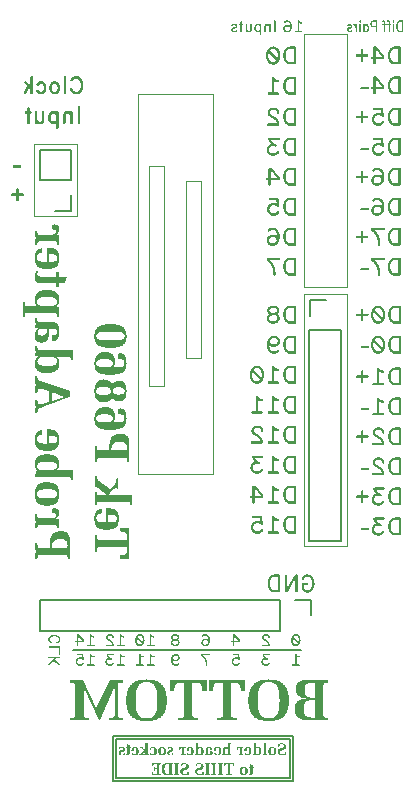
<source format=gbo>
%TF.GenerationSoftware,KiCad,Pcbnew,7.0.6-rc2-8-gf9e9ed53f9*%
%TF.CreationDate,2023-06-28T16:03:34-05:00*%
%TF.ProjectId,Tek P6860 Adapter v.2,54656b20-5036-4383-9630-204164617074,rev?*%
%TF.SameCoordinates,Original*%
%TF.FileFunction,Legend,Bot*%
%TF.FilePolarity,Positive*%
%FSLAX46Y46*%
G04 Gerber Fmt 4.6, Leading zero omitted, Abs format (unit mm)*
G04 Created by KiCad (PCBNEW 7.0.6-rc2-8-gf9e9ed53f9) date 2023-06-28 16:03:34*
%MOMM*%
%LPD*%
G01*
G04 APERTURE LIST*
%ADD10C,0.150000*%
%ADD11C,0.050000*%
%ADD12C,0.200000*%
%ADD13C,0.300000*%
%ADD14C,0.375000*%
%ADD15C,0.120000*%
%ADD16R,1.700000X1.700000*%
%ADD17O,1.700000X1.700000*%
%ADD18C,3.500000*%
%ADD19C,1.700000*%
%ADD20R,0.950000X0.550000*%
G04 APERTURE END LIST*
D10*
X26187400Y-77292200D02*
X40919400Y-77292200D01*
X40919400Y-80594200D01*
X26187400Y-80594200D01*
X26187400Y-77292200D01*
X22606000Y-69748400D02*
X41910000Y-69748400D01*
X19761200Y-27381200D02*
X22428200Y-27381200D01*
X22428200Y-29972000D01*
X19761200Y-29972000D01*
X19761200Y-27381200D01*
D11*
X42138600Y-17627600D02*
X45745400Y-17627600D01*
X45745400Y-38989000D01*
X42138600Y-38989000D01*
X42138600Y-17627600D01*
D10*
X42621200Y-40106600D02*
X42621200Y-41452800D01*
X42722800Y-65481200D02*
X41402000Y-65481200D01*
X25933400Y-77038200D02*
X41173400Y-77038200D01*
X41173400Y-80848200D01*
X25933400Y-80848200D01*
X25933400Y-77038200D01*
D11*
X19278600Y-26898600D02*
X22885400Y-26898600D01*
X22885400Y-33045400D01*
X19278600Y-33045400D01*
X19278600Y-26898600D01*
X42138600Y-39624000D02*
X45745400Y-39624000D01*
X45745400Y-60985400D01*
X42138600Y-60985400D01*
X42138600Y-39624000D01*
D10*
X22402800Y-32562800D02*
X21082000Y-32562800D01*
X42722800Y-65481200D02*
X42722800Y-66802000D01*
X42595800Y-42697400D02*
X45288200Y-42697400D01*
X45288200Y-60553600D01*
X42595800Y-60553600D01*
X42595800Y-42697400D01*
X42621200Y-40106600D02*
X43967400Y-40106600D01*
X22402800Y-31242000D02*
X22402800Y-32562800D01*
X19761200Y-65481200D02*
X40132000Y-65481200D01*
X40132000Y-68122800D01*
X19761200Y-68122800D01*
X19761200Y-65481200D01*
D12*
G36*
X17375405Y-31120897D02*
G01*
X17364573Y-31133477D01*
X17355982Y-31147035D01*
X17349632Y-31161572D01*
X17345523Y-31177088D01*
X17343656Y-31193583D01*
X17343531Y-31199299D01*
X17344652Y-31215996D01*
X17348013Y-31231739D01*
X17353616Y-31246530D01*
X17361460Y-31260367D01*
X17371545Y-31273252D01*
X17375405Y-31277335D01*
X17387821Y-31288291D01*
X17401165Y-31296981D01*
X17415436Y-31303404D01*
X17430634Y-31307560D01*
X17446760Y-31309449D01*
X17452341Y-31309575D01*
X17779871Y-31309575D01*
X17779871Y-31644432D01*
X17781004Y-31661141D01*
X17784405Y-31676924D01*
X17790072Y-31691779D01*
X17798006Y-31705706D01*
X17808207Y-31718706D01*
X17812111Y-31722834D01*
X17824678Y-31733790D01*
X17838197Y-31742480D01*
X17852670Y-31748903D01*
X17868096Y-31753059D01*
X17884475Y-31754948D01*
X17890147Y-31755074D01*
X17906843Y-31753940D01*
X17922587Y-31750540D01*
X17937378Y-31744873D01*
X17951215Y-31736939D01*
X17964099Y-31726738D01*
X17968182Y-31722834D01*
X17979014Y-31710143D01*
X17987605Y-31696524D01*
X17993955Y-31681978D01*
X17998064Y-31666505D01*
X17999931Y-31650105D01*
X18000056Y-31644432D01*
X18000056Y-31309575D01*
X18334913Y-31309575D01*
X18351623Y-31308441D01*
X18367405Y-31305041D01*
X18382260Y-31299374D01*
X18396187Y-31291440D01*
X18409188Y-31281239D01*
X18413315Y-31277335D01*
X18424271Y-31264768D01*
X18432961Y-31251248D01*
X18439384Y-31236776D01*
X18443540Y-31221350D01*
X18445429Y-31204971D01*
X18445555Y-31199299D01*
X18444421Y-31182478D01*
X18441021Y-31166635D01*
X18435354Y-31151772D01*
X18427420Y-31137887D01*
X18417219Y-31124982D01*
X18413315Y-31120897D01*
X18400624Y-31109941D01*
X18387005Y-31101251D01*
X18372460Y-31094828D01*
X18356986Y-31090672D01*
X18340586Y-31088783D01*
X18334913Y-31088657D01*
X18000056Y-31088657D01*
X18000056Y-30761494D01*
X17998935Y-30745072D01*
X17995574Y-30729603D01*
X17989971Y-30715087D01*
X17982127Y-30701525D01*
X17972042Y-30688915D01*
X17968182Y-30684924D01*
X17955616Y-30674092D01*
X17942096Y-30665501D01*
X17927623Y-30659151D01*
X17912197Y-30655042D01*
X17895818Y-30653174D01*
X17890147Y-30653050D01*
X17873450Y-30654171D01*
X17857706Y-30657532D01*
X17842916Y-30663135D01*
X17829078Y-30670979D01*
X17816194Y-30681064D01*
X17812111Y-30684924D01*
X17801155Y-30697215D01*
X17792465Y-30710460D01*
X17786042Y-30724658D01*
X17781886Y-30739810D01*
X17779997Y-30755914D01*
X17779871Y-30761494D01*
X17779871Y-31088657D01*
X17452341Y-31088657D01*
X17435907Y-31089791D01*
X17420399Y-31093191D01*
X17405819Y-31098858D01*
X17392166Y-31106792D01*
X17379441Y-31116993D01*
X17375405Y-31120897D01*
G37*
D10*
G36*
X33808581Y-68399863D02*
G01*
X33819967Y-68400429D01*
X33831418Y-68401480D01*
X33842934Y-68403016D01*
X33854514Y-68405037D01*
X33866158Y-68407544D01*
X33877866Y-68410536D01*
X33889639Y-68414013D01*
X33901477Y-68417975D01*
X33913379Y-68422422D01*
X33925345Y-68427354D01*
X33933311Y-68430889D01*
X33945254Y-68436624D01*
X33957188Y-68442879D01*
X33969114Y-68449653D01*
X33981030Y-68456947D01*
X33992939Y-68464760D01*
X34004838Y-68473092D01*
X34012767Y-68478936D01*
X34020691Y-68485011D01*
X34028612Y-68491316D01*
X34036529Y-68497853D01*
X34044442Y-68504620D01*
X34052351Y-68511618D01*
X34060140Y-68518918D01*
X34067754Y-68526593D01*
X34075192Y-68534642D01*
X34082454Y-68543064D01*
X34089541Y-68551861D01*
X34096452Y-68561031D01*
X34103188Y-68570576D01*
X34109748Y-68580494D01*
X34116133Y-68590787D01*
X34122342Y-68601453D01*
X34128376Y-68612494D01*
X34134234Y-68623909D01*
X34139916Y-68635697D01*
X34145423Y-68647860D01*
X34150754Y-68660396D01*
X34155910Y-68673307D01*
X34160790Y-68686502D01*
X34165356Y-68699952D01*
X34169606Y-68713658D01*
X34173541Y-68727620D01*
X34177162Y-68741838D01*
X34180468Y-68756311D01*
X34183459Y-68771040D01*
X34186135Y-68786025D01*
X34188497Y-68801265D01*
X34190543Y-68816761D01*
X34192275Y-68832513D01*
X34193691Y-68848520D01*
X34194793Y-68864784D01*
X34195581Y-68881302D01*
X34196053Y-68898077D01*
X34196210Y-68915107D01*
X34196200Y-68920041D01*
X34196082Y-68932266D01*
X34195832Y-68944336D01*
X34195452Y-68956251D01*
X34194940Y-68968011D01*
X34194298Y-68979617D01*
X34193524Y-68991067D01*
X34193172Y-68995602D01*
X34192149Y-69006825D01*
X34190925Y-69017880D01*
X34189497Y-69028768D01*
X34187867Y-69039490D01*
X34186034Y-69050044D01*
X34183998Y-69060432D01*
X34182201Y-69070923D01*
X34180228Y-69081269D01*
X34178079Y-69091470D01*
X34175755Y-69101525D01*
X34173255Y-69111436D01*
X34170580Y-69121202D01*
X34167729Y-69130823D01*
X34164703Y-69140299D01*
X34163136Y-69144975D01*
X34159136Y-69156439D01*
X34155017Y-69167582D01*
X34150779Y-69178402D01*
X34146421Y-69188900D01*
X34141944Y-69199077D01*
X34137348Y-69208931D01*
X34135442Y-69212763D01*
X34130571Y-69222208D01*
X34125544Y-69231463D01*
X34120362Y-69240526D01*
X34115025Y-69249399D01*
X34109533Y-69258081D01*
X34103886Y-69266573D01*
X34100389Y-69271511D01*
X34094483Y-69279502D01*
X34087270Y-69288698D01*
X34079920Y-69297465D01*
X34072433Y-69305803D01*
X34064808Y-69313711D01*
X34062208Y-69316265D01*
X34054351Y-69323802D01*
X34046408Y-69331149D01*
X34038380Y-69338307D01*
X34030265Y-69345277D01*
X34022065Y-69352058D01*
X34019313Y-69354265D01*
X34010998Y-69360637D01*
X34002597Y-69366630D01*
X33994111Y-69372246D01*
X33985538Y-69377484D01*
X33976880Y-69382344D01*
X33971034Y-69385359D01*
X33960876Y-69390451D01*
X33950811Y-69395310D01*
X33940840Y-69399934D01*
X33930963Y-69404326D01*
X33925284Y-69406642D01*
X33915346Y-69410384D01*
X33905409Y-69413728D01*
X33895471Y-69416675D01*
X33885533Y-69419224D01*
X33882700Y-69419886D01*
X33872872Y-69422034D01*
X33863185Y-69423926D01*
X33852286Y-69425773D01*
X33841570Y-69427284D01*
X33832378Y-69428426D01*
X33822132Y-69429388D01*
X33812160Y-69429983D01*
X33801270Y-69430215D01*
X33782291Y-69429844D01*
X33763763Y-69428731D01*
X33745685Y-69426875D01*
X33728058Y-69424277D01*
X33710881Y-69420937D01*
X33694154Y-69416854D01*
X33677877Y-69412030D01*
X33662051Y-69406463D01*
X33646675Y-69400153D01*
X33631750Y-69393102D01*
X33617275Y-69385308D01*
X33603250Y-69376772D01*
X33589675Y-69367494D01*
X33576551Y-69357473D01*
X33563877Y-69346710D01*
X33551653Y-69335205D01*
X33540000Y-69323205D01*
X33529099Y-69310960D01*
X33518950Y-69298468D01*
X33509552Y-69285730D01*
X33500906Y-69272746D01*
X33493012Y-69259516D01*
X33485870Y-69246040D01*
X33479480Y-69232318D01*
X33473841Y-69218349D01*
X33468954Y-69204134D01*
X33464819Y-69189673D01*
X33461436Y-69174966D01*
X33458805Y-69160013D01*
X33456925Y-69144814D01*
X33455798Y-69129368D01*
X33455422Y-69113677D01*
X33586580Y-69113677D01*
X33587078Y-69127219D01*
X33588572Y-69140461D01*
X33591062Y-69153403D01*
X33594549Y-69166044D01*
X33599031Y-69178384D01*
X33604509Y-69190424D01*
X33610983Y-69202164D01*
X33618454Y-69213602D01*
X33626920Y-69224741D01*
X33636383Y-69235579D01*
X33643244Y-69242637D01*
X33650475Y-69249410D01*
X33658063Y-69255746D01*
X33666008Y-69261645D01*
X33674309Y-69267107D01*
X33682967Y-69272132D01*
X33691982Y-69276720D01*
X33701354Y-69280871D01*
X33711083Y-69284585D01*
X33721168Y-69287863D01*
X33731611Y-69290703D01*
X33742410Y-69293106D01*
X33753566Y-69295073D01*
X33765079Y-69296602D01*
X33776948Y-69297694D01*
X33789175Y-69298350D01*
X33801758Y-69298568D01*
X33806252Y-69298523D01*
X33817536Y-69298007D01*
X33828892Y-69296920D01*
X33840319Y-69295260D01*
X33851818Y-69293027D01*
X33863389Y-69290222D01*
X33875031Y-69286845D01*
X33879693Y-69285280D01*
X33889150Y-69281555D01*
X33898783Y-69277037D01*
X33908590Y-69271725D01*
X33918574Y-69265618D01*
X33928733Y-69258719D01*
X33939067Y-69251025D01*
X33946933Y-69244734D01*
X33954898Y-69237996D01*
X33960176Y-69233273D01*
X33967850Y-69225882D01*
X33975232Y-69218121D01*
X33982321Y-69209991D01*
X33989119Y-69201491D01*
X33995625Y-69192623D01*
X34001839Y-69183385D01*
X34007761Y-69173778D01*
X34013391Y-69163802D01*
X34018729Y-69153456D01*
X34023775Y-69142741D01*
X34023775Y-69138589D01*
X34023571Y-69125027D01*
X34022958Y-69111940D01*
X34021937Y-69099328D01*
X34020508Y-69087191D01*
X34018671Y-69075530D01*
X34016425Y-69064343D01*
X34013770Y-69053632D01*
X34010708Y-69043396D01*
X34007237Y-69033635D01*
X34003358Y-69024349D01*
X33996773Y-69011310D01*
X33989270Y-68999341D01*
X33980848Y-68988441D01*
X33971507Y-68978610D01*
X33961189Y-68969706D01*
X33949926Y-68961677D01*
X33937718Y-68954525D01*
X33924566Y-68948248D01*
X33915274Y-68944550D01*
X33905561Y-68941241D01*
X33895429Y-68938322D01*
X33884877Y-68935791D01*
X33873905Y-68933650D01*
X33862513Y-68931899D01*
X33850702Y-68930536D01*
X33838471Y-68929563D01*
X33825820Y-68928979D01*
X33812749Y-68928785D01*
X33800639Y-68929009D01*
X33788794Y-68929682D01*
X33777215Y-68930803D01*
X33765900Y-68932372D01*
X33754851Y-68934390D01*
X33744067Y-68936856D01*
X33733548Y-68939771D01*
X33723295Y-68943134D01*
X33713307Y-68946945D01*
X33703584Y-68951205D01*
X33694126Y-68955914D01*
X33684934Y-68961071D01*
X33676006Y-68966676D01*
X33667344Y-68972729D01*
X33658948Y-68979231D01*
X33650816Y-68986182D01*
X33643037Y-68993377D01*
X33635761Y-69000676D01*
X33628986Y-69008078D01*
X33622713Y-69015583D01*
X33614244Y-69027033D01*
X33606905Y-69038715D01*
X33600694Y-69050629D01*
X33595613Y-69062775D01*
X33591661Y-69075152D01*
X33588838Y-69087762D01*
X33587145Y-69100603D01*
X33586580Y-69113677D01*
X33455422Y-69113677D01*
X33455832Y-69097491D01*
X33457063Y-69081601D01*
X33459114Y-69066006D01*
X33461986Y-69050708D01*
X33465678Y-69035705D01*
X33470191Y-69020998D01*
X33475524Y-69006587D01*
X33481678Y-68992471D01*
X33488652Y-68978651D01*
X33496447Y-68965127D01*
X33505062Y-68951899D01*
X33514498Y-68938967D01*
X33524754Y-68926330D01*
X33535831Y-68913989D01*
X33547728Y-68901944D01*
X33560446Y-68890194D01*
X33573738Y-68878926D01*
X33587359Y-68868384D01*
X33601307Y-68858570D01*
X33615584Y-68849482D01*
X33630189Y-68841122D01*
X33645122Y-68833488D01*
X33660383Y-68826581D01*
X33675973Y-68820402D01*
X33691891Y-68814949D01*
X33708137Y-68810224D01*
X33724711Y-68806225D01*
X33741613Y-68802954D01*
X33758844Y-68800409D01*
X33776403Y-68798592D01*
X33794290Y-68797501D01*
X33812505Y-68797138D01*
X33822467Y-68797227D01*
X33832296Y-68797497D01*
X33851553Y-68798573D01*
X33870276Y-68800366D01*
X33888464Y-68802878D01*
X33906118Y-68806106D01*
X33923238Y-68810052D01*
X33939824Y-68814716D01*
X33955875Y-68820097D01*
X33971392Y-68826195D01*
X33986375Y-68833011D01*
X34000824Y-68840544D01*
X34014738Y-68848795D01*
X34028118Y-68857763D01*
X34040963Y-68867449D01*
X34053275Y-68877852D01*
X34065052Y-68888973D01*
X34064993Y-68880171D01*
X34064682Y-68867161D01*
X34064105Y-68854382D01*
X34063262Y-68841836D01*
X34062153Y-68829521D01*
X34060778Y-68817438D01*
X34059137Y-68805587D01*
X34057229Y-68793968D01*
X34055055Y-68782581D01*
X34052615Y-68771425D01*
X34049909Y-68760501D01*
X34048939Y-68756904D01*
X34045928Y-68746354D01*
X34042768Y-68736170D01*
X34039457Y-68726350D01*
X34035996Y-68716896D01*
X34032384Y-68707806D01*
X34027335Y-68696254D01*
X34022019Y-68685351D01*
X34016436Y-68675097D01*
X34010586Y-68665491D01*
X34004487Y-68656297D01*
X33998282Y-68647402D01*
X33991970Y-68638804D01*
X33985551Y-68630503D01*
X33979025Y-68622500D01*
X33972392Y-68614795D01*
X33965653Y-68607388D01*
X33958806Y-68600278D01*
X33955349Y-68596821D01*
X33946638Y-68588656D01*
X33937832Y-68581170D01*
X33928930Y-68574364D01*
X33919933Y-68568237D01*
X33910841Y-68562791D01*
X33901653Y-68558024D01*
X33897951Y-68556285D01*
X33888886Y-68552212D01*
X33878370Y-68547844D01*
X33868249Y-68544043D01*
X33858523Y-68540809D01*
X33847676Y-68537752D01*
X33844667Y-68536983D01*
X33834345Y-68534682D01*
X33824351Y-68532989D01*
X33813329Y-68531798D01*
X33802735Y-68531402D01*
X33796807Y-68531468D01*
X33787042Y-68531875D01*
X33775513Y-68532851D01*
X33764190Y-68534359D01*
X33753074Y-68536400D01*
X33742163Y-68538973D01*
X33735080Y-68540832D01*
X33725142Y-68543720D01*
X33714590Y-68547241D01*
X33705160Y-68550926D01*
X33695757Y-68555337D01*
X33690409Y-68558151D01*
X33681144Y-68563545D01*
X33672343Y-68569365D01*
X33664005Y-68575610D01*
X33660555Y-68578373D01*
X33652642Y-68584869D01*
X33644954Y-68591730D01*
X33644351Y-68592303D01*
X33637138Y-68599301D01*
X33635896Y-68601135D01*
X33629055Y-68609445D01*
X33621165Y-68616324D01*
X33612226Y-68621771D01*
X33602761Y-68625635D01*
X33592350Y-68628233D01*
X33581939Y-68629099D01*
X33572231Y-68628427D01*
X33562644Y-68626412D01*
X33553241Y-68622993D01*
X33544570Y-68618108D01*
X33536268Y-68611819D01*
X33529372Y-68604708D01*
X33522955Y-68595088D01*
X33518564Y-68584283D01*
X33516453Y-68574374D01*
X33515750Y-68563642D01*
X33516018Y-68557689D01*
X33517853Y-68547366D01*
X33521428Y-68537545D01*
X33526741Y-68528226D01*
X33530941Y-68522423D01*
X33536999Y-68514549D01*
X33538230Y-68512921D01*
X33544870Y-68504993D01*
X33551653Y-68497559D01*
X33558981Y-68489880D01*
X33564038Y-68484814D01*
X33571700Y-68477882D01*
X33580040Y-68471137D01*
X33589058Y-68464578D01*
X33597327Y-68459106D01*
X33601639Y-68456406D01*
X33610587Y-68451019D01*
X33619963Y-68445650D01*
X33629769Y-68440297D01*
X33640005Y-68434962D01*
X33648862Y-68430529D01*
X33654321Y-68427925D01*
X33663868Y-68423813D01*
X33673975Y-68419987D01*
X33684643Y-68416447D01*
X33695871Y-68413194D01*
X33707660Y-68410227D01*
X33717494Y-68408059D01*
X33727508Y-68406113D01*
X33737644Y-68404426D01*
X33747903Y-68402999D01*
X33758283Y-68401831D01*
X33768785Y-68400922D01*
X33779410Y-68400274D01*
X33790157Y-68399884D01*
X33801025Y-68399755D01*
X33808581Y-68399863D01*
G37*
G36*
X34192547Y-70198945D02*
G01*
X34199104Y-70191426D01*
X34205039Y-70181938D01*
X34209128Y-70171678D01*
X34211371Y-70160647D01*
X34211842Y-70152295D01*
X34211163Y-70142246D01*
X34208657Y-70131281D01*
X34204305Y-70121135D01*
X34198105Y-70111807D01*
X34192547Y-70105644D01*
X34185019Y-70099087D01*
X34175499Y-70093152D01*
X34165184Y-70089063D01*
X34154074Y-70086820D01*
X34145652Y-70086349D01*
X33527718Y-70086349D01*
X33517660Y-70087105D01*
X33506664Y-70089897D01*
X33496462Y-70094745D01*
X33488351Y-70100538D01*
X33480823Y-70107843D01*
X33474266Y-70115897D01*
X33468330Y-70125511D01*
X33464241Y-70135358D01*
X33461999Y-70145439D01*
X33461528Y-70152783D01*
X33461528Y-70232651D01*
X33462301Y-70242643D01*
X33464619Y-70252288D01*
X33468483Y-70261586D01*
X33471297Y-70266600D01*
X33477102Y-70274932D01*
X33484277Y-70282784D01*
X33492215Y-70289157D01*
X33494745Y-70290781D01*
X33503428Y-70295746D01*
X33511998Y-70301265D01*
X33515994Y-70303970D01*
X33524008Y-70309679D01*
X33531882Y-70315684D01*
X33539664Y-70321816D01*
X33548555Y-70328974D01*
X33556466Y-70335439D01*
X33565087Y-70342560D01*
X33574009Y-70350048D01*
X33582825Y-70357734D01*
X33591534Y-70365618D01*
X33600136Y-70373701D01*
X33608631Y-70381982D01*
X33617019Y-70390462D01*
X33625300Y-70399140D01*
X33633475Y-70408017D01*
X33641634Y-70417371D01*
X33647884Y-70424882D01*
X33654245Y-70432818D01*
X33660718Y-70441179D01*
X33667302Y-70449966D01*
X33673999Y-70459177D01*
X33680806Y-70468814D01*
X33687726Y-70478875D01*
X33694757Y-70489361D01*
X33701899Y-70500273D01*
X33704305Y-70504005D01*
X33711444Y-70515337D01*
X33718390Y-70526802D01*
X33725143Y-70538401D01*
X33731702Y-70550132D01*
X33738069Y-70561997D01*
X33744242Y-70573994D01*
X33750222Y-70586125D01*
X33756008Y-70598389D01*
X33761602Y-70610786D01*
X33767002Y-70623316D01*
X33770495Y-70631744D01*
X33775597Y-70644624D01*
X33780553Y-70657984D01*
X33785363Y-70671826D01*
X33788488Y-70681321D01*
X33791549Y-70691030D01*
X33794545Y-70700952D01*
X33797476Y-70711088D01*
X33800342Y-70721438D01*
X33803143Y-70732001D01*
X33805879Y-70742779D01*
X33808551Y-70753770D01*
X33811157Y-70764974D01*
X33813699Y-70776393D01*
X33816176Y-70788025D01*
X33817390Y-70793921D01*
X33819726Y-70805771D01*
X33821912Y-70817692D01*
X33823947Y-70829684D01*
X33825831Y-70841747D01*
X33827565Y-70853880D01*
X33829148Y-70866083D01*
X33830580Y-70878357D01*
X33831861Y-70890702D01*
X33832992Y-70903117D01*
X33833971Y-70915603D01*
X33834800Y-70928160D01*
X33835479Y-70940787D01*
X33836006Y-70953485D01*
X33836383Y-70966253D01*
X33836609Y-70979092D01*
X33836685Y-70992002D01*
X33836685Y-71036210D01*
X33837363Y-71046268D01*
X33839869Y-71057264D01*
X33844222Y-71067465D01*
X33850421Y-71076872D01*
X33855980Y-71083104D01*
X33863416Y-71089662D01*
X33872829Y-71095597D01*
X33883037Y-71099686D01*
X33894040Y-71101928D01*
X33902386Y-71102400D01*
X33912352Y-71101721D01*
X33923242Y-71099215D01*
X33933336Y-71094862D01*
X33942636Y-71088663D01*
X33948792Y-71083104D01*
X33955267Y-71075577D01*
X33961127Y-71066056D01*
X33965164Y-71055741D01*
X33967378Y-71044632D01*
X33967843Y-71036210D01*
X33967843Y-70991757D01*
X33967744Y-70975928D01*
X33967446Y-70960189D01*
X33966950Y-70944542D01*
X33966256Y-70928987D01*
X33965363Y-70913523D01*
X33964271Y-70898151D01*
X33962981Y-70882871D01*
X33961493Y-70867682D01*
X33959806Y-70852585D01*
X33957921Y-70837579D01*
X33955837Y-70822665D01*
X33953555Y-70807843D01*
X33951074Y-70793112D01*
X33948395Y-70778472D01*
X33945518Y-70763925D01*
X33942442Y-70749469D01*
X33939224Y-70735166D01*
X33935920Y-70721140D01*
X33932530Y-70707391D01*
X33929054Y-70693919D01*
X33925493Y-70680723D01*
X33921845Y-70667804D01*
X33918112Y-70655161D01*
X33914293Y-70642796D01*
X33910388Y-70630706D01*
X33906397Y-70618894D01*
X33902320Y-70607358D01*
X33898158Y-70596099D01*
X33893909Y-70585117D01*
X33889575Y-70574411D01*
X33885155Y-70563982D01*
X33880648Y-70553830D01*
X33876046Y-70543822D01*
X33871337Y-70533886D01*
X33866521Y-70524023D01*
X33861598Y-70514232D01*
X33856568Y-70504514D01*
X33851431Y-70494868D01*
X33846187Y-70485295D01*
X33840837Y-70475794D01*
X33835380Y-70466366D01*
X33829815Y-70457011D01*
X33824144Y-70447728D01*
X33818367Y-70438517D01*
X33812482Y-70429379D01*
X33806490Y-70420313D01*
X33800392Y-70411320D01*
X33794187Y-70402400D01*
X33787941Y-70393636D01*
X33781784Y-70385116D01*
X33775714Y-70376837D01*
X33769732Y-70368801D01*
X33763837Y-70361007D01*
X33755161Y-70349771D01*
X33746681Y-70339080D01*
X33738399Y-70328934D01*
X33730315Y-70319333D01*
X33722428Y-70310278D01*
X33714739Y-70301768D01*
X33707247Y-70293803D01*
X33704794Y-70291269D01*
X33697403Y-70283819D01*
X33689979Y-70276488D01*
X33682520Y-70269279D01*
X33675027Y-70262189D01*
X33667499Y-70255219D01*
X33659937Y-70248370D01*
X33652341Y-70241641D01*
X33644710Y-70235032D01*
X33637045Y-70228543D01*
X33629345Y-70222175D01*
X33624193Y-70217996D01*
X34145652Y-70217996D01*
X34155710Y-70217326D01*
X34166706Y-70214852D01*
X34176907Y-70210554D01*
X34186314Y-70204434D01*
X34192547Y-70198945D01*
G37*
G36*
X21179483Y-69136571D02*
G01*
X21180161Y-69146455D01*
X21182667Y-69157269D01*
X21187020Y-69167312D01*
X21193219Y-69176583D01*
X21198778Y-69182733D01*
X21206214Y-69189208D01*
X21215627Y-69195068D01*
X21225835Y-69199105D01*
X21236838Y-69201319D01*
X21245184Y-69201784D01*
X21256567Y-69201063D01*
X21266932Y-69199360D01*
X21278096Y-69196655D01*
X21287602Y-69193770D01*
X21297620Y-69190244D01*
X21308149Y-69186076D01*
X21319189Y-69181268D01*
X21330539Y-69175917D01*
X21341996Y-69170002D01*
X21350658Y-69165195D01*
X21359381Y-69160070D01*
X21368163Y-69154628D01*
X21377006Y-69148867D01*
X21385909Y-69142790D01*
X21394872Y-69136394D01*
X21403895Y-69129681D01*
X21412979Y-69122650D01*
X21421968Y-69115248D01*
X21430707Y-69107331D01*
X21439198Y-69098899D01*
X21447440Y-69089952D01*
X21455433Y-69080489D01*
X21463176Y-69070511D01*
X21470671Y-69060018D01*
X21477917Y-69049010D01*
X21484913Y-69037487D01*
X21491661Y-69025449D01*
X21496021Y-69017137D01*
X21502132Y-69004429D01*
X21507642Y-68991494D01*
X21512551Y-68978331D01*
X21516858Y-68964941D01*
X21520565Y-68951323D01*
X21523670Y-68937478D01*
X21526175Y-68923405D01*
X21528078Y-68909105D01*
X21529380Y-68894577D01*
X21529915Y-68884765D01*
X21530182Y-68874853D01*
X21530215Y-68869858D01*
X21530065Y-68859107D01*
X21529613Y-68848469D01*
X21528861Y-68837944D01*
X21527807Y-68827532D01*
X21526453Y-68817233D01*
X21524797Y-68807047D01*
X21522841Y-68796974D01*
X21520583Y-68787014D01*
X21518024Y-68777167D01*
X21515165Y-68767434D01*
X21512004Y-68757813D01*
X21508543Y-68748305D01*
X21504780Y-68738911D01*
X21500716Y-68729629D01*
X21496352Y-68720461D01*
X21491686Y-68711406D01*
X21486719Y-68702463D01*
X21481452Y-68693634D01*
X21475883Y-68684918D01*
X21470013Y-68676315D01*
X21463843Y-68667825D01*
X21457371Y-68659448D01*
X21450598Y-68651184D01*
X21443524Y-68643033D01*
X21436150Y-68634995D01*
X21428474Y-68627070D01*
X21420497Y-68619259D01*
X21412219Y-68611560D01*
X21403640Y-68603974D01*
X21394761Y-68596502D01*
X21385580Y-68589142D01*
X21376098Y-68581896D01*
X21366414Y-68574833D01*
X21356627Y-68567995D01*
X21346737Y-68561381D01*
X21336744Y-68554991D01*
X21326648Y-68548825D01*
X21316449Y-68542884D01*
X21306147Y-68537167D01*
X21295742Y-68531673D01*
X21285234Y-68526405D01*
X21274623Y-68521360D01*
X21263909Y-68516539D01*
X21253091Y-68511943D01*
X21242171Y-68507571D01*
X21231148Y-68503423D01*
X21220021Y-68499500D01*
X21208792Y-68495800D01*
X21197459Y-68492325D01*
X21186024Y-68489074D01*
X21174485Y-68486047D01*
X21162843Y-68483245D01*
X21151099Y-68480666D01*
X21139251Y-68478312D01*
X21127300Y-68476182D01*
X21115247Y-68474276D01*
X21103090Y-68472595D01*
X21090830Y-68471137D01*
X21078467Y-68469904D01*
X21066001Y-68468895D01*
X21053432Y-68468111D01*
X21040760Y-68467550D01*
X21027985Y-68467214D01*
X21015107Y-68467102D01*
X20998380Y-68467300D01*
X20981783Y-68467896D01*
X20965316Y-68468888D01*
X20948978Y-68470277D01*
X20932771Y-68472063D01*
X20916693Y-68474246D01*
X20900744Y-68476826D01*
X20884926Y-68479802D01*
X20869237Y-68483176D01*
X20853678Y-68486946D01*
X20838249Y-68491114D01*
X20822949Y-68495678D01*
X20807779Y-68500639D01*
X20792739Y-68505997D01*
X20777829Y-68511752D01*
X20763048Y-68517904D01*
X20748480Y-68524422D01*
X20734266Y-68531277D01*
X20720407Y-68538466D01*
X20706903Y-68545992D01*
X20693754Y-68553854D01*
X20680960Y-68562051D01*
X20668521Y-68570584D01*
X20656436Y-68579453D01*
X20644707Y-68588658D01*
X20633333Y-68598199D01*
X20622313Y-68608076D01*
X20611648Y-68618288D01*
X20601339Y-68628836D01*
X20591384Y-68639720D01*
X20581784Y-68650940D01*
X20572539Y-68662496D01*
X20563725Y-68674339D01*
X20555480Y-68686359D01*
X20547804Y-68698557D01*
X20540696Y-68710932D01*
X20534157Y-68723485D01*
X20528186Y-68736215D01*
X20522784Y-68749123D01*
X20517951Y-68762208D01*
X20513686Y-68775471D01*
X20509990Y-68788911D01*
X20506863Y-68802528D01*
X20504304Y-68816323D01*
X20502314Y-68830296D01*
X20500892Y-68844446D01*
X20500039Y-68858773D01*
X20499755Y-68873278D01*
X20499948Y-68885295D01*
X20500527Y-68897166D01*
X20501493Y-68908891D01*
X20502846Y-68920470D01*
X20504585Y-68931903D01*
X20506710Y-68943190D01*
X20509221Y-68954331D01*
X20512119Y-68965327D01*
X20515404Y-68976176D01*
X20519075Y-68986879D01*
X20521737Y-68993934D01*
X20525901Y-69004293D01*
X20530151Y-69014215D01*
X20534488Y-69023699D01*
X20538910Y-69032745D01*
X20544940Y-69044125D01*
X20551122Y-69054727D01*
X20557457Y-69064550D01*
X20563945Y-69073595D01*
X20570585Y-69081861D01*
X20577382Y-69089707D01*
X20584461Y-69097370D01*
X20591823Y-69104850D01*
X20599467Y-69112147D01*
X20607393Y-69119261D01*
X20615602Y-69126191D01*
X20624093Y-69132938D01*
X20632867Y-69139502D01*
X20641450Y-69145723D01*
X20651245Y-69152618D01*
X20660002Y-69158536D01*
X20669141Y-69164346D01*
X20677915Y-69169345D01*
X20682937Y-69171742D01*
X20692301Y-69175820D01*
X20701660Y-69179609D01*
X20708094Y-69182001D01*
X20717711Y-69184839D01*
X20728015Y-69186116D01*
X20730076Y-69186153D01*
X20740135Y-69185420D01*
X20749798Y-69183222D01*
X20759064Y-69179558D01*
X20767933Y-69174429D01*
X20775841Y-69168201D01*
X20782466Y-69160996D01*
X20787809Y-69152814D01*
X20791869Y-69143654D01*
X20794193Y-69134011D01*
X20794556Y-69132664D01*
X20796008Y-69122724D01*
X20796021Y-69121673D01*
X20795334Y-69111521D01*
X20793274Y-69101828D01*
X20789839Y-69092592D01*
X20785030Y-69083815D01*
X20779107Y-69075908D01*
X20771422Y-69068545D01*
X20762655Y-69062804D01*
X20756210Y-69059879D01*
X20746593Y-69055437D01*
X20737294Y-69050641D01*
X20729343Y-69046202D01*
X20720387Y-69040487D01*
X20712246Y-69034600D01*
X20704449Y-69028549D01*
X20695897Y-69021571D01*
X20689776Y-69016404D01*
X20682058Y-69009358D01*
X20674782Y-69001501D01*
X20667948Y-68992834D01*
X20661554Y-68983355D01*
X20655602Y-68973065D01*
X20651158Y-68964249D01*
X20648010Y-68957297D01*
X20644117Y-68947753D01*
X20640744Y-68937926D01*
X20637889Y-68927816D01*
X20635554Y-68917425D01*
X20633737Y-68906750D01*
X20632440Y-68895794D01*
X20631661Y-68884555D01*
X20631402Y-68873033D01*
X20631830Y-68859722D01*
X20633115Y-68846594D01*
X20635257Y-68833649D01*
X20638256Y-68820888D01*
X20642111Y-68808309D01*
X20646823Y-68795914D01*
X20652392Y-68783702D01*
X20658818Y-68771673D01*
X20666100Y-68759827D01*
X20674239Y-68748164D01*
X20683235Y-68736685D01*
X20693088Y-68725389D01*
X20703798Y-68714276D01*
X20715364Y-68703346D01*
X20727787Y-68692599D01*
X20741067Y-68682035D01*
X20754960Y-68671891D01*
X20769284Y-68662401D01*
X20784040Y-68653565D01*
X20799227Y-68645384D01*
X20814845Y-68637857D01*
X20830895Y-68630985D01*
X20847375Y-68624767D01*
X20864287Y-68619204D01*
X20881630Y-68614295D01*
X20899405Y-68610041D01*
X20917610Y-68606441D01*
X20936247Y-68603496D01*
X20955315Y-68601205D01*
X20974815Y-68599569D01*
X20984726Y-68598996D01*
X20994745Y-68598587D01*
X21004872Y-68598342D01*
X21015107Y-68598260D01*
X21025327Y-68598342D01*
X21035440Y-68598586D01*
X21045447Y-68598994D01*
X21055346Y-68599565D01*
X21065139Y-68600299D01*
X21084403Y-68602257D01*
X21103241Y-68604868D01*
X21121650Y-68608131D01*
X21139633Y-68612046D01*
X21157188Y-68616614D01*
X21174315Y-68621835D01*
X21191015Y-68627708D01*
X21207288Y-68634234D01*
X21223133Y-68641412D01*
X21238551Y-68649243D01*
X21253542Y-68657727D01*
X21268105Y-68666863D01*
X21282240Y-68676652D01*
X21289148Y-68681791D01*
X21302398Y-68692344D01*
X21314793Y-68703059D01*
X21326334Y-68713937D01*
X21337019Y-68724976D01*
X21346850Y-68736178D01*
X21355826Y-68747542D01*
X21363947Y-68759068D01*
X21371213Y-68770757D01*
X21377625Y-68782607D01*
X21383181Y-68794620D01*
X21387883Y-68806795D01*
X21391730Y-68819132D01*
X21394722Y-68831631D01*
X21396859Y-68844293D01*
X21398141Y-68857117D01*
X21398568Y-68870102D01*
X21398271Y-68880887D01*
X21397378Y-68891504D01*
X21395889Y-68901953D01*
X21393806Y-68912234D01*
X21391127Y-68922348D01*
X21387852Y-68932293D01*
X21383982Y-68942070D01*
X21379517Y-68951680D01*
X21374568Y-68960991D01*
X21369366Y-68969876D01*
X21363913Y-68978333D01*
X21358207Y-68986362D01*
X21350721Y-68995798D01*
X21342842Y-69004566D01*
X21334569Y-69012666D01*
X21332867Y-69014206D01*
X21324338Y-69021588D01*
X21315999Y-69028469D01*
X21307851Y-69034849D01*
X21299894Y-69040729D01*
X21290598Y-69047123D01*
X21281576Y-69052796D01*
X21272866Y-69057831D01*
X21263378Y-69062771D01*
X21253421Y-69067187D01*
X21243351Y-69070585D01*
X21241276Y-69071114D01*
X21231110Y-69072746D01*
X21221374Y-69075808D01*
X21212067Y-69080302D01*
X21210257Y-69081373D01*
X21201871Y-69087522D01*
X21194725Y-69094672D01*
X21188819Y-69102825D01*
X21187787Y-69104576D01*
X21183408Y-69113787D01*
X21180650Y-69123714D01*
X21179515Y-69134357D01*
X21179483Y-69136571D01*
G37*
G36*
X20525644Y-69452377D02*
G01*
X20519087Y-69459888D01*
X20513152Y-69469345D01*
X20509063Y-69479549D01*
X20506820Y-69490502D01*
X20506349Y-69498784D01*
X20507028Y-69508750D01*
X20509534Y-69519639D01*
X20513886Y-69529734D01*
X20520086Y-69539034D01*
X20525644Y-69545190D01*
X20533181Y-69551747D01*
X20542733Y-69557683D01*
X20553103Y-69561771D01*
X20564291Y-69564014D01*
X20572783Y-69564485D01*
X21390753Y-69564485D01*
X21390753Y-70070800D01*
X21391431Y-70080850D01*
X21393937Y-70091814D01*
X21398290Y-70101960D01*
X21404489Y-70111289D01*
X21410048Y-70117451D01*
X21417492Y-70124008D01*
X21426938Y-70129944D01*
X21437201Y-70134032D01*
X21448282Y-70136275D01*
X21456698Y-70136746D01*
X21466673Y-70136068D01*
X21477594Y-70133561D01*
X21487744Y-70129209D01*
X21497122Y-70123009D01*
X21503349Y-70117451D01*
X21509823Y-70110015D01*
X21515683Y-70100601D01*
X21519720Y-70090393D01*
X21521934Y-70079390D01*
X21522400Y-70071045D01*
X21522400Y-69499272D01*
X21521476Y-69489202D01*
X21518706Y-69479297D01*
X21514090Y-69469554D01*
X21508663Y-69461334D01*
X21503104Y-69454576D01*
X21495577Y-69447354D01*
X21487465Y-69441627D01*
X21477264Y-69436833D01*
X21466268Y-69434073D01*
X21456210Y-69433326D01*
X20572783Y-69433326D01*
X20562642Y-69433996D01*
X20551571Y-69436471D01*
X20541318Y-69440768D01*
X20531883Y-69446889D01*
X20525644Y-69452377D01*
G37*
G36*
X21509943Y-71022126D02*
G01*
X21515393Y-71013608D01*
X21519285Y-71004419D01*
X21521621Y-70994557D01*
X21522400Y-70984024D01*
X21521505Y-70973978D01*
X21518821Y-70963990D01*
X21514828Y-70954959D01*
X21509619Y-70946559D01*
X21502787Y-70938365D01*
X21494800Y-70931268D01*
X21024144Y-70603005D01*
X21163363Y-70461345D01*
X21456210Y-70461345D01*
X21466268Y-70460666D01*
X21477264Y-70458160D01*
X21487465Y-70453807D01*
X21496872Y-70447608D01*
X21503104Y-70442049D01*
X21509662Y-70434613D01*
X21515597Y-70425200D01*
X21519686Y-70414992D01*
X21521928Y-70403989D01*
X21522400Y-70395643D01*
X21521721Y-70385751D01*
X21519215Y-70374906D01*
X21514862Y-70364808D01*
X21508663Y-70355458D01*
X21503104Y-70349237D01*
X21495577Y-70342763D01*
X21486056Y-70336902D01*
X21475741Y-70332865D01*
X21464632Y-70330651D01*
X21456210Y-70330186D01*
X20572783Y-70330186D01*
X20562642Y-70330856D01*
X20551571Y-70333330D01*
X20541318Y-70337628D01*
X20531883Y-70343749D01*
X20525644Y-70349237D01*
X20519087Y-70356748D01*
X20513152Y-70366204D01*
X20509063Y-70376409D01*
X20506820Y-70387362D01*
X20506349Y-70395643D01*
X20507028Y-70405610D01*
X20509534Y-70416499D01*
X20513886Y-70426593D01*
X20520086Y-70435893D01*
X20525644Y-70442049D01*
X20533181Y-70448607D01*
X20542733Y-70454542D01*
X20553103Y-70458631D01*
X20564291Y-70460874D01*
X20572783Y-70461345D01*
X20978471Y-70461345D01*
X20525889Y-70920765D01*
X20519134Y-70928436D01*
X20513890Y-70936794D01*
X20511234Y-70942747D01*
X20508257Y-70952090D01*
X20506583Y-70962210D01*
X20506349Y-70967660D01*
X20507174Y-70977506D01*
X20507815Y-70980605D01*
X20510319Y-70990378D01*
X20511234Y-70993061D01*
X20515629Y-71002155D01*
X20517340Y-71004541D01*
X20523706Y-71012143D01*
X20525889Y-71014310D01*
X20533445Y-71020916D01*
X20541826Y-71026080D01*
X20547871Y-71028721D01*
X20557213Y-71031697D01*
X20567334Y-71033372D01*
X20572783Y-71033606D01*
X20582833Y-71032927D01*
X20593797Y-71030421D01*
X20603943Y-71026068D01*
X20613272Y-71019869D01*
X20619434Y-71014310D01*
X20930111Y-70698016D01*
X21417375Y-71037269D01*
X21426030Y-71042505D01*
X21435388Y-71046245D01*
X21445448Y-71048489D01*
X21456210Y-71049237D01*
X21466534Y-71048342D01*
X21476685Y-71045658D01*
X21485763Y-71041666D01*
X21494316Y-71036504D01*
X21502678Y-71029835D01*
X21509943Y-71022126D01*
G37*
G36*
X41381040Y-28918731D02*
G01*
X41395927Y-28922094D01*
X41410533Y-28928228D01*
X41424858Y-28937131D01*
X41436914Y-28946967D01*
X41438852Y-28948788D01*
X41449190Y-28960243D01*
X41457313Y-28972599D01*
X41463990Y-28988154D01*
X41467313Y-29002464D01*
X41468421Y-29017675D01*
X41468421Y-30342815D01*
X41467723Y-30353734D01*
X41464402Y-30368781D01*
X41458347Y-30383547D01*
X41449556Y-30398033D01*
X41439845Y-30410226D01*
X41428691Y-30421058D01*
X41416661Y-30429649D01*
X41401519Y-30436839D01*
X41385185Y-30440979D01*
X41370235Y-30442100D01*
X40945619Y-30442100D01*
X40930129Y-30441745D01*
X40914432Y-30440680D01*
X40898530Y-30438905D01*
X40882421Y-30436421D01*
X40866107Y-30433227D01*
X40849586Y-30429323D01*
X40832859Y-30424709D01*
X40815926Y-30419385D01*
X40798656Y-30413174D01*
X40781099Y-30405898D01*
X40767743Y-30399743D01*
X40754227Y-30392988D01*
X40740549Y-30385635D01*
X40726711Y-30377682D01*
X40712711Y-30369131D01*
X40698551Y-30359981D01*
X40684229Y-30350232D01*
X40669747Y-30339884D01*
X40660103Y-30332640D01*
X40645878Y-30321397D01*
X40631943Y-30309705D01*
X40618297Y-30297561D01*
X40604942Y-30284966D01*
X40591876Y-30271921D01*
X40579100Y-30258425D01*
X40566614Y-30244478D01*
X40554418Y-30230080D01*
X40542512Y-30215232D01*
X40530895Y-30199933D01*
X40523287Y-30189377D01*
X40512197Y-30172770D01*
X40501494Y-30155236D01*
X40491177Y-30136775D01*
X40481247Y-30117386D01*
X40474841Y-30103945D01*
X40468607Y-30090092D01*
X40462545Y-30075827D01*
X40456655Y-30061149D01*
X40450936Y-30046060D01*
X40445389Y-30030558D01*
X40440014Y-30014644D01*
X40434810Y-29998318D01*
X40429778Y-29981580D01*
X40424943Y-29964518D01*
X40420419Y-29947222D01*
X40416207Y-29929690D01*
X40412307Y-29911925D01*
X40408719Y-29893924D01*
X40405444Y-29875689D01*
X40402480Y-29857219D01*
X40399828Y-29838514D01*
X40397488Y-29819575D01*
X40395460Y-29800401D01*
X40393744Y-29780992D01*
X40392340Y-29761349D01*
X40391248Y-29741471D01*
X40390469Y-29721358D01*
X40390001Y-29701010D01*
X40389845Y-29680428D01*
X40389848Y-29680062D01*
X40586582Y-29680062D01*
X40586612Y-29688461D01*
X40586853Y-29705096D01*
X40587334Y-29721514D01*
X40588055Y-29737714D01*
X40589017Y-29753697D01*
X40590219Y-29769462D01*
X40591661Y-29785009D01*
X40593344Y-29800339D01*
X40595268Y-29815452D01*
X40597431Y-29830347D01*
X40599836Y-29845024D01*
X40602480Y-29859484D01*
X40606898Y-29880766D01*
X40611857Y-29901559D01*
X40617357Y-29921862D01*
X40623168Y-29941427D01*
X40629198Y-29960142D01*
X40635447Y-29978006D01*
X40641915Y-29995021D01*
X40648602Y-30011185D01*
X40655507Y-30026499D01*
X40662632Y-30040964D01*
X40669976Y-30054578D01*
X40680108Y-30071408D01*
X40690630Y-30086726D01*
X40701506Y-30100980D01*
X40712703Y-30114616D01*
X40724221Y-30127633D01*
X40736059Y-30140032D01*
X40748218Y-30151813D01*
X40760697Y-30162976D01*
X40773497Y-30173520D01*
X40786617Y-30183446D01*
X40793202Y-30188106D01*
X40806036Y-30196807D01*
X40818424Y-30204684D01*
X40833280Y-30213371D01*
X40847439Y-30220770D01*
X40863509Y-30227948D01*
X40878575Y-30233272D01*
X40883344Y-30234647D01*
X40899430Y-30238762D01*
X40914570Y-30241790D01*
X40930713Y-30243919D01*
X40945619Y-30244629D01*
X41271683Y-30244629D01*
X41271683Y-29115494D01*
X40945619Y-29115494D01*
X40942008Y-29115540D01*
X40926793Y-29116639D01*
X40910341Y-29119204D01*
X40894931Y-29122650D01*
X40878575Y-29127218D01*
X40871167Y-29129586D01*
X40855600Y-29135751D01*
X40841859Y-29142345D01*
X40827421Y-29150263D01*
X40812285Y-29159504D01*
X40799675Y-29167850D01*
X40786617Y-29177044D01*
X40773497Y-29186884D01*
X40760697Y-29197354D01*
X40748218Y-29208454D01*
X40736059Y-29220183D01*
X40724221Y-29232542D01*
X40712703Y-29245531D01*
X40701506Y-29259149D01*
X40690630Y-29273397D01*
X40687963Y-29277086D01*
X40677539Y-29292791D01*
X40669976Y-29305569D01*
X40662632Y-29319203D01*
X40655507Y-29333694D01*
X40648602Y-29349042D01*
X40641915Y-29365246D01*
X40635447Y-29382307D01*
X40629198Y-29400224D01*
X40623168Y-29418998D01*
X40617357Y-29438628D01*
X40615463Y-29445319D01*
X40610144Y-29465722D01*
X40605366Y-29486620D01*
X40601128Y-29508015D01*
X40598604Y-29522554D01*
X40596319Y-29537313D01*
X40594276Y-29552292D01*
X40592473Y-29567492D01*
X40590910Y-29582912D01*
X40589588Y-29598553D01*
X40588506Y-29614414D01*
X40587664Y-29630495D01*
X40587063Y-29646797D01*
X40586702Y-29663319D01*
X40586582Y-29680062D01*
X40389848Y-29680062D01*
X40390001Y-29659802D01*
X40390469Y-29639413D01*
X40391248Y-29619261D01*
X40392340Y-29599347D01*
X40393744Y-29579671D01*
X40395460Y-29560232D01*
X40397488Y-29541031D01*
X40399828Y-29522067D01*
X40402480Y-29503341D01*
X40405444Y-29484853D01*
X40408719Y-29466602D01*
X40412307Y-29448588D01*
X40416207Y-29430812D01*
X40420419Y-29413274D01*
X40424943Y-29395974D01*
X40429778Y-29378910D01*
X40432273Y-29370467D01*
X40437390Y-29353892D01*
X40442680Y-29337732D01*
X40448141Y-29321987D01*
X40453774Y-29306657D01*
X40459578Y-29291742D01*
X40465555Y-29277242D01*
X40471703Y-29263157D01*
X40478022Y-29249487D01*
X40487824Y-29229760D01*
X40498012Y-29210967D01*
X40508587Y-29193108D01*
X40519548Y-29176183D01*
X40530895Y-29160191D01*
X40538607Y-29149943D01*
X40550417Y-29134951D01*
X40562517Y-29120417D01*
X40574906Y-29106341D01*
X40587585Y-29092721D01*
X40600554Y-29079559D01*
X40613813Y-29066854D01*
X40627362Y-29054606D01*
X40641201Y-29042816D01*
X40655329Y-29031482D01*
X40669747Y-29020606D01*
X40684229Y-29010258D01*
X40698551Y-29000509D01*
X40712711Y-28991359D01*
X40726711Y-28982808D01*
X40740549Y-28974855D01*
X40754227Y-28967502D01*
X40767743Y-28960747D01*
X40781099Y-28954592D01*
X40798656Y-28947316D01*
X40815926Y-28941105D01*
X40832859Y-28935695D01*
X40849586Y-28931007D01*
X40866107Y-28927040D01*
X40882421Y-28923794D01*
X40898530Y-28921270D01*
X40914432Y-28919467D01*
X40930129Y-28918385D01*
X40945619Y-28918024D01*
X41370235Y-28918024D01*
X41381040Y-28918731D01*
G37*
G36*
X39371016Y-28918163D02*
G01*
X39386854Y-28920245D01*
X39401584Y-28924826D01*
X39415207Y-28931906D01*
X39427722Y-28941484D01*
X39439129Y-28953561D01*
X40063414Y-29691785D01*
X40066345Y-29694882D01*
X40075161Y-29706894D01*
X40081732Y-29720728D01*
X40083526Y-29725943D01*
X40086933Y-29741210D01*
X40087960Y-29756266D01*
X40087960Y-29848956D01*
X40087960Y-29884127D01*
X40087263Y-29894941D01*
X40083942Y-29909870D01*
X40077886Y-29924553D01*
X40069096Y-29938991D01*
X40059384Y-29951171D01*
X40048243Y-29962003D01*
X40036252Y-29970594D01*
X40021187Y-29977785D01*
X40004966Y-29981925D01*
X39990141Y-29983045D01*
X39337646Y-29983045D01*
X39337646Y-30343914D01*
X39336949Y-30356433D01*
X39333628Y-30372937D01*
X39327572Y-30388249D01*
X39318781Y-30402369D01*
X39309070Y-30413523D01*
X39299739Y-30421756D01*
X39285714Y-30430937D01*
X39270567Y-30437383D01*
X39254299Y-30441095D01*
X39239461Y-30442100D01*
X39226942Y-30441402D01*
X39210438Y-30438081D01*
X39195126Y-30432025D01*
X39181006Y-30423235D01*
X39169852Y-30413523D01*
X39161514Y-30404289D01*
X39152215Y-30390339D01*
X39145685Y-30375197D01*
X39141926Y-30358863D01*
X39140909Y-30343914D01*
X39140909Y-29983045D01*
X39012315Y-29983045D01*
X39000016Y-29982347D01*
X38983790Y-29979027D01*
X38968721Y-29972971D01*
X38954809Y-29964180D01*
X38943805Y-29954469D01*
X38935678Y-29945129D01*
X38926614Y-29931061D01*
X38920251Y-29915837D01*
X38916587Y-29899455D01*
X38915595Y-29884493D01*
X38916283Y-29871869D01*
X38919562Y-29855247D01*
X38925540Y-29839852D01*
X38934218Y-29825684D01*
X38943805Y-29814518D01*
X38952916Y-29806179D01*
X38966662Y-29796880D01*
X38981566Y-29790351D01*
X38997627Y-29786592D01*
X39012315Y-29785575D01*
X39140909Y-29785575D01*
X39140909Y-29137110D01*
X39337646Y-29137110D01*
X39337646Y-29785575D01*
X39886094Y-29785575D01*
X39337646Y-29137110D01*
X39140909Y-29137110D01*
X39140909Y-29018408D01*
X39141913Y-29005073D01*
X39145625Y-28989841D01*
X39152071Y-28974959D01*
X39159774Y-28962483D01*
X39169485Y-28950264D01*
X39180639Y-28939308D01*
X39192669Y-28930618D01*
X39207811Y-28923345D01*
X39224145Y-28919158D01*
X39239094Y-28918024D01*
X39281959Y-28918024D01*
X39365490Y-28918024D01*
X39371016Y-28918163D01*
G37*
G36*
X50271040Y-43142731D02*
G01*
X50285927Y-43146094D01*
X50300533Y-43152228D01*
X50314858Y-43161131D01*
X50326914Y-43170967D01*
X50328852Y-43172788D01*
X50339190Y-43184243D01*
X50347313Y-43196599D01*
X50353990Y-43212154D01*
X50357313Y-43226464D01*
X50358421Y-43241675D01*
X50358421Y-44566815D01*
X50357723Y-44577734D01*
X50354402Y-44592781D01*
X50348347Y-44607547D01*
X50339556Y-44622033D01*
X50329845Y-44634226D01*
X50318691Y-44645058D01*
X50306661Y-44653649D01*
X50291519Y-44660839D01*
X50275185Y-44664979D01*
X50260235Y-44666100D01*
X49835619Y-44666100D01*
X49820129Y-44665745D01*
X49804432Y-44664680D01*
X49788530Y-44662905D01*
X49772421Y-44660421D01*
X49756107Y-44657227D01*
X49739586Y-44653323D01*
X49722859Y-44648709D01*
X49705926Y-44643385D01*
X49688656Y-44637174D01*
X49671099Y-44629898D01*
X49657743Y-44623743D01*
X49644227Y-44616988D01*
X49630549Y-44609635D01*
X49616711Y-44601682D01*
X49602711Y-44593131D01*
X49588551Y-44583981D01*
X49574229Y-44574232D01*
X49559747Y-44563884D01*
X49550103Y-44556640D01*
X49535878Y-44545397D01*
X49521943Y-44533705D01*
X49508297Y-44521561D01*
X49494942Y-44508966D01*
X49481876Y-44495921D01*
X49469100Y-44482425D01*
X49456614Y-44468478D01*
X49444418Y-44454080D01*
X49432512Y-44439232D01*
X49420895Y-44423933D01*
X49413287Y-44413377D01*
X49402197Y-44396770D01*
X49391494Y-44379236D01*
X49381177Y-44360775D01*
X49371247Y-44341386D01*
X49364841Y-44327945D01*
X49358607Y-44314092D01*
X49352545Y-44299827D01*
X49346655Y-44285149D01*
X49340936Y-44270060D01*
X49335389Y-44254558D01*
X49330014Y-44238644D01*
X49324810Y-44222318D01*
X49319778Y-44205580D01*
X49314943Y-44188518D01*
X49310419Y-44171222D01*
X49306207Y-44153690D01*
X49302307Y-44135925D01*
X49298719Y-44117924D01*
X49295444Y-44099689D01*
X49292480Y-44081219D01*
X49289828Y-44062514D01*
X49287488Y-44043575D01*
X49285460Y-44024401D01*
X49283744Y-44004992D01*
X49282340Y-43985349D01*
X49281248Y-43965471D01*
X49280469Y-43945358D01*
X49280001Y-43925010D01*
X49279845Y-43904428D01*
X49279848Y-43904062D01*
X49476582Y-43904062D01*
X49476612Y-43912461D01*
X49476853Y-43929096D01*
X49477334Y-43945514D01*
X49478055Y-43961714D01*
X49479017Y-43977697D01*
X49480219Y-43993462D01*
X49481661Y-44009009D01*
X49483344Y-44024339D01*
X49485268Y-44039452D01*
X49487431Y-44054347D01*
X49489836Y-44069024D01*
X49492480Y-44083484D01*
X49496898Y-44104766D01*
X49501857Y-44125559D01*
X49507357Y-44145862D01*
X49513168Y-44165427D01*
X49519198Y-44184142D01*
X49525447Y-44202006D01*
X49531915Y-44219021D01*
X49538602Y-44235185D01*
X49545507Y-44250499D01*
X49552632Y-44264964D01*
X49559976Y-44278578D01*
X49570108Y-44295408D01*
X49580630Y-44310726D01*
X49591506Y-44324980D01*
X49602703Y-44338616D01*
X49614221Y-44351633D01*
X49626059Y-44364032D01*
X49638218Y-44375813D01*
X49650697Y-44386976D01*
X49663497Y-44397520D01*
X49676617Y-44407446D01*
X49683202Y-44412106D01*
X49696036Y-44420807D01*
X49708424Y-44428684D01*
X49723280Y-44437371D01*
X49737439Y-44444770D01*
X49753509Y-44451948D01*
X49768575Y-44457272D01*
X49773344Y-44458647D01*
X49789430Y-44462762D01*
X49804570Y-44465790D01*
X49820713Y-44467919D01*
X49835619Y-44468629D01*
X50161683Y-44468629D01*
X50161683Y-43339494D01*
X49835619Y-43339494D01*
X49832008Y-43339540D01*
X49816793Y-43340639D01*
X49800341Y-43343204D01*
X49784931Y-43346650D01*
X49768575Y-43351218D01*
X49761167Y-43353586D01*
X49745600Y-43359751D01*
X49731859Y-43366345D01*
X49717421Y-43374263D01*
X49702285Y-43383504D01*
X49689675Y-43391850D01*
X49676617Y-43401044D01*
X49663497Y-43410884D01*
X49650697Y-43421354D01*
X49638218Y-43432454D01*
X49626059Y-43444183D01*
X49614221Y-43456542D01*
X49602703Y-43469531D01*
X49591506Y-43483149D01*
X49580630Y-43497397D01*
X49577963Y-43501086D01*
X49567539Y-43516791D01*
X49559976Y-43529569D01*
X49552632Y-43543203D01*
X49545507Y-43557694D01*
X49538602Y-43573042D01*
X49531915Y-43589246D01*
X49525447Y-43606307D01*
X49519198Y-43624224D01*
X49513168Y-43642998D01*
X49507357Y-43662628D01*
X49505463Y-43669319D01*
X49500144Y-43689722D01*
X49495366Y-43710620D01*
X49491128Y-43732015D01*
X49488604Y-43746554D01*
X49486319Y-43761313D01*
X49484276Y-43776292D01*
X49482473Y-43791492D01*
X49480910Y-43806912D01*
X49479588Y-43822553D01*
X49478506Y-43838414D01*
X49477664Y-43854495D01*
X49477063Y-43870797D01*
X49476702Y-43887319D01*
X49476582Y-43904062D01*
X49279848Y-43904062D01*
X49280001Y-43883802D01*
X49280469Y-43863413D01*
X49281248Y-43843261D01*
X49282340Y-43823347D01*
X49283744Y-43803671D01*
X49285460Y-43784232D01*
X49287488Y-43765031D01*
X49289828Y-43746067D01*
X49292480Y-43727341D01*
X49295444Y-43708853D01*
X49298719Y-43690602D01*
X49302307Y-43672588D01*
X49306207Y-43654812D01*
X49310419Y-43637274D01*
X49314943Y-43619974D01*
X49319778Y-43602910D01*
X49322273Y-43594467D01*
X49327390Y-43577892D01*
X49332680Y-43561732D01*
X49338141Y-43545987D01*
X49343774Y-43530657D01*
X49349578Y-43515742D01*
X49355555Y-43501242D01*
X49361703Y-43487157D01*
X49368022Y-43473487D01*
X49377824Y-43453760D01*
X49388012Y-43434967D01*
X49398587Y-43417108D01*
X49409548Y-43400183D01*
X49420895Y-43384191D01*
X49428607Y-43373943D01*
X49440417Y-43358951D01*
X49452517Y-43344417D01*
X49464906Y-43330341D01*
X49477585Y-43316721D01*
X49490554Y-43303559D01*
X49503813Y-43290854D01*
X49517362Y-43278606D01*
X49531201Y-43266816D01*
X49545329Y-43255482D01*
X49559747Y-43244606D01*
X49574229Y-43234258D01*
X49588551Y-43224509D01*
X49602711Y-43215359D01*
X49616711Y-43206808D01*
X49630549Y-43198855D01*
X49644227Y-43191502D01*
X49657743Y-43184747D01*
X49671099Y-43178592D01*
X49688656Y-43171316D01*
X49705926Y-43165105D01*
X49722859Y-43159695D01*
X49739586Y-43155007D01*
X49756107Y-43151040D01*
X49772421Y-43147794D01*
X49788530Y-43145270D01*
X49804432Y-43143467D01*
X49820129Y-43142385D01*
X49835619Y-43142024D01*
X50260235Y-43142024D01*
X50271040Y-43142731D01*
G37*
G36*
X48448616Y-43140616D02*
G01*
X48470019Y-43141887D01*
X48491160Y-43144005D01*
X48512037Y-43146970D01*
X48532650Y-43150783D01*
X48553001Y-43155442D01*
X48573088Y-43160949D01*
X48592912Y-43167303D01*
X48612472Y-43174505D01*
X48631769Y-43182553D01*
X48650803Y-43191449D01*
X48669573Y-43201192D01*
X48688080Y-43211782D01*
X48706324Y-43223220D01*
X48724305Y-43235504D01*
X48742022Y-43248636D01*
X48759310Y-43262455D01*
X48776094Y-43276800D01*
X48792374Y-43291672D01*
X48808151Y-43307071D01*
X48823423Y-43322997D01*
X48838192Y-43339449D01*
X48852458Y-43356427D01*
X48866219Y-43373933D01*
X48879477Y-43391965D01*
X48892231Y-43410523D01*
X48904481Y-43429609D01*
X48916228Y-43449221D01*
X48927471Y-43469359D01*
X48938210Y-43490024D01*
X48948445Y-43511216D01*
X48958177Y-43532935D01*
X48967360Y-43554968D01*
X48975951Y-43577196D01*
X48983950Y-43599619D01*
X48991356Y-43622236D01*
X48998169Y-43645048D01*
X49004390Y-43668055D01*
X49010019Y-43691256D01*
X49015055Y-43714651D01*
X49019498Y-43738242D01*
X49023350Y-43762027D01*
X49026608Y-43786007D01*
X49029274Y-43810181D01*
X49031348Y-43834550D01*
X49032829Y-43859114D01*
X49033718Y-43883872D01*
X49034014Y-43908825D01*
X49033718Y-43933779D01*
X49032829Y-43958541D01*
X49031348Y-43983112D01*
X49029274Y-44007491D01*
X49026608Y-44031678D01*
X49023350Y-44055674D01*
X49019498Y-44079477D01*
X49015055Y-44103089D01*
X49010019Y-44126509D01*
X49004390Y-44149738D01*
X48998169Y-44172774D01*
X48991356Y-44195619D01*
X48983950Y-44218272D01*
X48975951Y-44240733D01*
X48967360Y-44263003D01*
X48958177Y-44285081D01*
X48948445Y-44306755D01*
X48938210Y-44327905D01*
X48927471Y-44348532D01*
X48916228Y-44368635D01*
X48904481Y-44388214D01*
X48892231Y-44407269D01*
X48879477Y-44425800D01*
X48866219Y-44443808D01*
X48852458Y-44461292D01*
X48838192Y-44478252D01*
X48823423Y-44494688D01*
X48808151Y-44510601D01*
X48792374Y-44525989D01*
X48776094Y-44540854D01*
X48759310Y-44555196D01*
X48742022Y-44569013D01*
X48724305Y-44582145D01*
X48706324Y-44594429D01*
X48688080Y-44605867D01*
X48669573Y-44616457D01*
X48650803Y-44626200D01*
X48631769Y-44635096D01*
X48612472Y-44643144D01*
X48592912Y-44650346D01*
X48573088Y-44656700D01*
X48553001Y-44662207D01*
X48532650Y-44666867D01*
X48512037Y-44670679D01*
X48491160Y-44673644D01*
X48470019Y-44675762D01*
X48448616Y-44677033D01*
X48426949Y-44677457D01*
X48405283Y-44677033D01*
X48383884Y-44675762D01*
X48362750Y-44673644D01*
X48341883Y-44670679D01*
X48321283Y-44666867D01*
X48300948Y-44662207D01*
X48280879Y-44656700D01*
X48261077Y-44650346D01*
X48241541Y-44643144D01*
X48222271Y-44635096D01*
X48203267Y-44626200D01*
X48184530Y-44616457D01*
X48166059Y-44605867D01*
X48147853Y-44594429D01*
X48129914Y-44582145D01*
X48112242Y-44569013D01*
X48094954Y-44555196D01*
X48078170Y-44540854D01*
X48061889Y-44525989D01*
X48046113Y-44510601D01*
X48030840Y-44494688D01*
X48016071Y-44478252D01*
X48001806Y-44461292D01*
X47988044Y-44443808D01*
X47974786Y-44425800D01*
X47962032Y-44407269D01*
X47949782Y-44388214D01*
X47938035Y-44368635D01*
X47926793Y-44348532D01*
X47916054Y-44327905D01*
X47905818Y-44306755D01*
X47896087Y-44285081D01*
X47886859Y-44263003D01*
X47878226Y-44240733D01*
X47870189Y-44218272D01*
X47862748Y-44195619D01*
X47855901Y-44172774D01*
X47849650Y-44149738D01*
X47843994Y-44126509D01*
X47838934Y-44103089D01*
X47834469Y-44079477D01*
X47830599Y-44055674D01*
X47827325Y-44031678D01*
X47824646Y-44007491D01*
X47822562Y-43983112D01*
X47821074Y-43958541D01*
X47820181Y-43933779D01*
X47819883Y-43908825D01*
X48016987Y-43908825D01*
X48017109Y-43924063D01*
X48017476Y-43939143D01*
X48018088Y-43954062D01*
X48018945Y-43968822D01*
X48021392Y-43997864D01*
X48024818Y-44026267D01*
X48029223Y-44054032D01*
X48034607Y-44081159D01*
X48040969Y-44107647D01*
X48048311Y-44133497D01*
X48056632Y-44158709D01*
X48065931Y-44183283D01*
X48076209Y-44207218D01*
X48087466Y-44230515D01*
X48099702Y-44253174D01*
X48112917Y-44275195D01*
X48127111Y-44296577D01*
X48142284Y-44317321D01*
X48158080Y-44337063D01*
X48174146Y-44355531D01*
X48190480Y-44372726D01*
X48207084Y-44388647D01*
X48223957Y-44403295D01*
X48241099Y-44416668D01*
X48258510Y-44428768D01*
X48276190Y-44439595D01*
X48294139Y-44449147D01*
X48312357Y-44457426D01*
X48330844Y-44464432D01*
X48349600Y-44470163D01*
X48368625Y-44474621D01*
X48387919Y-44477805D01*
X48407483Y-44479716D01*
X48427315Y-44480353D01*
X48436170Y-44476724D01*
X48450950Y-44471211D01*
X48466303Y-44465664D01*
X48481892Y-44460117D01*
X48496191Y-44455074D01*
X48511258Y-44449584D01*
X48526233Y-44443739D01*
X48541117Y-44437540D01*
X48555909Y-44430985D01*
X48570609Y-44424076D01*
X48585218Y-44416812D01*
X48599735Y-44409192D01*
X48614161Y-44401218D01*
X48617711Y-44399148D01*
X48631475Y-44390673D01*
X48644541Y-44381888D01*
X48656909Y-44372795D01*
X48668578Y-44363393D01*
X48682183Y-44351205D01*
X48694696Y-44338534D01*
X48706118Y-44325381D01*
X48053990Y-43673985D01*
X48049509Y-43687868D01*
X48043330Y-43708892D01*
X48037801Y-43730153D01*
X48034477Y-43744460D01*
X48031441Y-43758873D01*
X48028695Y-43773391D01*
X48026238Y-43788016D01*
X48024070Y-43802746D01*
X48022190Y-43817583D01*
X48020600Y-43832525D01*
X48019300Y-43847573D01*
X48018288Y-43862727D01*
X48017565Y-43877987D01*
X48017131Y-43893353D01*
X48016987Y-43908825D01*
X47819883Y-43908825D01*
X47820181Y-43883872D01*
X47821074Y-43859114D01*
X47822562Y-43834550D01*
X47824646Y-43810181D01*
X47827325Y-43786007D01*
X47830599Y-43762027D01*
X47834469Y-43738242D01*
X47838934Y-43714651D01*
X47843994Y-43691256D01*
X47849650Y-43668055D01*
X47855901Y-43645048D01*
X47862748Y-43622236D01*
X47870189Y-43599619D01*
X47878226Y-43577196D01*
X47886859Y-43554968D01*
X47896087Y-43532935D01*
X47905818Y-43511216D01*
X47914793Y-43492635D01*
X48148145Y-43492635D01*
X48800274Y-44146961D01*
X48806887Y-44126087D01*
X48812849Y-44104955D01*
X48816462Y-44090724D01*
X48819787Y-44076379D01*
X48822822Y-44061919D01*
X48825569Y-44047345D01*
X48828026Y-44032656D01*
X48830194Y-44017852D01*
X48832073Y-44002934D01*
X48833663Y-43987902D01*
X48834964Y-43972755D01*
X48835976Y-43957494D01*
X48836698Y-43942118D01*
X48837132Y-43926628D01*
X48837277Y-43911023D01*
X48837155Y-43895716D01*
X48836789Y-43880570D01*
X48836179Y-43865585D01*
X48835325Y-43850762D01*
X48832884Y-43821597D01*
X48829468Y-43793076D01*
X48825076Y-43765200D01*
X48819708Y-43737967D01*
X48813364Y-43711379D01*
X48806044Y-43685434D01*
X48797748Y-43660133D01*
X48788476Y-43635477D01*
X48778227Y-43611464D01*
X48767003Y-43588096D01*
X48754803Y-43565371D01*
X48741627Y-43543290D01*
X48727475Y-43521854D01*
X48712346Y-43501061D01*
X48696548Y-43481230D01*
X48680478Y-43462679D01*
X48664137Y-43445407D01*
X48647523Y-43429414D01*
X48630637Y-43414701D01*
X48613479Y-43401267D01*
X48596050Y-43389113D01*
X48578349Y-43378237D01*
X48560375Y-43368642D01*
X48542130Y-43360326D01*
X48523613Y-43353289D01*
X48504824Y-43347532D01*
X48485763Y-43343054D01*
X48466430Y-43339855D01*
X48446825Y-43337936D01*
X48426949Y-43337296D01*
X48407355Y-43337903D01*
X48388051Y-43339723D01*
X48369036Y-43342757D01*
X48350310Y-43347005D01*
X48331873Y-43352466D01*
X48313725Y-43359141D01*
X48295866Y-43367029D01*
X48278296Y-43376131D01*
X48261016Y-43386446D01*
X48244024Y-43397975D01*
X48227322Y-43410718D01*
X48210908Y-43424674D01*
X48194784Y-43439844D01*
X48178949Y-43456227D01*
X48163402Y-43473824D01*
X48148145Y-43492635D01*
X47914793Y-43492635D01*
X47916054Y-43490024D01*
X47926793Y-43469359D01*
X47938035Y-43449221D01*
X47949782Y-43429609D01*
X47962032Y-43410523D01*
X47974786Y-43391965D01*
X47988044Y-43373933D01*
X48001806Y-43356427D01*
X48016071Y-43339449D01*
X48030840Y-43322997D01*
X48046113Y-43307071D01*
X48061889Y-43291672D01*
X48078170Y-43276800D01*
X48094954Y-43262455D01*
X48112242Y-43248636D01*
X48129914Y-43235504D01*
X48147853Y-43223220D01*
X48166059Y-43211782D01*
X48184530Y-43201192D01*
X48203267Y-43191449D01*
X48222271Y-43182553D01*
X48241541Y-43174505D01*
X48261077Y-43167303D01*
X48280879Y-43160949D01*
X48300948Y-43155442D01*
X48321283Y-43150783D01*
X48341883Y-43146970D01*
X48362750Y-43144005D01*
X48383884Y-43141887D01*
X48405283Y-43140616D01*
X48426949Y-43140192D01*
X48448616Y-43140616D01*
G37*
G36*
X47641830Y-44192024D02*
G01*
X47651666Y-44180746D01*
X47660569Y-44166513D01*
X47666703Y-44151123D01*
X47670066Y-44134576D01*
X47670773Y-44122049D01*
X47669755Y-44106975D01*
X47665996Y-44090528D01*
X47659467Y-44075308D01*
X47650168Y-44061316D01*
X47641830Y-44052073D01*
X47630538Y-44042237D01*
X47616258Y-44033334D01*
X47600786Y-44027200D01*
X47584121Y-44023837D01*
X47571488Y-44023130D01*
X47043191Y-44023130D01*
X47028104Y-44024148D01*
X47011610Y-44027907D01*
X46996308Y-44034436D01*
X46982197Y-44043735D01*
X46972849Y-44052073D01*
X46963013Y-44063240D01*
X46954109Y-44077408D01*
X46947976Y-44092802D01*
X46944613Y-44109424D01*
X46943906Y-44122049D01*
X46944924Y-44137011D01*
X46948683Y-44153392D01*
X46955212Y-44168617D01*
X46964511Y-44182684D01*
X46972849Y-44192024D01*
X46984140Y-44201736D01*
X46998421Y-44210526D01*
X47013893Y-44216582D01*
X47030558Y-44219903D01*
X47043191Y-44220601D01*
X47571488Y-44220601D01*
X47586575Y-44219596D01*
X47603069Y-44215884D01*
X47618371Y-44209438D01*
X47632481Y-44200257D01*
X47641830Y-44192024D01*
G37*
G36*
X36258247Y-68406442D02*
G01*
X36268806Y-68407830D01*
X36278626Y-68410884D01*
X36287708Y-68415604D01*
X36296051Y-68421989D01*
X36303656Y-68430041D01*
X36719846Y-68922190D01*
X36721800Y-68924255D01*
X36727677Y-68932262D01*
X36732058Y-68941485D01*
X36733254Y-68944962D01*
X36735525Y-68955140D01*
X36736210Y-68965177D01*
X36736210Y-69026970D01*
X36736210Y-69050418D01*
X36735745Y-69057627D01*
X36733531Y-69067580D01*
X36729494Y-69077369D01*
X36723634Y-69086994D01*
X36717159Y-69095114D01*
X36709732Y-69102335D01*
X36701738Y-69108063D01*
X36691695Y-69112856D01*
X36680881Y-69115616D01*
X36670997Y-69116363D01*
X36236001Y-69116363D01*
X36236001Y-69356942D01*
X36235536Y-69365288D01*
X36233322Y-69376291D01*
X36229285Y-69386499D01*
X36223424Y-69395913D01*
X36216950Y-69403349D01*
X36210729Y-69408837D01*
X36201379Y-69414958D01*
X36191282Y-69419255D01*
X36180436Y-69421730D01*
X36170544Y-69422400D01*
X36162198Y-69421934D01*
X36151195Y-69419720D01*
X36140987Y-69415683D01*
X36131574Y-69409823D01*
X36124138Y-69403349D01*
X36118579Y-69397192D01*
X36112380Y-69387893D01*
X36108027Y-69377798D01*
X36105521Y-69366909D01*
X36104842Y-69356942D01*
X36104842Y-69116363D01*
X36019113Y-69116363D01*
X36010914Y-69115898D01*
X36000097Y-69113684D01*
X35990050Y-69109647D01*
X35980776Y-69103787D01*
X35973440Y-69097312D01*
X35968022Y-69091086D01*
X35961980Y-69081707D01*
X35957737Y-69071558D01*
X35955294Y-69060637D01*
X35954633Y-69050662D01*
X35955092Y-69042246D01*
X35957278Y-69031164D01*
X35961263Y-69020901D01*
X35967048Y-69011456D01*
X35973440Y-69004012D01*
X35979514Y-68998453D01*
X35988678Y-68992253D01*
X35998614Y-68987901D01*
X36009322Y-68985395D01*
X36019113Y-68984716D01*
X36104842Y-68984716D01*
X36104842Y-68552406D01*
X36236001Y-68552406D01*
X36236001Y-68984716D01*
X36601632Y-68984716D01*
X36236001Y-68552406D01*
X36104842Y-68552406D01*
X36104842Y-68473272D01*
X36105512Y-68464382D01*
X36107987Y-68454227D01*
X36112284Y-68444306D01*
X36117419Y-68435989D01*
X36123893Y-68427843D01*
X36131329Y-68420538D01*
X36139349Y-68414745D01*
X36149444Y-68409897D01*
X36160333Y-68407105D01*
X36170300Y-68406349D01*
X36198876Y-68406349D01*
X36254563Y-68406349D01*
X36258247Y-68406442D01*
G37*
G36*
X36692247Y-70831290D02*
G01*
X36683293Y-70827040D01*
X36673528Y-70824363D01*
X36662952Y-70823261D01*
X36660739Y-70823230D01*
X36649292Y-70824047D01*
X36638762Y-70826498D01*
X36629151Y-70830582D01*
X36620458Y-70836301D01*
X36612684Y-70843653D01*
X36605827Y-70852639D01*
X36603342Y-70856691D01*
X36598045Y-70865595D01*
X36592412Y-70874231D01*
X36586444Y-70882600D01*
X36580139Y-70890702D01*
X36573499Y-70898537D01*
X36566523Y-70906105D01*
X36559211Y-70913405D01*
X36551563Y-70920439D01*
X36543548Y-70927090D01*
X36535259Y-70933368D01*
X36526696Y-70939272D01*
X36517857Y-70944802D01*
X36508744Y-70949958D01*
X36499356Y-70954739D01*
X36489693Y-70959147D01*
X36479755Y-70963181D01*
X36469627Y-70966787D01*
X36459392Y-70969913D01*
X36449049Y-70972558D01*
X36438600Y-70974722D01*
X36428044Y-70976405D01*
X36417382Y-70977607D01*
X36406612Y-70978328D01*
X36395736Y-70978568D01*
X36383545Y-70978299D01*
X36371579Y-70977492D01*
X36359838Y-70976147D01*
X36348322Y-70974264D01*
X36337032Y-70971842D01*
X36325966Y-70968883D01*
X36315126Y-70965385D01*
X36304511Y-70961349D01*
X36294121Y-70956775D01*
X36283956Y-70951664D01*
X36274017Y-70946013D01*
X36264303Y-70939825D01*
X36254813Y-70933099D01*
X36245549Y-70925835D01*
X36236510Y-70918032D01*
X36227697Y-70909692D01*
X36219238Y-70900941D01*
X36211325Y-70891969D01*
X36203957Y-70882776D01*
X36197136Y-70873361D01*
X36190860Y-70863725D01*
X36185130Y-70853867D01*
X36179945Y-70843788D01*
X36175307Y-70833488D01*
X36171214Y-70822967D01*
X36167666Y-70812224D01*
X36164665Y-70801260D01*
X36162209Y-70790074D01*
X36160299Y-70778667D01*
X36158935Y-70767039D01*
X36158116Y-70755189D01*
X36157843Y-70743118D01*
X36158116Y-70731018D01*
X36158935Y-70719140D01*
X36160299Y-70707486D01*
X36162209Y-70696056D01*
X36164665Y-70684848D01*
X36167666Y-70673864D01*
X36171214Y-70663103D01*
X36175307Y-70652565D01*
X36179945Y-70642251D01*
X36185130Y-70632160D01*
X36190860Y-70622292D01*
X36197136Y-70612647D01*
X36203957Y-70603225D01*
X36211325Y-70594027D01*
X36219238Y-70585052D01*
X36227697Y-70576300D01*
X36236510Y-70567930D01*
X36245549Y-70560100D01*
X36254813Y-70552810D01*
X36264303Y-70546060D01*
X36274017Y-70539850D01*
X36283956Y-70534180D01*
X36294121Y-70529050D01*
X36304511Y-70524460D01*
X36315126Y-70520410D01*
X36325966Y-70516900D01*
X36337032Y-70513930D01*
X36348322Y-70511500D01*
X36359838Y-70509610D01*
X36371579Y-70508260D01*
X36383545Y-70507450D01*
X36395736Y-70507180D01*
X36410618Y-70507551D01*
X36425224Y-70508664D01*
X36439553Y-70510520D01*
X36453606Y-70513118D01*
X36467382Y-70516458D01*
X36480881Y-70520541D01*
X36494104Y-70525365D01*
X36507049Y-70530932D01*
X36519719Y-70537242D01*
X36532111Y-70544293D01*
X36544227Y-70552087D01*
X36556066Y-70560623D01*
X36567628Y-70569901D01*
X36578914Y-70579922D01*
X36589923Y-70590685D01*
X36600655Y-70602190D01*
X36607639Y-70609598D01*
X36616134Y-70615700D01*
X36622637Y-70619043D01*
X36632041Y-70622380D01*
X36642299Y-70624441D01*
X36649993Y-70624905D01*
X36659959Y-70624218D01*
X36670848Y-70621680D01*
X36680943Y-70617272D01*
X36690243Y-70610994D01*
X36696399Y-70605365D01*
X36703233Y-70597150D01*
X36708625Y-70587954D01*
X36712274Y-70578743D01*
X36714743Y-70568371D01*
X36715791Y-70557913D01*
X36715450Y-70550655D01*
X36671730Y-70146677D01*
X36670122Y-70137037D01*
X36666726Y-70126659D01*
X36661693Y-70117215D01*
X36655025Y-70108707D01*
X36649260Y-70103202D01*
X36640441Y-70096635D01*
X36631295Y-70091682D01*
X36621821Y-70088341D01*
X36612020Y-70086613D01*
X36606273Y-70086349D01*
X36168590Y-70086349D01*
X36158624Y-70087028D01*
X36147734Y-70089534D01*
X36137640Y-70093886D01*
X36128340Y-70100086D01*
X36122184Y-70105644D01*
X36115709Y-70113089D01*
X36109849Y-70122534D01*
X36105812Y-70132797D01*
X36103598Y-70143879D01*
X36103133Y-70152295D01*
X36103803Y-70162270D01*
X36106277Y-70173191D01*
X36110575Y-70183340D01*
X36116695Y-70192719D01*
X36122184Y-70198945D01*
X36129620Y-70205420D01*
X36139033Y-70211280D01*
X36149241Y-70215317D01*
X36160244Y-70217531D01*
X36168590Y-70217996D01*
X36547411Y-70217996D01*
X36567927Y-70415344D01*
X36557637Y-70410523D01*
X36547285Y-70406014D01*
X36536869Y-70401815D01*
X36526390Y-70397927D01*
X36515849Y-70394350D01*
X36505244Y-70391084D01*
X36494577Y-70388129D01*
X36483846Y-70385486D01*
X36473053Y-70383153D01*
X36462196Y-70381131D01*
X36451277Y-70379421D01*
X36440295Y-70378021D01*
X36429249Y-70376932D01*
X36418141Y-70376155D01*
X36406970Y-70375688D01*
X36395736Y-70375533D01*
X36376799Y-70375953D01*
X36358214Y-70377212D01*
X36339980Y-70379311D01*
X36322096Y-70382249D01*
X36304564Y-70386028D01*
X36287383Y-70390645D01*
X36270554Y-70396103D01*
X36254075Y-70402400D01*
X36237947Y-70409536D01*
X36222171Y-70417512D01*
X36206745Y-70426328D01*
X36191671Y-70435983D01*
X36176948Y-70446478D01*
X36162575Y-70457812D01*
X36148554Y-70469986D01*
X36134884Y-70483000D01*
X36121782Y-70496580D01*
X36109525Y-70510515D01*
X36098113Y-70524805D01*
X36087547Y-70539450D01*
X36077826Y-70554450D01*
X36068950Y-70569805D01*
X36060920Y-70585515D01*
X36053735Y-70601580D01*
X36047395Y-70617999D01*
X36041900Y-70634774D01*
X36037251Y-70651903D01*
X36033447Y-70669387D01*
X36030489Y-70687227D01*
X36028375Y-70705421D01*
X36027107Y-70723970D01*
X36026685Y-70742874D01*
X36027107Y-70761779D01*
X36028375Y-70780331D01*
X36030489Y-70798530D01*
X36033447Y-70816376D01*
X36037251Y-70833869D01*
X36041900Y-70851009D01*
X36047395Y-70867796D01*
X36053735Y-70884230D01*
X36060920Y-70900310D01*
X36068950Y-70916038D01*
X36077826Y-70931413D01*
X36087547Y-70946435D01*
X36098113Y-70961104D01*
X36109525Y-70975420D01*
X36121782Y-70989383D01*
X36134884Y-71002993D01*
X36148554Y-71015977D01*
X36162575Y-71028123D01*
X36176948Y-71039432D01*
X36191671Y-71049903D01*
X36206745Y-71059536D01*
X36222171Y-71068331D01*
X36237947Y-71076289D01*
X36254075Y-71083410D01*
X36270554Y-71089692D01*
X36287383Y-71095137D01*
X36304564Y-71099744D01*
X36322096Y-71103514D01*
X36339980Y-71106446D01*
X36358214Y-71108540D01*
X36376799Y-71109796D01*
X36395736Y-71110215D01*
X36408465Y-71110011D01*
X36421068Y-71109399D01*
X36433546Y-71108378D01*
X36445897Y-71106949D01*
X36458123Y-71105111D01*
X36470222Y-71102865D01*
X36482196Y-71100211D01*
X36494043Y-71097148D01*
X36505765Y-71093677D01*
X36517361Y-71089798D01*
X36528831Y-71085510D01*
X36540175Y-71080815D01*
X36551393Y-71075710D01*
X36562485Y-71070198D01*
X36573451Y-71064277D01*
X36584291Y-71057947D01*
X36594919Y-71051279D01*
X36605246Y-71044342D01*
X36615275Y-71037136D01*
X36625003Y-71029661D01*
X36634433Y-71021917D01*
X36643562Y-71013903D01*
X36652392Y-71005621D01*
X36660922Y-70997070D01*
X36669153Y-70988249D01*
X36677084Y-70979160D01*
X36684716Y-70969801D01*
X36692048Y-70960174D01*
X36699081Y-70950277D01*
X36705813Y-70940112D01*
X36712247Y-70929677D01*
X36718381Y-70918973D01*
X36722989Y-70910115D01*
X36723265Y-70909448D01*
X36725750Y-70899804D01*
X36725952Y-70898457D01*
X36726436Y-70888517D01*
X36726441Y-70887466D01*
X36725582Y-70877566D01*
X36723006Y-70867559D01*
X36722533Y-70866217D01*
X36718245Y-70857094D01*
X36712648Y-70848532D01*
X36710809Y-70846189D01*
X36703529Y-70838649D01*
X36694941Y-70832698D01*
X36692247Y-70831290D01*
G37*
G36*
X41381040Y-23838731D02*
G01*
X41395927Y-23842094D01*
X41410533Y-23848228D01*
X41424858Y-23857131D01*
X41436914Y-23866967D01*
X41438852Y-23868788D01*
X41449190Y-23880243D01*
X41457313Y-23892599D01*
X41463990Y-23908154D01*
X41467313Y-23922464D01*
X41468421Y-23937675D01*
X41468421Y-25262815D01*
X41467723Y-25273734D01*
X41464402Y-25288781D01*
X41458347Y-25303547D01*
X41449556Y-25318033D01*
X41439845Y-25330226D01*
X41428691Y-25341058D01*
X41416661Y-25349649D01*
X41401519Y-25356839D01*
X41385185Y-25360979D01*
X41370235Y-25362100D01*
X40945619Y-25362100D01*
X40930129Y-25361745D01*
X40914432Y-25360680D01*
X40898530Y-25358905D01*
X40882421Y-25356421D01*
X40866107Y-25353227D01*
X40849586Y-25349323D01*
X40832859Y-25344709D01*
X40815926Y-25339385D01*
X40798656Y-25333174D01*
X40781099Y-25325898D01*
X40767743Y-25319743D01*
X40754227Y-25312988D01*
X40740549Y-25305635D01*
X40726711Y-25297682D01*
X40712711Y-25289131D01*
X40698551Y-25279981D01*
X40684229Y-25270232D01*
X40669747Y-25259884D01*
X40660103Y-25252640D01*
X40645878Y-25241397D01*
X40631943Y-25229705D01*
X40618297Y-25217561D01*
X40604942Y-25204966D01*
X40591876Y-25191921D01*
X40579100Y-25178425D01*
X40566614Y-25164478D01*
X40554418Y-25150080D01*
X40542512Y-25135232D01*
X40530895Y-25119933D01*
X40523287Y-25109377D01*
X40512197Y-25092770D01*
X40501494Y-25075236D01*
X40491177Y-25056775D01*
X40481247Y-25037386D01*
X40474841Y-25023945D01*
X40468607Y-25010092D01*
X40462545Y-24995827D01*
X40456655Y-24981149D01*
X40450936Y-24966060D01*
X40445389Y-24950558D01*
X40440014Y-24934644D01*
X40434810Y-24918318D01*
X40429778Y-24901580D01*
X40424943Y-24884518D01*
X40420419Y-24867222D01*
X40416207Y-24849690D01*
X40412307Y-24831925D01*
X40408719Y-24813924D01*
X40405444Y-24795689D01*
X40402480Y-24777219D01*
X40399828Y-24758514D01*
X40397488Y-24739575D01*
X40395460Y-24720401D01*
X40393744Y-24700992D01*
X40392340Y-24681349D01*
X40391248Y-24661471D01*
X40390469Y-24641358D01*
X40390001Y-24621010D01*
X40389845Y-24600428D01*
X40389848Y-24600062D01*
X40586582Y-24600062D01*
X40586612Y-24608461D01*
X40586853Y-24625096D01*
X40587334Y-24641514D01*
X40588055Y-24657714D01*
X40589017Y-24673697D01*
X40590219Y-24689462D01*
X40591661Y-24705009D01*
X40593344Y-24720339D01*
X40595268Y-24735452D01*
X40597431Y-24750347D01*
X40599836Y-24765024D01*
X40602480Y-24779484D01*
X40606898Y-24800766D01*
X40611857Y-24821559D01*
X40617357Y-24841862D01*
X40623168Y-24861427D01*
X40629198Y-24880142D01*
X40635447Y-24898006D01*
X40641915Y-24915021D01*
X40648602Y-24931185D01*
X40655507Y-24946499D01*
X40662632Y-24960964D01*
X40669976Y-24974578D01*
X40680108Y-24991408D01*
X40690630Y-25006726D01*
X40701506Y-25020980D01*
X40712703Y-25034616D01*
X40724221Y-25047633D01*
X40736059Y-25060032D01*
X40748218Y-25071813D01*
X40760697Y-25082976D01*
X40773497Y-25093520D01*
X40786617Y-25103446D01*
X40793202Y-25108106D01*
X40806036Y-25116807D01*
X40818424Y-25124684D01*
X40833280Y-25133371D01*
X40847439Y-25140770D01*
X40863509Y-25147948D01*
X40878575Y-25153272D01*
X40883344Y-25154647D01*
X40899430Y-25158762D01*
X40914570Y-25161790D01*
X40930713Y-25163919D01*
X40945619Y-25164629D01*
X41271683Y-25164629D01*
X41271683Y-24035494D01*
X40945619Y-24035494D01*
X40942008Y-24035540D01*
X40926793Y-24036639D01*
X40910341Y-24039204D01*
X40894931Y-24042650D01*
X40878575Y-24047218D01*
X40871167Y-24049586D01*
X40855600Y-24055751D01*
X40841859Y-24062345D01*
X40827421Y-24070263D01*
X40812285Y-24079504D01*
X40799675Y-24087850D01*
X40786617Y-24097044D01*
X40773497Y-24106884D01*
X40760697Y-24117354D01*
X40748218Y-24128454D01*
X40736059Y-24140183D01*
X40724221Y-24152542D01*
X40712703Y-24165531D01*
X40701506Y-24179149D01*
X40690630Y-24193397D01*
X40687963Y-24197086D01*
X40677539Y-24212791D01*
X40669976Y-24225569D01*
X40662632Y-24239203D01*
X40655507Y-24253694D01*
X40648602Y-24269042D01*
X40641915Y-24285246D01*
X40635447Y-24302307D01*
X40629198Y-24320224D01*
X40623168Y-24338998D01*
X40617357Y-24358628D01*
X40615463Y-24365319D01*
X40610144Y-24385722D01*
X40605366Y-24406620D01*
X40601128Y-24428015D01*
X40598604Y-24442554D01*
X40596319Y-24457313D01*
X40594276Y-24472292D01*
X40592473Y-24487492D01*
X40590910Y-24502912D01*
X40589588Y-24518553D01*
X40588506Y-24534414D01*
X40587664Y-24550495D01*
X40587063Y-24566797D01*
X40586702Y-24583319D01*
X40586582Y-24600062D01*
X40389848Y-24600062D01*
X40390001Y-24579802D01*
X40390469Y-24559413D01*
X40391248Y-24539261D01*
X40392340Y-24519347D01*
X40393744Y-24499671D01*
X40395460Y-24480232D01*
X40397488Y-24461031D01*
X40399828Y-24442067D01*
X40402480Y-24423341D01*
X40405444Y-24404853D01*
X40408719Y-24386602D01*
X40412307Y-24368588D01*
X40416207Y-24350812D01*
X40420419Y-24333274D01*
X40424943Y-24315974D01*
X40429778Y-24298910D01*
X40432273Y-24290467D01*
X40437390Y-24273892D01*
X40442680Y-24257732D01*
X40448141Y-24241987D01*
X40453774Y-24226657D01*
X40459578Y-24211742D01*
X40465555Y-24197242D01*
X40471703Y-24183157D01*
X40478022Y-24169487D01*
X40487824Y-24149760D01*
X40498012Y-24130967D01*
X40508587Y-24113108D01*
X40519548Y-24096183D01*
X40530895Y-24080191D01*
X40538607Y-24069943D01*
X40550417Y-24054951D01*
X40562517Y-24040417D01*
X40574906Y-24026341D01*
X40587585Y-24012721D01*
X40600554Y-23999559D01*
X40613813Y-23986854D01*
X40627362Y-23974606D01*
X40641201Y-23962816D01*
X40655329Y-23951482D01*
X40669747Y-23940606D01*
X40684229Y-23930258D01*
X40698551Y-23920509D01*
X40712711Y-23911359D01*
X40726711Y-23902808D01*
X40740549Y-23894855D01*
X40754227Y-23887502D01*
X40767743Y-23880747D01*
X40781099Y-23874592D01*
X40798656Y-23867316D01*
X40815926Y-23861105D01*
X40832859Y-23855695D01*
X40849586Y-23851007D01*
X40866107Y-23847040D01*
X40882421Y-23843794D01*
X40898530Y-23841270D01*
X40914432Y-23839467D01*
X40930129Y-23838385D01*
X40945619Y-23838024D01*
X41370235Y-23838024D01*
X41381040Y-23838731D01*
G37*
G36*
X39896718Y-24326754D02*
G01*
X39907872Y-24336590D01*
X39921992Y-24345493D01*
X39937305Y-24351627D01*
X39953809Y-24354990D01*
X39966327Y-24355697D01*
X39981165Y-24354692D01*
X39997434Y-24350981D01*
X40012581Y-24344534D01*
X40026606Y-24335353D01*
X40035937Y-24327120D01*
X40045648Y-24315829D01*
X40054439Y-24301549D01*
X40060495Y-24286076D01*
X40063815Y-24269412D01*
X40064513Y-24256778D01*
X40063944Y-24231368D01*
X40062235Y-24206701D01*
X40059387Y-24182779D01*
X40055400Y-24159600D01*
X40050274Y-24137166D01*
X40044008Y-24115476D01*
X40036604Y-24094531D01*
X40028060Y-24074329D01*
X40018377Y-24054872D01*
X40007555Y-24036159D01*
X39995594Y-24018189D01*
X39982493Y-24000965D01*
X39968254Y-23984484D01*
X39952875Y-23968747D01*
X39936357Y-23953755D01*
X39918700Y-23939507D01*
X39900242Y-23926020D01*
X39881320Y-23913404D01*
X39861934Y-23901657D01*
X39842084Y-23890781D01*
X39821771Y-23880774D01*
X39800994Y-23871638D01*
X39779754Y-23863372D01*
X39758049Y-23855976D01*
X39735881Y-23849450D01*
X39713250Y-23843794D01*
X39690155Y-23839009D01*
X39666596Y-23835093D01*
X39642573Y-23832048D01*
X39618087Y-23829873D01*
X39593137Y-23828567D01*
X39567723Y-23828132D01*
X39542003Y-23828625D01*
X39516776Y-23830102D01*
X39492040Y-23832563D01*
X39467797Y-23836009D01*
X39444047Y-23840440D01*
X39420788Y-23845855D01*
X39398022Y-23852255D01*
X39375748Y-23859640D01*
X39353967Y-23868009D01*
X39332678Y-23877362D01*
X39311881Y-23887701D01*
X39291576Y-23899024D01*
X39271764Y-23911331D01*
X39252444Y-23924623D01*
X39233616Y-23938900D01*
X39215281Y-23954162D01*
X39197757Y-23970137D01*
X39181363Y-23986648D01*
X39166101Y-24003694D01*
X39151968Y-24021275D01*
X39138967Y-24039391D01*
X39127096Y-24058043D01*
X39116355Y-24077230D01*
X39106745Y-24096952D01*
X39098266Y-24117209D01*
X39090917Y-24138002D01*
X39084699Y-24159330D01*
X39079611Y-24181193D01*
X39075654Y-24203591D01*
X39072828Y-24226525D01*
X39071132Y-24249994D01*
X39070567Y-24273998D01*
X39070836Y-24289288D01*
X39071643Y-24304291D01*
X39072988Y-24319009D01*
X39076015Y-24340549D01*
X39080253Y-24361444D01*
X39085701Y-24381696D01*
X39092360Y-24401303D01*
X39100229Y-24420267D01*
X39109310Y-24438587D01*
X39119601Y-24456262D01*
X39131103Y-24473294D01*
X39139443Y-24484291D01*
X39153050Y-24500522D01*
X39168041Y-24516791D01*
X39178805Y-24527659D01*
X39190183Y-24538544D01*
X39202177Y-24549446D01*
X39214787Y-24560366D01*
X39228012Y-24571302D01*
X39241852Y-24582256D01*
X39256308Y-24593227D01*
X39271379Y-24604215D01*
X39287065Y-24615220D01*
X39303367Y-24626243D01*
X39320284Y-24637282D01*
X39337817Y-24648339D01*
X39355965Y-24659413D01*
X39368965Y-24666815D01*
X39382868Y-24674636D01*
X39396000Y-24681974D01*
X39399562Y-24683959D01*
X39413411Y-24692271D01*
X39426520Y-24700171D01*
X39442846Y-24710063D01*
X39457855Y-24719222D01*
X39471548Y-24727648D01*
X39486813Y-24737151D01*
X39500020Y-24745508D01*
X39509105Y-24751370D01*
X39522479Y-24759953D01*
X39537321Y-24769488D01*
X39550811Y-24778162D01*
X39565320Y-24787499D01*
X39577662Y-24795444D01*
X39590657Y-24803813D01*
X39597399Y-24808157D01*
X39610548Y-24816606D01*
X39625583Y-24826459D01*
X39639063Y-24835525D01*
X39653183Y-24845366D01*
X39665063Y-24854072D01*
X39674702Y-24861646D01*
X39686608Y-24871675D01*
X39698229Y-24881578D01*
X39710972Y-24892532D01*
X39722787Y-24902759D01*
X39731122Y-24910006D01*
X39743177Y-24920941D01*
X39753790Y-24931490D01*
X39764349Y-24943308D01*
X39774012Y-24956171D01*
X39778749Y-24963862D01*
X39786516Y-24977981D01*
X39794003Y-24991749D01*
X39801006Y-25004734D01*
X39808429Y-25018596D01*
X39809524Y-25020648D01*
X39816584Y-25034983D01*
X39822697Y-25049459D01*
X39827864Y-25064075D01*
X39832084Y-25078831D01*
X39834070Y-25087326D01*
X39837080Y-25102671D01*
X39840021Y-25118892D01*
X39842485Y-25133494D01*
X39844898Y-25148740D01*
X39847259Y-25164629D01*
X39108669Y-25164629D01*
X39093582Y-25165647D01*
X39077088Y-25169406D01*
X39061786Y-25175935D01*
X39047676Y-25185234D01*
X39038327Y-25193572D01*
X39028491Y-25204739D01*
X39019587Y-25218907D01*
X39013454Y-25234301D01*
X39010091Y-25250923D01*
X39009384Y-25263548D01*
X39010402Y-25278510D01*
X39014161Y-25294891D01*
X39020690Y-25310116D01*
X39029989Y-25324183D01*
X39038327Y-25333523D01*
X39049481Y-25343235D01*
X39063601Y-25352025D01*
X39078913Y-25358081D01*
X39095417Y-25361402D01*
X39107936Y-25362100D01*
X39942880Y-25362100D01*
X39957967Y-25360732D01*
X39972773Y-25356630D01*
X39987299Y-25349793D01*
X40001544Y-25340221D01*
X40009558Y-25333523D01*
X40020266Y-25322232D01*
X40028758Y-25310064D01*
X40035866Y-25294762D01*
X40039958Y-25278268D01*
X40041066Y-25263181D01*
X40040956Y-25247804D01*
X40040625Y-25232630D01*
X40040074Y-25217659D01*
X40039303Y-25202891D01*
X40037732Y-25181121D01*
X40035666Y-25159808D01*
X40033104Y-25138952D01*
X40030046Y-25118553D01*
X40026492Y-25098612D01*
X40022443Y-25079127D01*
X40017897Y-25060100D01*
X40012856Y-25041531D01*
X40007436Y-25023476D01*
X40001895Y-25005995D01*
X39996231Y-24989087D01*
X39990445Y-24972752D01*
X39984536Y-24956990D01*
X39978505Y-24941801D01*
X39972351Y-24927185D01*
X39966076Y-24913143D01*
X39959677Y-24899674D01*
X39950956Y-24882606D01*
X39948742Y-24878499D01*
X39938976Y-24862075D01*
X39930615Y-24849600D01*
X39921365Y-24836989D01*
X39911226Y-24824243D01*
X39900199Y-24811362D01*
X39888283Y-24798346D01*
X39875478Y-24785195D01*
X39861784Y-24771908D01*
X39847202Y-24758486D01*
X39831731Y-24744928D01*
X39826376Y-24740379D01*
X39810377Y-24726924D01*
X39794803Y-24714035D01*
X39779654Y-24701714D01*
X39764930Y-24689958D01*
X39750631Y-24678770D01*
X39736757Y-24668148D01*
X39723308Y-24658093D01*
X39710285Y-24648605D01*
X39697686Y-24639684D01*
X39685512Y-24631329D01*
X39677632Y-24626074D01*
X39665304Y-24617967D01*
X39651675Y-24609171D01*
X39636745Y-24599686D01*
X39620514Y-24589512D01*
X39602982Y-24578648D01*
X39584149Y-24567096D01*
X39570872Y-24559012D01*
X39557016Y-24550621D01*
X39542581Y-24541924D01*
X39527569Y-24532921D01*
X39511979Y-24523612D01*
X39495810Y-24513996D01*
X39479063Y-24504074D01*
X39466332Y-24495373D01*
X39456715Y-24489786D01*
X39441068Y-24480148D01*
X39426186Y-24470833D01*
X39412068Y-24461841D01*
X39398715Y-24453173D01*
X39386125Y-24444828D01*
X39368674Y-24432917D01*
X39352942Y-24421734D01*
X39338930Y-24411279D01*
X39326637Y-24401551D01*
X39312921Y-24389713D01*
X39302262Y-24379168D01*
X39298079Y-24374381D01*
X39289213Y-24362156D01*
X39281850Y-24348607D01*
X39275990Y-24333734D01*
X39271632Y-24317538D01*
X39268777Y-24300017D01*
X39267575Y-24285048D01*
X39267304Y-24273265D01*
X39268019Y-24254167D01*
X39270164Y-24235617D01*
X39273738Y-24217614D01*
X39278742Y-24200158D01*
X39285175Y-24183250D01*
X39293039Y-24166889D01*
X39302332Y-24151076D01*
X39313054Y-24135810D01*
X39325206Y-24121091D01*
X39338788Y-24106920D01*
X39348637Y-24097776D01*
X39364383Y-24084878D01*
X39381121Y-24073249D01*
X39398850Y-24062888D01*
X39417571Y-24053796D01*
X39437284Y-24045972D01*
X39457988Y-24039417D01*
X39472343Y-24035752D01*
X39487137Y-24032651D01*
X39502373Y-24030114D01*
X39518049Y-24028140D01*
X39534166Y-24026730D01*
X39550724Y-24025885D01*
X39567723Y-24025603D01*
X39585682Y-24025837D01*
X39603106Y-24026541D01*
X39619994Y-24027715D01*
X39636348Y-24029358D01*
X39652166Y-24031470D01*
X39667449Y-24034052D01*
X39682196Y-24037103D01*
X39703314Y-24042560D01*
X39723228Y-24049073D01*
X39741937Y-24056642D01*
X39759442Y-24065267D01*
X39775743Y-24074949D01*
X39790839Y-24085686D01*
X39804588Y-24097337D01*
X39816985Y-24109896D01*
X39828030Y-24123364D01*
X39837722Y-24137739D01*
X39846062Y-24153022D01*
X39853049Y-24169213D01*
X39858684Y-24186312D01*
X39862967Y-24204320D01*
X39865897Y-24223235D01*
X39867475Y-24243058D01*
X39867775Y-24256778D01*
X39868793Y-24271741D01*
X39872552Y-24288122D01*
X39879081Y-24303347D01*
X39888380Y-24317414D01*
X39896718Y-24326754D01*
G37*
G36*
X50245640Y-31458731D02*
G01*
X50260527Y-31462094D01*
X50275133Y-31468228D01*
X50289458Y-31477131D01*
X50301514Y-31486967D01*
X50303452Y-31488788D01*
X50313790Y-31500243D01*
X50321913Y-31512599D01*
X50328590Y-31528154D01*
X50331913Y-31542464D01*
X50333021Y-31557675D01*
X50333021Y-32882815D01*
X50332323Y-32893734D01*
X50329002Y-32908781D01*
X50322947Y-32923547D01*
X50314156Y-32938033D01*
X50304445Y-32950226D01*
X50293291Y-32961058D01*
X50281261Y-32969649D01*
X50266119Y-32976839D01*
X50249785Y-32980979D01*
X50234835Y-32982100D01*
X49810219Y-32982100D01*
X49794729Y-32981745D01*
X49779032Y-32980680D01*
X49763130Y-32978905D01*
X49747021Y-32976421D01*
X49730707Y-32973227D01*
X49714186Y-32969323D01*
X49697459Y-32964709D01*
X49680526Y-32959385D01*
X49663256Y-32953174D01*
X49645699Y-32945898D01*
X49632343Y-32939743D01*
X49618827Y-32932988D01*
X49605149Y-32925635D01*
X49591311Y-32917682D01*
X49577311Y-32909131D01*
X49563151Y-32899981D01*
X49548829Y-32890232D01*
X49534347Y-32879884D01*
X49524703Y-32872640D01*
X49510478Y-32861397D01*
X49496543Y-32849705D01*
X49482897Y-32837561D01*
X49469542Y-32824966D01*
X49456476Y-32811921D01*
X49443700Y-32798425D01*
X49431214Y-32784478D01*
X49419018Y-32770080D01*
X49407112Y-32755232D01*
X49395495Y-32739933D01*
X49387887Y-32729377D01*
X49376797Y-32712770D01*
X49366094Y-32695236D01*
X49355777Y-32676775D01*
X49345847Y-32657386D01*
X49339441Y-32643945D01*
X49333207Y-32630092D01*
X49327145Y-32615827D01*
X49321255Y-32601149D01*
X49315536Y-32586060D01*
X49309989Y-32570558D01*
X49304614Y-32554644D01*
X49299410Y-32538318D01*
X49294378Y-32521580D01*
X49289543Y-32504518D01*
X49285019Y-32487222D01*
X49280807Y-32469690D01*
X49276907Y-32451925D01*
X49273319Y-32433924D01*
X49270044Y-32415689D01*
X49267080Y-32397219D01*
X49264428Y-32378514D01*
X49262088Y-32359575D01*
X49260060Y-32340401D01*
X49258344Y-32320992D01*
X49256940Y-32301349D01*
X49255848Y-32281471D01*
X49255069Y-32261358D01*
X49254601Y-32241010D01*
X49254445Y-32220428D01*
X49254448Y-32220062D01*
X49451182Y-32220062D01*
X49451212Y-32228461D01*
X49451453Y-32245096D01*
X49451934Y-32261514D01*
X49452655Y-32277714D01*
X49453617Y-32293697D01*
X49454819Y-32309462D01*
X49456261Y-32325009D01*
X49457944Y-32340339D01*
X49459868Y-32355452D01*
X49462031Y-32370347D01*
X49464436Y-32385024D01*
X49467080Y-32399484D01*
X49471498Y-32420766D01*
X49476457Y-32441559D01*
X49481957Y-32461862D01*
X49487768Y-32481427D01*
X49493798Y-32500142D01*
X49500047Y-32518006D01*
X49506515Y-32535021D01*
X49513202Y-32551185D01*
X49520107Y-32566499D01*
X49527232Y-32580964D01*
X49534576Y-32594578D01*
X49544708Y-32611408D01*
X49555230Y-32626726D01*
X49566106Y-32640980D01*
X49577303Y-32654616D01*
X49588821Y-32667633D01*
X49600659Y-32680032D01*
X49612818Y-32691813D01*
X49625297Y-32702976D01*
X49638097Y-32713520D01*
X49651217Y-32723446D01*
X49657802Y-32728106D01*
X49670636Y-32736807D01*
X49683024Y-32744684D01*
X49697880Y-32753371D01*
X49712039Y-32760770D01*
X49728109Y-32767948D01*
X49743175Y-32773272D01*
X49747944Y-32774647D01*
X49764030Y-32778762D01*
X49779170Y-32781790D01*
X49795313Y-32783919D01*
X49810219Y-32784629D01*
X50136283Y-32784629D01*
X50136283Y-31655494D01*
X49810219Y-31655494D01*
X49806608Y-31655540D01*
X49791393Y-31656639D01*
X49774941Y-31659204D01*
X49759531Y-31662650D01*
X49743175Y-31667218D01*
X49735767Y-31669586D01*
X49720200Y-31675751D01*
X49706459Y-31682345D01*
X49692021Y-31690263D01*
X49676885Y-31699504D01*
X49664275Y-31707850D01*
X49651217Y-31717044D01*
X49638097Y-31726884D01*
X49625297Y-31737354D01*
X49612818Y-31748454D01*
X49600659Y-31760183D01*
X49588821Y-31772542D01*
X49577303Y-31785531D01*
X49566106Y-31799149D01*
X49555230Y-31813397D01*
X49552563Y-31817086D01*
X49542139Y-31832791D01*
X49534576Y-31845569D01*
X49527232Y-31859203D01*
X49520107Y-31873694D01*
X49513202Y-31889042D01*
X49506515Y-31905246D01*
X49500047Y-31922307D01*
X49493798Y-31940224D01*
X49487768Y-31958998D01*
X49481957Y-31978628D01*
X49480063Y-31985319D01*
X49474744Y-32005722D01*
X49469966Y-32026620D01*
X49465728Y-32048015D01*
X49463204Y-32062554D01*
X49460919Y-32077313D01*
X49458876Y-32092292D01*
X49457073Y-32107492D01*
X49455510Y-32122912D01*
X49454188Y-32138553D01*
X49453106Y-32154414D01*
X49452264Y-32170495D01*
X49451663Y-32186797D01*
X49451302Y-32203319D01*
X49451182Y-32220062D01*
X49254448Y-32220062D01*
X49254601Y-32199802D01*
X49255069Y-32179413D01*
X49255848Y-32159261D01*
X49256940Y-32139347D01*
X49258344Y-32119671D01*
X49260060Y-32100232D01*
X49262088Y-32081031D01*
X49264428Y-32062067D01*
X49267080Y-32043341D01*
X49270044Y-32024853D01*
X49273319Y-32006602D01*
X49276907Y-31988588D01*
X49280807Y-31970812D01*
X49285019Y-31953274D01*
X49289543Y-31935974D01*
X49294378Y-31918910D01*
X49296873Y-31910467D01*
X49301990Y-31893892D01*
X49307280Y-31877732D01*
X49312741Y-31861987D01*
X49318374Y-31846657D01*
X49324178Y-31831742D01*
X49330155Y-31817242D01*
X49336303Y-31803157D01*
X49342622Y-31789487D01*
X49352424Y-31769760D01*
X49362612Y-31750967D01*
X49373187Y-31733108D01*
X49384148Y-31716183D01*
X49395495Y-31700191D01*
X49403207Y-31689943D01*
X49415017Y-31674951D01*
X49427117Y-31660417D01*
X49439506Y-31646341D01*
X49452185Y-31632721D01*
X49465154Y-31619559D01*
X49478413Y-31606854D01*
X49491962Y-31594606D01*
X49505801Y-31582816D01*
X49519929Y-31571482D01*
X49534347Y-31560606D01*
X49548829Y-31550258D01*
X49563151Y-31540509D01*
X49577311Y-31531359D01*
X49591311Y-31522808D01*
X49605149Y-31514855D01*
X49618827Y-31507502D01*
X49632343Y-31500747D01*
X49645699Y-31494592D01*
X49663256Y-31487316D01*
X49680526Y-31481105D01*
X49697459Y-31475695D01*
X49714186Y-31471007D01*
X49730707Y-31467040D01*
X49747021Y-31463794D01*
X49763130Y-31461270D01*
X49779032Y-31459467D01*
X49794729Y-31458385D01*
X49810219Y-31458024D01*
X50234835Y-31458024D01*
X50245640Y-31458731D01*
G37*
G36*
X48371116Y-31448294D02*
G01*
X48388196Y-31449143D01*
X48405372Y-31450720D01*
X48422646Y-31453024D01*
X48440015Y-31456056D01*
X48457482Y-31459816D01*
X48475045Y-31464304D01*
X48492704Y-31469519D01*
X48510460Y-31475462D01*
X48528313Y-31482133D01*
X48546262Y-31489531D01*
X48558212Y-31494834D01*
X48576126Y-31503436D01*
X48594027Y-31512818D01*
X48611915Y-31522980D01*
X48629791Y-31533920D01*
X48647653Y-31545640D01*
X48665503Y-31558139D01*
X48677395Y-31566904D01*
X48689282Y-31576016D01*
X48701163Y-31585475D01*
X48713038Y-31595279D01*
X48724908Y-31605430D01*
X48736772Y-31615927D01*
X48748455Y-31626878D01*
X48759876Y-31638390D01*
X48771033Y-31650463D01*
X48781926Y-31663097D01*
X48792557Y-31676291D01*
X48802924Y-31690047D01*
X48813027Y-31704364D01*
X48822867Y-31719242D01*
X48832444Y-31734681D01*
X48841758Y-31750680D01*
X48850808Y-31767241D01*
X48859595Y-31784363D01*
X48868119Y-31802046D01*
X48876380Y-31820290D01*
X48884377Y-31839094D01*
X48892110Y-31858460D01*
X48899430Y-31878253D01*
X48906278Y-31898428D01*
X48912654Y-31918988D01*
X48918557Y-31939931D01*
X48923988Y-31961257D01*
X48928947Y-31982967D01*
X48933434Y-32005060D01*
X48937448Y-32027537D01*
X48940990Y-32050398D01*
X48944060Y-32073642D01*
X48946657Y-32097270D01*
X48948782Y-32121281D01*
X48950435Y-32145676D01*
X48951616Y-32170454D01*
X48952324Y-32195616D01*
X48952560Y-32221161D01*
X48952545Y-32228561D01*
X48952368Y-32246899D01*
X48951994Y-32265004D01*
X48951423Y-32282877D01*
X48950656Y-32300517D01*
X48949691Y-32317925D01*
X48948530Y-32335100D01*
X48948002Y-32341904D01*
X48946469Y-32358737D01*
X48944632Y-32375320D01*
X48942491Y-32391653D01*
X48940045Y-32407735D01*
X48937296Y-32423566D01*
X48934242Y-32439148D01*
X48931546Y-32454884D01*
X48928586Y-32470403D01*
X48925364Y-32485705D01*
X48921877Y-32500788D01*
X48918128Y-32515655D01*
X48914115Y-32530304D01*
X48909839Y-32544735D01*
X48905299Y-32558949D01*
X48902950Y-32565963D01*
X48896950Y-32583159D01*
X48890771Y-32599873D01*
X48884413Y-32616103D01*
X48877876Y-32631851D01*
X48871161Y-32647116D01*
X48864267Y-32661897D01*
X48861409Y-32667644D01*
X48854101Y-32681812D01*
X48846561Y-32695694D01*
X48838788Y-32709290D01*
X48830783Y-32722599D01*
X48822545Y-32735622D01*
X48814075Y-32748359D01*
X48808828Y-32755766D01*
X48799970Y-32767754D01*
X48789151Y-32781548D01*
X48778125Y-32794698D01*
X48766894Y-32807205D01*
X48755456Y-32819067D01*
X48751557Y-32822898D01*
X48739771Y-32834203D01*
X48727857Y-32845224D01*
X48715815Y-32855961D01*
X48703643Y-32866416D01*
X48691343Y-32876587D01*
X48687214Y-32879898D01*
X48674742Y-32889455D01*
X48662141Y-32898445D01*
X48649411Y-32906869D01*
X48636553Y-32914726D01*
X48623565Y-32922016D01*
X48614795Y-32926538D01*
X48599558Y-32934177D01*
X48584462Y-32941465D01*
X48569505Y-32948402D01*
X48554689Y-32954989D01*
X48546171Y-32958463D01*
X48531264Y-32964076D01*
X48516358Y-32969092D01*
X48501452Y-32973512D01*
X48486545Y-32977337D01*
X48482295Y-32978329D01*
X48467554Y-32981552D01*
X48453023Y-32984389D01*
X48436674Y-32987160D01*
X48420600Y-32989427D01*
X48406813Y-32991140D01*
X48391442Y-32992582D01*
X48376484Y-32993475D01*
X48360149Y-32993823D01*
X48331682Y-32993266D01*
X48303890Y-32991596D01*
X48276773Y-32988813D01*
X48250332Y-32984916D01*
X48224566Y-32979906D01*
X48199476Y-32973782D01*
X48175061Y-32966545D01*
X48151322Y-32958194D01*
X48128258Y-32948730D01*
X48105870Y-32938153D01*
X48084157Y-32926462D01*
X48063120Y-32913658D01*
X48042758Y-32899741D01*
X48023071Y-32884710D01*
X48004060Y-32868565D01*
X47985725Y-32851307D01*
X47968246Y-32833308D01*
X47951894Y-32814940D01*
X47936670Y-32796203D01*
X47922573Y-32777096D01*
X47909604Y-32757620D01*
X47897763Y-32737775D01*
X47887050Y-32717560D01*
X47877464Y-32696977D01*
X47869007Y-32676024D01*
X47861676Y-32654702D01*
X47855474Y-32633010D01*
X47850399Y-32610950D01*
X47846452Y-32588520D01*
X47843633Y-32565721D01*
X47841941Y-32542553D01*
X47841378Y-32519015D01*
X48038115Y-32519015D01*
X48038862Y-32539329D01*
X48041103Y-32559192D01*
X48044839Y-32578604D01*
X48050068Y-32597566D01*
X48056791Y-32616077D01*
X48065009Y-32634136D01*
X48074720Y-32651746D01*
X48085926Y-32668904D01*
X48098625Y-32685611D01*
X48112819Y-32701868D01*
X48123112Y-32712455D01*
X48133958Y-32722615D01*
X48145340Y-32732119D01*
X48157257Y-32740967D01*
X48169709Y-32749161D01*
X48182696Y-32756698D01*
X48196219Y-32763580D01*
X48210276Y-32769807D01*
X48224869Y-32775378D01*
X48239998Y-32780294D01*
X48255661Y-32784555D01*
X48271860Y-32788160D01*
X48288594Y-32791109D01*
X48305863Y-32793403D01*
X48323668Y-32795042D01*
X48342007Y-32796025D01*
X48360882Y-32796353D01*
X48367623Y-32796284D01*
X48384549Y-32795511D01*
X48401583Y-32793880D01*
X48418724Y-32791390D01*
X48435972Y-32788041D01*
X48453328Y-32783833D01*
X48470791Y-32778767D01*
X48477785Y-32776420D01*
X48491970Y-32770833D01*
X48506419Y-32764056D01*
X48521131Y-32756087D01*
X48536106Y-32746928D01*
X48551344Y-32736578D01*
X48566846Y-32725038D01*
X48578645Y-32715601D01*
X48590593Y-32705494D01*
X48598509Y-32698410D01*
X48610020Y-32687323D01*
X48621092Y-32675682D01*
X48631727Y-32663486D01*
X48641924Y-32650737D01*
X48651682Y-32637434D01*
X48661003Y-32623578D01*
X48669886Y-32609167D01*
X48678331Y-32594203D01*
X48686338Y-32578684D01*
X48693907Y-32562612D01*
X48693907Y-32556384D01*
X48693601Y-32536041D01*
X48692682Y-32516410D01*
X48691151Y-32497493D01*
X48689007Y-32479287D01*
X48686251Y-32461795D01*
X48682882Y-32445015D01*
X48678901Y-32428948D01*
X48674307Y-32413594D01*
X48669100Y-32398952D01*
X48663281Y-32385023D01*
X48653405Y-32365466D01*
X48642150Y-32347512D01*
X48629517Y-32331162D01*
X48615505Y-32316416D01*
X48600028Y-32303059D01*
X48583134Y-32291016D01*
X48564823Y-32280287D01*
X48545095Y-32270872D01*
X48531156Y-32265325D01*
X48516587Y-32260362D01*
X48501389Y-32255983D01*
X48485560Y-32252187D01*
X48469103Y-32248976D01*
X48452015Y-32246348D01*
X48434298Y-32244305D01*
X48415951Y-32242845D01*
X48396975Y-32241969D01*
X48377369Y-32241677D01*
X48359203Y-32242014D01*
X48341436Y-32243023D01*
X48324067Y-32244704D01*
X48307095Y-32247058D01*
X48290522Y-32250085D01*
X48274346Y-32253785D01*
X48258568Y-32258157D01*
X48243188Y-32263201D01*
X48228205Y-32268918D01*
X48213621Y-32275308D01*
X48199434Y-32282371D01*
X48185646Y-32290106D01*
X48172255Y-32298514D01*
X48159262Y-32307594D01*
X48146666Y-32317347D01*
X48134469Y-32327773D01*
X48122801Y-32338566D01*
X48111886Y-32349514D01*
X48101724Y-32360617D01*
X48092314Y-32371874D01*
X48079611Y-32389049D01*
X48068602Y-32406573D01*
X48059287Y-32424444D01*
X48051665Y-32442662D01*
X48045737Y-32461229D01*
X48041503Y-32480143D01*
X48038962Y-32499405D01*
X48038115Y-32519015D01*
X47841378Y-32519015D01*
X47841993Y-32494736D01*
X47843839Y-32470901D01*
X47846916Y-32447510D01*
X47851224Y-32424562D01*
X47856762Y-32402058D01*
X47863531Y-32379997D01*
X47871531Y-32358380D01*
X47880762Y-32337207D01*
X47891223Y-32316477D01*
X47902915Y-32296191D01*
X47915838Y-32276349D01*
X47929992Y-32256950D01*
X47945376Y-32237995D01*
X47961992Y-32219484D01*
X47979838Y-32201416D01*
X47998914Y-32183792D01*
X48018852Y-32166889D01*
X48039283Y-32151077D01*
X48060206Y-32136355D01*
X48081621Y-32122723D01*
X48103528Y-32110183D01*
X48125928Y-32098732D01*
X48148820Y-32088372D01*
X48172205Y-32079103D01*
X48196081Y-32070924D01*
X48220450Y-32063836D01*
X48245311Y-32057838D01*
X48270665Y-32052931D01*
X48296511Y-32049114D01*
X48322849Y-32046388D01*
X48349679Y-32044752D01*
X48377002Y-32044207D01*
X48391946Y-32044341D01*
X48406689Y-32044745D01*
X48435575Y-32046359D01*
X48463659Y-32049050D01*
X48490941Y-32052817D01*
X48517423Y-32057659D01*
X48543103Y-32063578D01*
X48567981Y-32070574D01*
X48592058Y-32078645D01*
X48615334Y-32087793D01*
X48637808Y-32098017D01*
X48659480Y-32109317D01*
X48680352Y-32121693D01*
X48700422Y-32135145D01*
X48719690Y-32149674D01*
X48738157Y-32165279D01*
X48755823Y-32181960D01*
X48755734Y-32168757D01*
X48755268Y-32149241D01*
X48754403Y-32130074D01*
X48753139Y-32111254D01*
X48751475Y-32092782D01*
X48749412Y-32074657D01*
X48746950Y-32056881D01*
X48744088Y-32039452D01*
X48740828Y-32022371D01*
X48737168Y-32005638D01*
X48733108Y-31989252D01*
X48731653Y-31983856D01*
X48727138Y-31968032D01*
X48722397Y-31952755D01*
X48717430Y-31938026D01*
X48712239Y-31923844D01*
X48706822Y-31910209D01*
X48699248Y-31892881D01*
X48691274Y-31876527D01*
X48682899Y-31861145D01*
X48674124Y-31846737D01*
X48664976Y-31832946D01*
X48655668Y-31819603D01*
X48646200Y-31806706D01*
X48636571Y-31794255D01*
X48626782Y-31782251D01*
X48616833Y-31770693D01*
X48606724Y-31759582D01*
X48596454Y-31748917D01*
X48591268Y-31743732D01*
X48578202Y-31731484D01*
X48564993Y-31720255D01*
X48551641Y-31710046D01*
X48538145Y-31700856D01*
X48524507Y-31692687D01*
X48510725Y-31685536D01*
X48505171Y-31682927D01*
X48491574Y-31676818D01*
X48475800Y-31670267D01*
X48460619Y-31664565D01*
X48446030Y-31659714D01*
X48429759Y-31655128D01*
X48425245Y-31653975D01*
X48409762Y-31650524D01*
X48394771Y-31647984D01*
X48378239Y-31646198D01*
X48362348Y-31645603D01*
X48353456Y-31645702D01*
X48338809Y-31646312D01*
X48321515Y-31647776D01*
X48304531Y-31650039D01*
X48287855Y-31653100D01*
X48271489Y-31656960D01*
X48260865Y-31659748D01*
X48245958Y-31664080D01*
X48230130Y-31669362D01*
X48215985Y-31674889D01*
X48201880Y-31681506D01*
X48193859Y-31685726D01*
X48179961Y-31693818D01*
X48166759Y-31702548D01*
X48154253Y-31711915D01*
X48149078Y-31716059D01*
X48137208Y-31725804D01*
X48125676Y-31736095D01*
X48124772Y-31736955D01*
X48113953Y-31747452D01*
X48112089Y-31750203D01*
X48101828Y-31762667D01*
X48089993Y-31772986D01*
X48076583Y-31781157D01*
X48062387Y-31786953D01*
X48046771Y-31790850D01*
X48031154Y-31792148D01*
X48016591Y-31791141D01*
X48002212Y-31788118D01*
X47988106Y-31782989D01*
X47975101Y-31775662D01*
X47962646Y-31766229D01*
X47952303Y-31755562D01*
X47942677Y-31741132D01*
X47936091Y-31724925D01*
X47932925Y-31710061D01*
X47931870Y-31693963D01*
X47932272Y-31685034D01*
X47935025Y-31669549D01*
X47940386Y-31654818D01*
X47948356Y-31640840D01*
X47954656Y-31632135D01*
X47963743Y-31620324D01*
X47965589Y-31617882D01*
X47975550Y-31605989D01*
X47985725Y-31594838D01*
X47996716Y-31583321D01*
X48004303Y-31575722D01*
X48015796Y-31565323D01*
X48028305Y-31555205D01*
X48041832Y-31545368D01*
X48054235Y-31537159D01*
X48060704Y-31533109D01*
X48074125Y-31525029D01*
X48088190Y-31516975D01*
X48102899Y-31508946D01*
X48118252Y-31500943D01*
X48131538Y-31494294D01*
X48139727Y-31490387D01*
X48154047Y-31484219D01*
X48169207Y-31478480D01*
X48185209Y-31473171D01*
X48202051Y-31468291D01*
X48219735Y-31463840D01*
X48234486Y-31460589D01*
X48249507Y-31457669D01*
X48264712Y-31455139D01*
X48280099Y-31452998D01*
X48295669Y-31451246D01*
X48311423Y-31449884D01*
X48327360Y-31448911D01*
X48343480Y-31448327D01*
X48359783Y-31448132D01*
X48371116Y-31448294D01*
G37*
G36*
X47616430Y-32508024D02*
G01*
X47626266Y-32496746D01*
X47635169Y-32482513D01*
X47641303Y-32467123D01*
X47644666Y-32450576D01*
X47645373Y-32438049D01*
X47644355Y-32422975D01*
X47640596Y-32406528D01*
X47634067Y-32391308D01*
X47624768Y-32377316D01*
X47616430Y-32368073D01*
X47605138Y-32358237D01*
X47590858Y-32349334D01*
X47575386Y-32343200D01*
X47558721Y-32339837D01*
X47546088Y-32339130D01*
X47017791Y-32339130D01*
X47002704Y-32340148D01*
X46986210Y-32343907D01*
X46970908Y-32350436D01*
X46956797Y-32359735D01*
X46947449Y-32368073D01*
X46937613Y-32379240D01*
X46928709Y-32393408D01*
X46922576Y-32408802D01*
X46919213Y-32425424D01*
X46918506Y-32438049D01*
X46919524Y-32453011D01*
X46923283Y-32469392D01*
X46929812Y-32484617D01*
X46939111Y-32498684D01*
X46947449Y-32508024D01*
X46958740Y-32517736D01*
X46973021Y-32526526D01*
X46988493Y-32532582D01*
X47005158Y-32535903D01*
X47017791Y-32536601D01*
X47546088Y-32536601D01*
X47561175Y-32535596D01*
X47577669Y-32531884D01*
X47592971Y-32525438D01*
X47607081Y-32516257D01*
X47616430Y-32508024D01*
G37*
G36*
X50271040Y-53455131D02*
G01*
X50285927Y-53458494D01*
X50300533Y-53464628D01*
X50314858Y-53473531D01*
X50326914Y-53483367D01*
X50328852Y-53485188D01*
X50339190Y-53496643D01*
X50347313Y-53508999D01*
X50353990Y-53524554D01*
X50357313Y-53538864D01*
X50358421Y-53554075D01*
X50358421Y-54879215D01*
X50357723Y-54890134D01*
X50354402Y-54905181D01*
X50348347Y-54919947D01*
X50339556Y-54934433D01*
X50329845Y-54946626D01*
X50318691Y-54957458D01*
X50306661Y-54966049D01*
X50291519Y-54973239D01*
X50275185Y-54977379D01*
X50260235Y-54978500D01*
X49835619Y-54978500D01*
X49820129Y-54978145D01*
X49804432Y-54977080D01*
X49788530Y-54975305D01*
X49772421Y-54972821D01*
X49756107Y-54969627D01*
X49739586Y-54965723D01*
X49722859Y-54961109D01*
X49705926Y-54955785D01*
X49688656Y-54949574D01*
X49671099Y-54942298D01*
X49657743Y-54936143D01*
X49644227Y-54929388D01*
X49630549Y-54922035D01*
X49616711Y-54914082D01*
X49602711Y-54905531D01*
X49588551Y-54896381D01*
X49574229Y-54886632D01*
X49559747Y-54876284D01*
X49550103Y-54869040D01*
X49535878Y-54857797D01*
X49521943Y-54846105D01*
X49508297Y-54833961D01*
X49494942Y-54821366D01*
X49481876Y-54808321D01*
X49469100Y-54794825D01*
X49456614Y-54780878D01*
X49444418Y-54766480D01*
X49432512Y-54751632D01*
X49420895Y-54736333D01*
X49413287Y-54725777D01*
X49402197Y-54709170D01*
X49391494Y-54691636D01*
X49381177Y-54673175D01*
X49371247Y-54653786D01*
X49364841Y-54640345D01*
X49358607Y-54626492D01*
X49352545Y-54612227D01*
X49346655Y-54597549D01*
X49340936Y-54582460D01*
X49335389Y-54566958D01*
X49330014Y-54551044D01*
X49324810Y-54534718D01*
X49319778Y-54517980D01*
X49314943Y-54500918D01*
X49310419Y-54483622D01*
X49306207Y-54466090D01*
X49302307Y-54448325D01*
X49298719Y-54430324D01*
X49295444Y-54412089D01*
X49292480Y-54393619D01*
X49289828Y-54374914D01*
X49287488Y-54355975D01*
X49285460Y-54336801D01*
X49283744Y-54317392D01*
X49282340Y-54297749D01*
X49281248Y-54277871D01*
X49280469Y-54257758D01*
X49280001Y-54237410D01*
X49279845Y-54216828D01*
X49279848Y-54216462D01*
X49476582Y-54216462D01*
X49476612Y-54224861D01*
X49476853Y-54241496D01*
X49477334Y-54257914D01*
X49478055Y-54274114D01*
X49479017Y-54290097D01*
X49480219Y-54305862D01*
X49481661Y-54321409D01*
X49483344Y-54336739D01*
X49485268Y-54351852D01*
X49487431Y-54366747D01*
X49489836Y-54381424D01*
X49492480Y-54395884D01*
X49496898Y-54417166D01*
X49501857Y-54437959D01*
X49507357Y-54458262D01*
X49513168Y-54477827D01*
X49519198Y-54496542D01*
X49525447Y-54514406D01*
X49531915Y-54531421D01*
X49538602Y-54547585D01*
X49545507Y-54562899D01*
X49552632Y-54577364D01*
X49559976Y-54590978D01*
X49570108Y-54607808D01*
X49580630Y-54623126D01*
X49591506Y-54637380D01*
X49602703Y-54651016D01*
X49614221Y-54664033D01*
X49626059Y-54676432D01*
X49638218Y-54688213D01*
X49650697Y-54699376D01*
X49663497Y-54709920D01*
X49676617Y-54719846D01*
X49683202Y-54724506D01*
X49696036Y-54733207D01*
X49708424Y-54741084D01*
X49723280Y-54749771D01*
X49737439Y-54757170D01*
X49753509Y-54764348D01*
X49768575Y-54769672D01*
X49773344Y-54771047D01*
X49789430Y-54775162D01*
X49804570Y-54778190D01*
X49820713Y-54780319D01*
X49835619Y-54781029D01*
X50161683Y-54781029D01*
X50161683Y-53651894D01*
X49835619Y-53651894D01*
X49832008Y-53651940D01*
X49816793Y-53653039D01*
X49800341Y-53655604D01*
X49784931Y-53659050D01*
X49768575Y-53663618D01*
X49761167Y-53665986D01*
X49745600Y-53672151D01*
X49731859Y-53678745D01*
X49717421Y-53686663D01*
X49702285Y-53695904D01*
X49689675Y-53704250D01*
X49676617Y-53713444D01*
X49663497Y-53723284D01*
X49650697Y-53733754D01*
X49638218Y-53744854D01*
X49626059Y-53756583D01*
X49614221Y-53768942D01*
X49602703Y-53781931D01*
X49591506Y-53795549D01*
X49580630Y-53809797D01*
X49577963Y-53813486D01*
X49567539Y-53829191D01*
X49559976Y-53841969D01*
X49552632Y-53855603D01*
X49545507Y-53870094D01*
X49538602Y-53885442D01*
X49531915Y-53901646D01*
X49525447Y-53918707D01*
X49519198Y-53936624D01*
X49513168Y-53955398D01*
X49507357Y-53975028D01*
X49505463Y-53981719D01*
X49500144Y-54002122D01*
X49495366Y-54023020D01*
X49491128Y-54044415D01*
X49488604Y-54058954D01*
X49486319Y-54073713D01*
X49484276Y-54088692D01*
X49482473Y-54103892D01*
X49480910Y-54119312D01*
X49479588Y-54134953D01*
X49478506Y-54150814D01*
X49477664Y-54166895D01*
X49477063Y-54183197D01*
X49476702Y-54199719D01*
X49476582Y-54216462D01*
X49279848Y-54216462D01*
X49280001Y-54196202D01*
X49280469Y-54175813D01*
X49281248Y-54155661D01*
X49282340Y-54135747D01*
X49283744Y-54116071D01*
X49285460Y-54096632D01*
X49287488Y-54077431D01*
X49289828Y-54058467D01*
X49292480Y-54039741D01*
X49295444Y-54021253D01*
X49298719Y-54003002D01*
X49302307Y-53984988D01*
X49306207Y-53967212D01*
X49310419Y-53949674D01*
X49314943Y-53932374D01*
X49319778Y-53915310D01*
X49322273Y-53906867D01*
X49327390Y-53890292D01*
X49332680Y-53874132D01*
X49338141Y-53858387D01*
X49343774Y-53843057D01*
X49349578Y-53828142D01*
X49355555Y-53813642D01*
X49361703Y-53799557D01*
X49368022Y-53785887D01*
X49377824Y-53766160D01*
X49388012Y-53747367D01*
X49398587Y-53729508D01*
X49409548Y-53712583D01*
X49420895Y-53696591D01*
X49428607Y-53686343D01*
X49440417Y-53671351D01*
X49452517Y-53656817D01*
X49464906Y-53642741D01*
X49477585Y-53629121D01*
X49490554Y-53615959D01*
X49503813Y-53603254D01*
X49517362Y-53591006D01*
X49531201Y-53579216D01*
X49545329Y-53567882D01*
X49559747Y-53557006D01*
X49574229Y-53546658D01*
X49588551Y-53536909D01*
X49602711Y-53527759D01*
X49616711Y-53519208D01*
X49630549Y-53511255D01*
X49644227Y-53503902D01*
X49657743Y-53497147D01*
X49671099Y-53490992D01*
X49688656Y-53483716D01*
X49705926Y-53477505D01*
X49722859Y-53472095D01*
X49739586Y-53467407D01*
X49756107Y-53463440D01*
X49772421Y-53460194D01*
X49788530Y-53457670D01*
X49804432Y-53455867D01*
X49820129Y-53454785D01*
X49835619Y-53454424D01*
X50260235Y-53454424D01*
X50271040Y-53455131D01*
G37*
G36*
X48786718Y-53943154D02*
G01*
X48797872Y-53952990D01*
X48811992Y-53961893D01*
X48827305Y-53968027D01*
X48843809Y-53971390D01*
X48856327Y-53972097D01*
X48871165Y-53971092D01*
X48887434Y-53967381D01*
X48902581Y-53960934D01*
X48916606Y-53951753D01*
X48925937Y-53943520D01*
X48935648Y-53932229D01*
X48944439Y-53917949D01*
X48950495Y-53902476D01*
X48953815Y-53885812D01*
X48954513Y-53873178D01*
X48953944Y-53847768D01*
X48952235Y-53823101D01*
X48949387Y-53799179D01*
X48945400Y-53776000D01*
X48940274Y-53753566D01*
X48934008Y-53731876D01*
X48926604Y-53710931D01*
X48918060Y-53690729D01*
X48908377Y-53671272D01*
X48897555Y-53652559D01*
X48885594Y-53634589D01*
X48872493Y-53617365D01*
X48858254Y-53600884D01*
X48842875Y-53585147D01*
X48826357Y-53570155D01*
X48808700Y-53555907D01*
X48790242Y-53542420D01*
X48771320Y-53529804D01*
X48751934Y-53518057D01*
X48732084Y-53507181D01*
X48711771Y-53497174D01*
X48690994Y-53488038D01*
X48669754Y-53479772D01*
X48648049Y-53472376D01*
X48625881Y-53465850D01*
X48603250Y-53460194D01*
X48580155Y-53455409D01*
X48556596Y-53451493D01*
X48532573Y-53448448D01*
X48508087Y-53446273D01*
X48483137Y-53444967D01*
X48457723Y-53444532D01*
X48432003Y-53445025D01*
X48406776Y-53446502D01*
X48382040Y-53448963D01*
X48357797Y-53452409D01*
X48334047Y-53456840D01*
X48310788Y-53462255D01*
X48288022Y-53468655D01*
X48265748Y-53476040D01*
X48243967Y-53484409D01*
X48222678Y-53493762D01*
X48201881Y-53504101D01*
X48181576Y-53515424D01*
X48161764Y-53527731D01*
X48142444Y-53541023D01*
X48123616Y-53555300D01*
X48105281Y-53570562D01*
X48087757Y-53586537D01*
X48071363Y-53603048D01*
X48056101Y-53620094D01*
X48041968Y-53637675D01*
X48028967Y-53655791D01*
X48017096Y-53674443D01*
X48006355Y-53693630D01*
X47996745Y-53713352D01*
X47988266Y-53733609D01*
X47980917Y-53754402D01*
X47974699Y-53775730D01*
X47969611Y-53797593D01*
X47965654Y-53819991D01*
X47962828Y-53842925D01*
X47961132Y-53866394D01*
X47960567Y-53890398D01*
X47960836Y-53905688D01*
X47961643Y-53920691D01*
X47962988Y-53935409D01*
X47966015Y-53956949D01*
X47970253Y-53977844D01*
X47975701Y-53998096D01*
X47982360Y-54017703D01*
X47990229Y-54036667D01*
X47999310Y-54054987D01*
X48009601Y-54072662D01*
X48021103Y-54089694D01*
X48029443Y-54100691D01*
X48043050Y-54116922D01*
X48058041Y-54133191D01*
X48068805Y-54144059D01*
X48080183Y-54154944D01*
X48092177Y-54165846D01*
X48104787Y-54176766D01*
X48118012Y-54187702D01*
X48131852Y-54198656D01*
X48146308Y-54209627D01*
X48161379Y-54220615D01*
X48177065Y-54231620D01*
X48193367Y-54242643D01*
X48210284Y-54253682D01*
X48227817Y-54264739D01*
X48245965Y-54275813D01*
X48258965Y-54283215D01*
X48272868Y-54291036D01*
X48286000Y-54298374D01*
X48289562Y-54300359D01*
X48303411Y-54308671D01*
X48316520Y-54316571D01*
X48332846Y-54326463D01*
X48347855Y-54335622D01*
X48361548Y-54344048D01*
X48376813Y-54353551D01*
X48390020Y-54361908D01*
X48399105Y-54367770D01*
X48412479Y-54376353D01*
X48427321Y-54385888D01*
X48440811Y-54394562D01*
X48455320Y-54403899D01*
X48467662Y-54411844D01*
X48480657Y-54420213D01*
X48487399Y-54424557D01*
X48500548Y-54433006D01*
X48515583Y-54442859D01*
X48529063Y-54451925D01*
X48543183Y-54461766D01*
X48555063Y-54470472D01*
X48564702Y-54478046D01*
X48576608Y-54488075D01*
X48588229Y-54497978D01*
X48600972Y-54508932D01*
X48612787Y-54519159D01*
X48621122Y-54526406D01*
X48633177Y-54537341D01*
X48643790Y-54547890D01*
X48654349Y-54559708D01*
X48664012Y-54572571D01*
X48668749Y-54580262D01*
X48676516Y-54594381D01*
X48684003Y-54608149D01*
X48691006Y-54621134D01*
X48698429Y-54634996D01*
X48699524Y-54637048D01*
X48706584Y-54651383D01*
X48712697Y-54665859D01*
X48717864Y-54680475D01*
X48722084Y-54695231D01*
X48724070Y-54703726D01*
X48727080Y-54719071D01*
X48730021Y-54735292D01*
X48732485Y-54749894D01*
X48734898Y-54765140D01*
X48737259Y-54781029D01*
X47998669Y-54781029D01*
X47983582Y-54782047D01*
X47967088Y-54785806D01*
X47951786Y-54792335D01*
X47937676Y-54801634D01*
X47928327Y-54809972D01*
X47918491Y-54821139D01*
X47909587Y-54835307D01*
X47903454Y-54850701D01*
X47900091Y-54867323D01*
X47899384Y-54879948D01*
X47900402Y-54894910D01*
X47904161Y-54911291D01*
X47910690Y-54926516D01*
X47919989Y-54940583D01*
X47928327Y-54949923D01*
X47939481Y-54959635D01*
X47953601Y-54968425D01*
X47968913Y-54974481D01*
X47985417Y-54977802D01*
X47997936Y-54978500D01*
X48832880Y-54978500D01*
X48847967Y-54977132D01*
X48862773Y-54973030D01*
X48877299Y-54966193D01*
X48891544Y-54956621D01*
X48899558Y-54949923D01*
X48910266Y-54938632D01*
X48918758Y-54926464D01*
X48925866Y-54911162D01*
X48929958Y-54894668D01*
X48931066Y-54879581D01*
X48930956Y-54864204D01*
X48930625Y-54849030D01*
X48930074Y-54834059D01*
X48929303Y-54819291D01*
X48927732Y-54797521D01*
X48925666Y-54776208D01*
X48923104Y-54755352D01*
X48920046Y-54734953D01*
X48916492Y-54715012D01*
X48912443Y-54695527D01*
X48907897Y-54676500D01*
X48902856Y-54657931D01*
X48897436Y-54639876D01*
X48891895Y-54622395D01*
X48886231Y-54605487D01*
X48880445Y-54589152D01*
X48874536Y-54573390D01*
X48868505Y-54558201D01*
X48862351Y-54543585D01*
X48856076Y-54529543D01*
X48849677Y-54516074D01*
X48840956Y-54499006D01*
X48838742Y-54494899D01*
X48828976Y-54478475D01*
X48820615Y-54466000D01*
X48811365Y-54453389D01*
X48801226Y-54440643D01*
X48790199Y-54427762D01*
X48778283Y-54414746D01*
X48765478Y-54401595D01*
X48751784Y-54388308D01*
X48737202Y-54374886D01*
X48721731Y-54361328D01*
X48716376Y-54356779D01*
X48700377Y-54343324D01*
X48684803Y-54330435D01*
X48669654Y-54318114D01*
X48654930Y-54306358D01*
X48640631Y-54295170D01*
X48626757Y-54284548D01*
X48613308Y-54274493D01*
X48600285Y-54265005D01*
X48587686Y-54256084D01*
X48575512Y-54247729D01*
X48567632Y-54242474D01*
X48555304Y-54234367D01*
X48541675Y-54225571D01*
X48526745Y-54216086D01*
X48510514Y-54205912D01*
X48492982Y-54195048D01*
X48474149Y-54183496D01*
X48460872Y-54175412D01*
X48447016Y-54167021D01*
X48432581Y-54158324D01*
X48417569Y-54149321D01*
X48401979Y-54140012D01*
X48385810Y-54130396D01*
X48369063Y-54120474D01*
X48356332Y-54111773D01*
X48346715Y-54106186D01*
X48331068Y-54096548D01*
X48316186Y-54087233D01*
X48302068Y-54078241D01*
X48288715Y-54069573D01*
X48276125Y-54061228D01*
X48258674Y-54049317D01*
X48242942Y-54038134D01*
X48228930Y-54027679D01*
X48216637Y-54017951D01*
X48202921Y-54006113D01*
X48192262Y-53995568D01*
X48188079Y-53990781D01*
X48179213Y-53978556D01*
X48171850Y-53965007D01*
X48165990Y-53950134D01*
X48161632Y-53933938D01*
X48158777Y-53916417D01*
X48157575Y-53901448D01*
X48157304Y-53889665D01*
X48158019Y-53870567D01*
X48160164Y-53852017D01*
X48163738Y-53834014D01*
X48168742Y-53816558D01*
X48175175Y-53799650D01*
X48183039Y-53783289D01*
X48192332Y-53767476D01*
X48203054Y-53752210D01*
X48215206Y-53737491D01*
X48228788Y-53723320D01*
X48238637Y-53714176D01*
X48254383Y-53701278D01*
X48271121Y-53689649D01*
X48288850Y-53679288D01*
X48307571Y-53670196D01*
X48327284Y-53662372D01*
X48347988Y-53655817D01*
X48362343Y-53652152D01*
X48377137Y-53649051D01*
X48392373Y-53646514D01*
X48408049Y-53644540D01*
X48424166Y-53643130D01*
X48440724Y-53642285D01*
X48457723Y-53642003D01*
X48475682Y-53642237D01*
X48493106Y-53642941D01*
X48509994Y-53644115D01*
X48526348Y-53645758D01*
X48542166Y-53647870D01*
X48557449Y-53650452D01*
X48572196Y-53653503D01*
X48593314Y-53658960D01*
X48613228Y-53665473D01*
X48631937Y-53673042D01*
X48649442Y-53681667D01*
X48665743Y-53691349D01*
X48680839Y-53702086D01*
X48694588Y-53713737D01*
X48706985Y-53726296D01*
X48718030Y-53739764D01*
X48727722Y-53754139D01*
X48736062Y-53769422D01*
X48743049Y-53785613D01*
X48748684Y-53802712D01*
X48752967Y-53820720D01*
X48755897Y-53839635D01*
X48757475Y-53859458D01*
X48757775Y-53873178D01*
X48758793Y-53888141D01*
X48762552Y-53904522D01*
X48769081Y-53919747D01*
X48778380Y-53933814D01*
X48786718Y-53943154D01*
G37*
G36*
X47641830Y-54504424D02*
G01*
X47651666Y-54493146D01*
X47660569Y-54478913D01*
X47666703Y-54463523D01*
X47670066Y-54446976D01*
X47670773Y-54434449D01*
X47669755Y-54419375D01*
X47665996Y-54402928D01*
X47659467Y-54387708D01*
X47650168Y-54373716D01*
X47641830Y-54364473D01*
X47630538Y-54354637D01*
X47616258Y-54345734D01*
X47600786Y-54339600D01*
X47584121Y-54336237D01*
X47571488Y-54335530D01*
X47043191Y-54335530D01*
X47028104Y-54336548D01*
X47011610Y-54340307D01*
X46996308Y-54346836D01*
X46982197Y-54356135D01*
X46972849Y-54364473D01*
X46963013Y-54375640D01*
X46954109Y-54389808D01*
X46947976Y-54405202D01*
X46944613Y-54421824D01*
X46943906Y-54434449D01*
X46944924Y-54449411D01*
X46948683Y-54465792D01*
X46955212Y-54481017D01*
X46964511Y-54495084D01*
X46972849Y-54504424D01*
X46984140Y-54514136D01*
X46998421Y-54522926D01*
X47013893Y-54528982D01*
X47030558Y-54532303D01*
X47043191Y-54533001D01*
X47571488Y-54533001D01*
X47586575Y-54531996D01*
X47603069Y-54528284D01*
X47618371Y-54521838D01*
X47632481Y-54512657D01*
X47641830Y-54504424D01*
G37*
D13*
G36*
X22459657Y-22167277D02*
G01*
X22443098Y-22168410D01*
X22427492Y-22171811D01*
X22412839Y-22177478D01*
X22399139Y-22185412D01*
X22386392Y-22195613D01*
X22382355Y-22199517D01*
X22371398Y-22212083D01*
X22362708Y-22225603D01*
X22356286Y-22240076D01*
X22352130Y-22255502D01*
X22350241Y-22271881D01*
X22350115Y-22277552D01*
X22350884Y-22292445D01*
X22353191Y-22308500D01*
X22357038Y-22325718D01*
X22361222Y-22340330D01*
X22366391Y-22355686D01*
X22372545Y-22371786D01*
X22379683Y-22388630D01*
X22381622Y-22392957D01*
X22389836Y-22410434D01*
X22396561Y-22423639D01*
X22403768Y-22436928D01*
X22411459Y-22450301D01*
X22419632Y-22463757D01*
X22428289Y-22477297D01*
X22437428Y-22490921D01*
X22447050Y-22504628D01*
X22457156Y-22518420D01*
X22467744Y-22532295D01*
X22471381Y-22536938D01*
X22482765Y-22550693D01*
X22494934Y-22564068D01*
X22507889Y-22577063D01*
X22521630Y-22589678D01*
X22536157Y-22601913D01*
X22551469Y-22613767D01*
X22567567Y-22625242D01*
X22584450Y-22636338D01*
X22602120Y-22647053D01*
X22620574Y-22657388D01*
X22633314Y-22664067D01*
X22652860Y-22673495D01*
X22672753Y-22681996D01*
X22692994Y-22689569D01*
X22713582Y-22696215D01*
X22734519Y-22701934D01*
X22755803Y-22706725D01*
X22777435Y-22710589D01*
X22792049Y-22712650D01*
X22806818Y-22714299D01*
X22821742Y-22715535D01*
X22836820Y-22716359D01*
X22852053Y-22716772D01*
X22859727Y-22716823D01*
X22876218Y-22716594D01*
X22892533Y-22715906D01*
X22908672Y-22714759D01*
X22924637Y-22713154D01*
X22940426Y-22711090D01*
X22956040Y-22708567D01*
X22971478Y-22705586D01*
X22986741Y-22702146D01*
X23001829Y-22698247D01*
X23016742Y-22693890D01*
X23031479Y-22689074D01*
X23046041Y-22683799D01*
X23060427Y-22678065D01*
X23074639Y-22671873D01*
X23088675Y-22665223D01*
X23102535Y-22658113D01*
X23116221Y-22650545D01*
X23129731Y-22642518D01*
X23143065Y-22634033D01*
X23156225Y-22625089D01*
X23169209Y-22615686D01*
X23182018Y-22605825D01*
X23194651Y-22595505D01*
X23207109Y-22584726D01*
X23219392Y-22573489D01*
X23231500Y-22561792D01*
X23243432Y-22549638D01*
X23255189Y-22537024D01*
X23266771Y-22523952D01*
X23278177Y-22510421D01*
X23289408Y-22496432D01*
X23300463Y-22481984D01*
X23311238Y-22467206D01*
X23321670Y-22452274D01*
X23331760Y-22437187D01*
X23341508Y-22421946D01*
X23350914Y-22406550D01*
X23359978Y-22390999D01*
X23368700Y-22375294D01*
X23377079Y-22359435D01*
X23385117Y-22343421D01*
X23392813Y-22327252D01*
X23400167Y-22310929D01*
X23407179Y-22294451D01*
X23413848Y-22277819D01*
X23420176Y-22261032D01*
X23426162Y-22244090D01*
X23431805Y-22226994D01*
X23437107Y-22209744D01*
X23442066Y-22192338D01*
X23446684Y-22174779D01*
X23450959Y-22157064D01*
X23454892Y-22139196D01*
X23458484Y-22121172D01*
X23461733Y-22102994D01*
X23464640Y-22084662D01*
X23467206Y-22066175D01*
X23469429Y-22047533D01*
X23471310Y-22028737D01*
X23472849Y-22009786D01*
X23474046Y-21990681D01*
X23474902Y-21971421D01*
X23475415Y-21952006D01*
X23475586Y-21932437D01*
X23475284Y-21907026D01*
X23474378Y-21881810D01*
X23472868Y-21856789D01*
X23470754Y-21831962D01*
X23468037Y-21807330D01*
X23464715Y-21782892D01*
X23460789Y-21758649D01*
X23456260Y-21734601D01*
X23451127Y-21710747D01*
X23445389Y-21687088D01*
X23439048Y-21663623D01*
X23432103Y-21640353D01*
X23424554Y-21617278D01*
X23416401Y-21594398D01*
X23407644Y-21571712D01*
X23398283Y-21549220D01*
X23388361Y-21527092D01*
X23377921Y-21505497D01*
X23366963Y-21484434D01*
X23355487Y-21463903D01*
X23343493Y-21443905D01*
X23330980Y-21424439D01*
X23317950Y-21405505D01*
X23304402Y-21387104D01*
X23290336Y-21369235D01*
X23275751Y-21351899D01*
X23260649Y-21335095D01*
X23245028Y-21318823D01*
X23228889Y-21303084D01*
X23212233Y-21287877D01*
X23195058Y-21273202D01*
X23177365Y-21259060D01*
X23159274Y-21245573D01*
X23140906Y-21232956D01*
X23122260Y-21221210D01*
X23103337Y-21210333D01*
X23084135Y-21200327D01*
X23064657Y-21191191D01*
X23044900Y-21182925D01*
X23024866Y-21175529D01*
X23004554Y-21169003D01*
X22983965Y-21163347D01*
X22963098Y-21158561D01*
X22941953Y-21154646D01*
X22920531Y-21151601D01*
X22898831Y-21149425D01*
X22876853Y-21148120D01*
X22854598Y-21147685D01*
X22836160Y-21147981D01*
X22817942Y-21148870D01*
X22799942Y-21150351D01*
X22782161Y-21152425D01*
X22764599Y-21155091D01*
X22747256Y-21158350D01*
X22730132Y-21162201D01*
X22713227Y-21166644D01*
X22696541Y-21171680D01*
X22680074Y-21177309D01*
X22669218Y-21181390D01*
X22653338Y-21187778D01*
X22638121Y-21194301D01*
X22623568Y-21200958D01*
X22609678Y-21207752D01*
X22596451Y-21214680D01*
X22579848Y-21224128D01*
X22564423Y-21233817D01*
X22550178Y-21243746D01*
X22537112Y-21253915D01*
X22534029Y-21256495D01*
X22521991Y-21266965D01*
X22510239Y-21277859D01*
X22498773Y-21289176D01*
X22487593Y-21300917D01*
X22476699Y-21313081D01*
X22466092Y-21325669D01*
X22455771Y-21338681D01*
X22445736Y-21352116D01*
X22436227Y-21365260D01*
X22427669Y-21377395D01*
X22418308Y-21391148D01*
X22409034Y-21405574D01*
X22400918Y-21419539D01*
X22396276Y-21429053D01*
X22389952Y-21443559D01*
X22384139Y-21458002D01*
X22380523Y-21467887D01*
X22376016Y-21482831D01*
X22373807Y-21497896D01*
X22373562Y-21504890D01*
X22374491Y-21519694D01*
X22377828Y-21535969D01*
X22383593Y-21551556D01*
X22390628Y-21564632D01*
X22392979Y-21568271D01*
X22402140Y-21580110D01*
X22414242Y-21591622D01*
X22428084Y-21600981D01*
X22441623Y-21607405D01*
X22445736Y-21608938D01*
X22460024Y-21612398D01*
X22463321Y-21613334D01*
X22478335Y-21615455D01*
X22482006Y-21615532D01*
X22496809Y-21614656D01*
X22513084Y-21611507D01*
X22528672Y-21606069D01*
X22541747Y-21599432D01*
X22545387Y-21597214D01*
X22558622Y-21587162D01*
X22569750Y-21575690D01*
X22578772Y-21562799D01*
X22585687Y-21548487D01*
X22592075Y-21534611D01*
X22599018Y-21521168D01*
X22605470Y-21509653D01*
X22613601Y-21496689D01*
X22623407Y-21483122D01*
X22633978Y-21469673D01*
X22644518Y-21456974D01*
X22648335Y-21452500D01*
X22658525Y-21441373D01*
X22669859Y-21430890D01*
X22682338Y-21421051D01*
X22695962Y-21411857D01*
X22710732Y-21403306D01*
X22726645Y-21395399D01*
X22733332Y-21392416D01*
X22747093Y-21386835D01*
X22761267Y-21381998D01*
X22775853Y-21377905D01*
X22790851Y-21374556D01*
X22806261Y-21371951D01*
X22822083Y-21370091D01*
X22838318Y-21368975D01*
X22854965Y-21368603D01*
X22874210Y-21369229D01*
X22893204Y-21371110D01*
X22911946Y-21374244D01*
X22930436Y-21378632D01*
X22948674Y-21384273D01*
X22966660Y-21391168D01*
X22984394Y-21399317D01*
X23001877Y-21408720D01*
X23019107Y-21419376D01*
X23036086Y-21431285D01*
X23052813Y-21444449D01*
X23069288Y-21458866D01*
X23085511Y-21474536D01*
X23101482Y-21491461D01*
X23117201Y-21509639D01*
X23132669Y-21529070D01*
X23147531Y-21549451D01*
X23161434Y-21570475D01*
X23174378Y-21592144D01*
X23186364Y-21614456D01*
X23197391Y-21637412D01*
X23207458Y-21661013D01*
X23216568Y-21685257D01*
X23224718Y-21710146D01*
X23231909Y-21735678D01*
X23238142Y-21761855D01*
X23243415Y-21788675D01*
X23247730Y-21816139D01*
X23251086Y-21844248D01*
X23253483Y-21873000D01*
X23254921Y-21902397D01*
X23255281Y-21917337D01*
X23255401Y-21932437D01*
X23255281Y-21947515D01*
X23254923Y-21962433D01*
X23254325Y-21977191D01*
X23252413Y-22006225D01*
X23249545Y-22034619D01*
X23245721Y-22062371D01*
X23240941Y-22089482D01*
X23235206Y-22115951D01*
X23228514Y-22141780D01*
X23220866Y-22166968D01*
X23212262Y-22191514D01*
X23202702Y-22215419D01*
X23192186Y-22238683D01*
X23180715Y-22261306D01*
X23168287Y-22283288D01*
X23154903Y-22304629D01*
X23140563Y-22325329D01*
X23133035Y-22335438D01*
X23117583Y-22354870D01*
X23101911Y-22373048D01*
X23086019Y-22389972D01*
X23069906Y-22405643D01*
X23053573Y-22420060D01*
X23037019Y-22433223D01*
X23020245Y-22445133D01*
X23003250Y-22455789D01*
X22986036Y-22465191D01*
X22968600Y-22473340D01*
X22950945Y-22480235D01*
X22933069Y-22485876D01*
X22914972Y-22490264D01*
X22896656Y-22493398D01*
X22878118Y-22495279D01*
X22859361Y-22495906D01*
X22843905Y-22495476D01*
X22828678Y-22494188D01*
X22813680Y-22492042D01*
X22798911Y-22489036D01*
X22784371Y-22485172D01*
X22770060Y-22480450D01*
X22755977Y-22474868D01*
X22742124Y-22468428D01*
X22728689Y-22461278D01*
X22715861Y-22453751D01*
X22700678Y-22443810D01*
X22686444Y-22433279D01*
X22673158Y-22422157D01*
X22660820Y-22410445D01*
X22651632Y-22400651D01*
X22640894Y-22388306D01*
X22630888Y-22376229D01*
X22621617Y-22364420D01*
X22611459Y-22350605D01*
X22602357Y-22337175D01*
X22595579Y-22326279D01*
X22587196Y-22311808D01*
X22580322Y-22298530D01*
X22574311Y-22284814D01*
X22569567Y-22269859D01*
X22567168Y-22255018D01*
X22562856Y-22240583D01*
X22556632Y-22226553D01*
X22552348Y-22218934D01*
X22543203Y-22206173D01*
X22532667Y-22195093D01*
X22520740Y-22185694D01*
X22513513Y-22181199D01*
X22499625Y-22174469D01*
X22484752Y-22169941D01*
X22468894Y-22167617D01*
X22459657Y-22167277D01*
G37*
G36*
X21994009Y-21190183D02*
G01*
X21981455Y-21179102D01*
X21967974Y-21170314D01*
X21953565Y-21163818D01*
X21938230Y-21159615D01*
X21921966Y-21157704D01*
X21916339Y-21157577D01*
X21899643Y-21158723D01*
X21883899Y-21162162D01*
X21869108Y-21167894D01*
X21855271Y-21175918D01*
X21842387Y-21186235D01*
X21838304Y-21190183D01*
X21827347Y-21202776D01*
X21818657Y-21216373D01*
X21812235Y-21230974D01*
X21808079Y-21246580D01*
X21806190Y-21263191D01*
X21806064Y-21268952D01*
X21806064Y-22395155D01*
X21805938Y-22416130D01*
X21805561Y-22436191D01*
X21804933Y-22455337D01*
X21804054Y-22473569D01*
X21802924Y-22490886D01*
X21801543Y-22507289D01*
X21799910Y-22522777D01*
X21798027Y-22537350D01*
X21795124Y-22555360D01*
X21791775Y-22571743D01*
X21790676Y-22579070D01*
X21789577Y-22586031D01*
X21789577Y-22594091D01*
X21791020Y-22608791D01*
X21792142Y-22613875D01*
X21795684Y-22628153D01*
X21797637Y-22634758D01*
X21803702Y-22648368D01*
X21806796Y-22653076D01*
X21815791Y-22664851D01*
X21819619Y-22669562D01*
X21830045Y-22680013D01*
X21834640Y-22683484D01*
X21847173Y-22691153D01*
X21852592Y-22693742D01*
X21866285Y-22699914D01*
X21871643Y-22702535D01*
X21886206Y-22704458D01*
X21899853Y-22705100D01*
X21915548Y-22704048D01*
X21930577Y-22700892D01*
X21944940Y-22695633D01*
X21958637Y-22688270D01*
X21966165Y-22683118D01*
X21978184Y-22672551D01*
X21988274Y-22660407D01*
X21996436Y-22646686D01*
X22002670Y-22631386D01*
X22005366Y-22621935D01*
X22009098Y-22606308D01*
X22012463Y-22589516D01*
X22015460Y-22571558D01*
X22018091Y-22552434D01*
X22020355Y-22532145D01*
X22022251Y-22510690D01*
X22023312Y-22495739D01*
X22024209Y-22480271D01*
X22024943Y-22464284D01*
X22025514Y-22447779D01*
X22025922Y-22430756D01*
X22026167Y-22413215D01*
X22026249Y-22395155D01*
X22026249Y-21268952D01*
X22025115Y-21252006D01*
X22021715Y-21236065D01*
X22016048Y-21221128D01*
X22008114Y-21207196D01*
X21997913Y-21194269D01*
X21994009Y-21190183D01*
G37*
G36*
X21062250Y-21592013D02*
G01*
X21086879Y-21593997D01*
X21110953Y-21597303D01*
X21134472Y-21601931D01*
X21157436Y-21607881D01*
X21179844Y-21615154D01*
X21201697Y-21623750D01*
X21222995Y-21633667D01*
X21243737Y-21644907D01*
X21263925Y-21657469D01*
X21283557Y-21671354D01*
X21302633Y-21686561D01*
X21321155Y-21703090D01*
X21339121Y-21720942D01*
X21356532Y-21740116D01*
X21373387Y-21760612D01*
X21389447Y-21781942D01*
X21404471Y-21803706D01*
X21418459Y-21825905D01*
X21431410Y-21848540D01*
X21443326Y-21871609D01*
X21454205Y-21895114D01*
X21464048Y-21919054D01*
X21472855Y-21943428D01*
X21480626Y-21968238D01*
X21487361Y-21993483D01*
X21493060Y-22019163D01*
X21497722Y-22045277D01*
X21501349Y-22071827D01*
X21503939Y-22098812D01*
X21505493Y-22126233D01*
X21506011Y-22154088D01*
X21505493Y-22181944D01*
X21503939Y-22209369D01*
X21501349Y-22236361D01*
X21497722Y-22262921D01*
X21493060Y-22289049D01*
X21487361Y-22314744D01*
X21480626Y-22340007D01*
X21472855Y-22364839D01*
X21464048Y-22389238D01*
X21454205Y-22413204D01*
X21443326Y-22436739D01*
X21431410Y-22459842D01*
X21418459Y-22482512D01*
X21404471Y-22504750D01*
X21389447Y-22526556D01*
X21373387Y-22547929D01*
X21356532Y-22568381D01*
X21339121Y-22587514D01*
X21321155Y-22605327D01*
X21302633Y-22621820D01*
X21283557Y-22636994D01*
X21263925Y-22650849D01*
X21243737Y-22663384D01*
X21222995Y-22674600D01*
X21201697Y-22684496D01*
X21179844Y-22693072D01*
X21157436Y-22700330D01*
X21134472Y-22706267D01*
X21110953Y-22710885D01*
X21086879Y-22714184D01*
X21062250Y-22716163D01*
X21037065Y-22716823D01*
X21011880Y-22716163D01*
X20987251Y-22714184D01*
X20963177Y-22710885D01*
X20939658Y-22706267D01*
X20916694Y-22700330D01*
X20894286Y-22693072D01*
X20872433Y-22684496D01*
X20851135Y-22674600D01*
X20830393Y-22663384D01*
X20810205Y-22650849D01*
X20790573Y-22636994D01*
X20771497Y-22621820D01*
X20752975Y-22605327D01*
X20735009Y-22587514D01*
X20717598Y-22568381D01*
X20700743Y-22547929D01*
X20684683Y-22526556D01*
X20669659Y-22504750D01*
X20655671Y-22482512D01*
X20642720Y-22459842D01*
X20630804Y-22436739D01*
X20619925Y-22413204D01*
X20610082Y-22389238D01*
X20601275Y-22364839D01*
X20593504Y-22340007D01*
X20586769Y-22314744D01*
X20581070Y-22289049D01*
X20576408Y-22262921D01*
X20572781Y-22236361D01*
X20570191Y-22209369D01*
X20568637Y-22181944D01*
X20568119Y-22154088D01*
X20788304Y-22154088D01*
X20788606Y-22172695D01*
X20789512Y-22190873D01*
X20791021Y-22208622D01*
X20793135Y-22225941D01*
X20795853Y-22242831D01*
X20799174Y-22259291D01*
X20803100Y-22275323D01*
X20807629Y-22290925D01*
X20812763Y-22306097D01*
X20818500Y-22320841D01*
X20824841Y-22335155D01*
X20831787Y-22349039D01*
X20839336Y-22362495D01*
X20847489Y-22375520D01*
X20856246Y-22388117D01*
X20865607Y-22400284D01*
X20875335Y-22411864D01*
X20890175Y-22427832D01*
X20905311Y-22442119D01*
X20920744Y-22454725D01*
X20936472Y-22465650D01*
X20952497Y-22474895D01*
X20968818Y-22482459D01*
X20985436Y-22488342D01*
X21002349Y-22492544D01*
X21019559Y-22495065D01*
X21037065Y-22495906D01*
X21054571Y-22495065D01*
X21071781Y-22492544D01*
X21088694Y-22488342D01*
X21105312Y-22482459D01*
X21121633Y-22474895D01*
X21137658Y-22465650D01*
X21153386Y-22454725D01*
X21168819Y-22442119D01*
X21183955Y-22427832D01*
X21198795Y-22411864D01*
X21208524Y-22400284D01*
X21217884Y-22388117D01*
X21226641Y-22375520D01*
X21234794Y-22362495D01*
X21242344Y-22349039D01*
X21249289Y-22335155D01*
X21255630Y-22320841D01*
X21261367Y-22306097D01*
X21266501Y-22290925D01*
X21271030Y-22275323D01*
X21274956Y-22259291D01*
X21278277Y-22242831D01*
X21280995Y-22225941D01*
X21283109Y-22208622D01*
X21284619Y-22190873D01*
X21285524Y-22172695D01*
X21285826Y-22154088D01*
X21285524Y-22135480D01*
X21284619Y-22117302D01*
X21283109Y-22099554D01*
X21280995Y-22082234D01*
X21278277Y-22065344D01*
X21274956Y-22048884D01*
X21271030Y-22032853D01*
X21266501Y-22017251D01*
X21261367Y-22002078D01*
X21255630Y-21987335D01*
X21249289Y-21973021D01*
X21242344Y-21959136D01*
X21234794Y-21945681D01*
X21226641Y-21932655D01*
X21217884Y-21920058D01*
X21208524Y-21907891D01*
X21198795Y-21896312D01*
X21183955Y-21880344D01*
X21168819Y-21866057D01*
X21153386Y-21853450D01*
X21137658Y-21842525D01*
X21121633Y-21833280D01*
X21105312Y-21825716D01*
X21088694Y-21819834D01*
X21071781Y-21815631D01*
X21054571Y-21813110D01*
X21037065Y-21812270D01*
X21019559Y-21813110D01*
X21002349Y-21815631D01*
X20985436Y-21819834D01*
X20968818Y-21825716D01*
X20952497Y-21833280D01*
X20936472Y-21842525D01*
X20920744Y-21853450D01*
X20905311Y-21866057D01*
X20890175Y-21880344D01*
X20875335Y-21896312D01*
X20865607Y-21907891D01*
X20856246Y-21920058D01*
X20847489Y-21932655D01*
X20839336Y-21945681D01*
X20831787Y-21959136D01*
X20824841Y-21973021D01*
X20818500Y-21987335D01*
X20812763Y-22002078D01*
X20807629Y-22017251D01*
X20803100Y-22032853D01*
X20799174Y-22048884D01*
X20795853Y-22065344D01*
X20793135Y-22082234D01*
X20791021Y-22099554D01*
X20789512Y-22117302D01*
X20788606Y-22135480D01*
X20788304Y-22154088D01*
X20568119Y-22154088D01*
X20568637Y-22126233D01*
X20570191Y-22098812D01*
X20572781Y-22071827D01*
X20576408Y-22045277D01*
X20581070Y-22019163D01*
X20586769Y-21993483D01*
X20593504Y-21968238D01*
X20601275Y-21943428D01*
X20610082Y-21919054D01*
X20619925Y-21895114D01*
X20630804Y-21871609D01*
X20642720Y-21848540D01*
X20655671Y-21825905D01*
X20669659Y-21803706D01*
X20684683Y-21781942D01*
X20700743Y-21760612D01*
X20717598Y-21740116D01*
X20735009Y-21720942D01*
X20752975Y-21703090D01*
X20771497Y-21686561D01*
X20790573Y-21671354D01*
X20810205Y-21657469D01*
X20830393Y-21644907D01*
X20851135Y-21633667D01*
X20872433Y-21623750D01*
X20894286Y-21615154D01*
X20916694Y-21607881D01*
X20939658Y-21601931D01*
X20963177Y-21597303D01*
X20987251Y-21593997D01*
X21011880Y-21592013D01*
X21037065Y-21591352D01*
X21062250Y-21592013D01*
G37*
G36*
X19541200Y-22320417D02*
G01*
X19528406Y-22328397D01*
X19514812Y-22339950D01*
X19503884Y-22353255D01*
X19495621Y-22368314D01*
X19490023Y-22385126D01*
X19487464Y-22399838D01*
X19486611Y-22415672D01*
X19488750Y-22431636D01*
X19492279Y-22446558D01*
X19497199Y-22460436D01*
X19500533Y-22467695D01*
X19508243Y-22481364D01*
X19516258Y-22494709D01*
X19524580Y-22507731D01*
X19533208Y-22520429D01*
X19542143Y-22532804D01*
X19551383Y-22544855D01*
X19560930Y-22556583D01*
X19570784Y-22567988D01*
X19580943Y-22579069D01*
X19591409Y-22589826D01*
X19602181Y-22600261D01*
X19613259Y-22610371D01*
X19624643Y-22620159D01*
X19636334Y-22629623D01*
X19648331Y-22638763D01*
X19660634Y-22647580D01*
X19673134Y-22655965D01*
X19685811Y-22663809D01*
X19698665Y-22671112D01*
X19711696Y-22677874D01*
X19731577Y-22687003D01*
X19751856Y-22694914D01*
X19772535Y-22701609D01*
X19793613Y-22707086D01*
X19815091Y-22711346D01*
X19829631Y-22713510D01*
X19844348Y-22715133D01*
X19859243Y-22716215D01*
X19874316Y-22716756D01*
X19881918Y-22716823D01*
X19906868Y-22716163D01*
X19931252Y-22714184D01*
X19955068Y-22710885D01*
X19978318Y-22706267D01*
X20001001Y-22700330D01*
X20023118Y-22693072D01*
X20044667Y-22684496D01*
X20065650Y-22674600D01*
X20086066Y-22663384D01*
X20105916Y-22650849D01*
X20125199Y-22636994D01*
X20143915Y-22621820D01*
X20162064Y-22605327D01*
X20179647Y-22587514D01*
X20196663Y-22568381D01*
X20213112Y-22547929D01*
X20228772Y-22526556D01*
X20243423Y-22504750D01*
X20257063Y-22482512D01*
X20269692Y-22459842D01*
X20281311Y-22436739D01*
X20291920Y-22413204D01*
X20301519Y-22389238D01*
X20310107Y-22364839D01*
X20317684Y-22340007D01*
X20324252Y-22314744D01*
X20329809Y-22289049D01*
X20334355Y-22262921D01*
X20337892Y-22236361D01*
X20340418Y-22209369D01*
X20341933Y-22181944D01*
X20342438Y-22154088D01*
X20341930Y-22126233D01*
X20340406Y-22098812D01*
X20337866Y-22071827D01*
X20334310Y-22045277D01*
X20329737Y-22019163D01*
X20324149Y-21993483D01*
X20317544Y-21968238D01*
X20309924Y-21943428D01*
X20301287Y-21919054D01*
X20291634Y-21895114D01*
X20280965Y-21871609D01*
X20269280Y-21848540D01*
X20256579Y-21825905D01*
X20242862Y-21803706D01*
X20228128Y-21781942D01*
X20212379Y-21760612D01*
X20195837Y-21740116D01*
X20178725Y-21720942D01*
X20161044Y-21703090D01*
X20142793Y-21686561D01*
X20123972Y-21671354D01*
X20104582Y-21657469D01*
X20084622Y-21644907D01*
X20064093Y-21633667D01*
X20042994Y-21623750D01*
X20021326Y-21615154D01*
X19999088Y-21607881D01*
X19976280Y-21601931D01*
X19952903Y-21597303D01*
X19928956Y-21593997D01*
X19904440Y-21592013D01*
X19879354Y-21591352D01*
X19860921Y-21591793D01*
X19842626Y-21593115D01*
X19824468Y-21595319D01*
X19806447Y-21598405D01*
X19788564Y-21602372D01*
X19770819Y-21607220D01*
X19753210Y-21612950D01*
X19735739Y-21619562D01*
X19718503Y-21626826D01*
X19701782Y-21634698D01*
X19685576Y-21643175D01*
X19669885Y-21652260D01*
X19654710Y-21661952D01*
X19640049Y-21672250D01*
X19625904Y-21683155D01*
X19612274Y-21694667D01*
X19599080Y-21706711D01*
X19586240Y-21719213D01*
X19573755Y-21732173D01*
X19561625Y-21745591D01*
X19549849Y-21759468D01*
X19538429Y-21773802D01*
X19527364Y-21788593D01*
X19516653Y-21803843D01*
X19509376Y-21816895D01*
X19508960Y-21817765D01*
X19503378Y-21831783D01*
X19503098Y-21832786D01*
X19499801Y-21847441D01*
X19498341Y-21862424D01*
X19498335Y-21863561D01*
X19499494Y-21878463D01*
X19501999Y-21889573D01*
X19506520Y-21903586D01*
X19511158Y-21914485D01*
X19518444Y-21927307D01*
X19527278Y-21937933D01*
X19538487Y-21947981D01*
X19548893Y-21954785D01*
X19562105Y-21962639D01*
X19576462Y-21968249D01*
X19591964Y-21971615D01*
X19608611Y-21972737D01*
X19626505Y-21971539D01*
X19643093Y-21967943D01*
X19658376Y-21961950D01*
X19672352Y-21953560D01*
X19685023Y-21942773D01*
X19696388Y-21929589D01*
X19700568Y-21923645D01*
X19709941Y-21910158D01*
X19719556Y-21897541D01*
X19729415Y-21885795D01*
X19739517Y-21874918D01*
X19755127Y-21860235D01*
X19771284Y-21847509D01*
X19787988Y-21836742D01*
X19805240Y-21827932D01*
X19823039Y-21821080D01*
X19841385Y-21816185D01*
X19860279Y-21813249D01*
X19879720Y-21812270D01*
X19896624Y-21813110D01*
X19913264Y-21815631D01*
X19929640Y-21819834D01*
X19945752Y-21825716D01*
X19961599Y-21833280D01*
X19977183Y-21842525D01*
X19992503Y-21853450D01*
X20007559Y-21866057D01*
X20022350Y-21880344D01*
X20036878Y-21896312D01*
X20046416Y-21907891D01*
X20055599Y-21920058D01*
X20064190Y-21932655D01*
X20072189Y-21945681D01*
X20079595Y-21959136D01*
X20086408Y-21973021D01*
X20092629Y-21987335D01*
X20098258Y-22002078D01*
X20103294Y-22017251D01*
X20107738Y-22032853D01*
X20111589Y-22048884D01*
X20114847Y-22065344D01*
X20117514Y-22082234D01*
X20119587Y-22099554D01*
X20121068Y-22117302D01*
X20121957Y-22135480D01*
X20122253Y-22154088D01*
X20121957Y-22172695D01*
X20121068Y-22190873D01*
X20119587Y-22208622D01*
X20117514Y-22225941D01*
X20114847Y-22242831D01*
X20111589Y-22259291D01*
X20107738Y-22275323D01*
X20103294Y-22290925D01*
X20098258Y-22306097D01*
X20092629Y-22320841D01*
X20086408Y-22335155D01*
X20079595Y-22349039D01*
X20072189Y-22362495D01*
X20064190Y-22375520D01*
X20055599Y-22388117D01*
X20046416Y-22400284D01*
X20036878Y-22411864D01*
X20022350Y-22427832D01*
X20007559Y-22442119D01*
X19992503Y-22454725D01*
X19977183Y-22465650D01*
X19961599Y-22474895D01*
X19945752Y-22482459D01*
X19929640Y-22488342D01*
X19913264Y-22492544D01*
X19896624Y-22495065D01*
X19879720Y-22495906D01*
X19862865Y-22495092D01*
X19846189Y-22492650D01*
X19829692Y-22488580D01*
X19813374Y-22482882D01*
X19797235Y-22475557D01*
X19781274Y-22466604D01*
X19774940Y-22462566D01*
X19762449Y-22453728D01*
X19750440Y-22443882D01*
X19738910Y-22433028D01*
X19727862Y-22421167D01*
X19717295Y-22408299D01*
X19707209Y-22394423D01*
X19697603Y-22379539D01*
X19688478Y-22363648D01*
X19680401Y-22350425D01*
X19671190Y-22338964D01*
X19658083Y-22327118D01*
X19643205Y-22318027D01*
X19626556Y-22311691D01*
X19611961Y-22308605D01*
X19596233Y-22307283D01*
X19592124Y-22307228D01*
X19577287Y-22308271D01*
X19565746Y-22310525D01*
X19551488Y-22315278D01*
X19541200Y-22320417D01*
G37*
G36*
X18461158Y-22691178D02*
G01*
X18475522Y-22697907D01*
X18490176Y-22702435D01*
X18505120Y-22704760D01*
X18513548Y-22705100D01*
X18529559Y-22704206D01*
X18544437Y-22701527D01*
X18561440Y-22695667D01*
X18576673Y-22687016D01*
X18590134Y-22675574D01*
X18601825Y-22661342D01*
X18609902Y-22647947D01*
X18864159Y-22180466D01*
X18968939Y-22295504D01*
X18968939Y-22595557D01*
X18970072Y-22612129D01*
X18973472Y-22627774D01*
X18979140Y-22642491D01*
X18987074Y-22656281D01*
X18997275Y-22669144D01*
X19001179Y-22673226D01*
X19013745Y-22684058D01*
X19027265Y-22692649D01*
X19041738Y-22698999D01*
X19057164Y-22703107D01*
X19073543Y-22704975D01*
X19079214Y-22705100D01*
X19095787Y-22703966D01*
X19111432Y-22700566D01*
X19126149Y-22694899D01*
X19139939Y-22686964D01*
X19152802Y-22676764D01*
X19156884Y-22672859D01*
X19167840Y-22660155D01*
X19176530Y-22646498D01*
X19182953Y-22631888D01*
X19187109Y-22616325D01*
X19188998Y-22599808D01*
X19189124Y-22594091D01*
X19189124Y-21268952D01*
X19187990Y-21252006D01*
X19184590Y-21236065D01*
X19178923Y-21221128D01*
X19170989Y-21207196D01*
X19160788Y-21194269D01*
X19156884Y-21190183D01*
X19144330Y-21179102D01*
X19130849Y-21170314D01*
X19116440Y-21163818D01*
X19101105Y-21159615D01*
X19084841Y-21157704D01*
X19079214Y-21157577D01*
X19062518Y-21158736D01*
X19046774Y-21162214D01*
X19031983Y-21168010D01*
X19018146Y-21176124D01*
X19005262Y-21186557D01*
X19001179Y-21190550D01*
X18990222Y-21203279D01*
X18981532Y-21217014D01*
X18975110Y-21231753D01*
X18970954Y-21247496D01*
X18969065Y-21264245D01*
X18968939Y-21270051D01*
X18968939Y-21970906D01*
X18663025Y-21639346D01*
X18652547Y-21628897D01*
X18638911Y-21618696D01*
X18624117Y-21611045D01*
X18608163Y-21605945D01*
X18591049Y-21603395D01*
X18582058Y-21603076D01*
X18566211Y-21604106D01*
X18551369Y-21607197D01*
X18537532Y-21612349D01*
X18524699Y-21619562D01*
X18512871Y-21628836D01*
X18509152Y-21632385D01*
X18498527Y-21641910D01*
X18491566Y-21652169D01*
X18484972Y-21663160D01*
X18479110Y-21674883D01*
X18475446Y-21688072D01*
X18473981Y-21701261D01*
X18473981Y-21712985D01*
X18474959Y-21727874D01*
X18477896Y-21742867D01*
X18480942Y-21752919D01*
X18487450Y-21767104D01*
X18496535Y-21779434D01*
X18504022Y-21786624D01*
X18705523Y-22009007D01*
X18417560Y-22543166D01*
X18410831Y-22557235D01*
X18406303Y-22571824D01*
X18403979Y-22586936D01*
X18403639Y-22595557D01*
X18404537Y-22611556D01*
X18407234Y-22626400D01*
X18413132Y-22643328D01*
X18421838Y-22658450D01*
X18433353Y-22671764D01*
X18447677Y-22683272D01*
X18461158Y-22691178D01*
G37*
G36*
X23176266Y-23710183D02*
G01*
X23163699Y-23699102D01*
X23150179Y-23690314D01*
X23135707Y-23683818D01*
X23120281Y-23679615D01*
X23103902Y-23677704D01*
X23098230Y-23677577D01*
X23081533Y-23678723D01*
X23065790Y-23682162D01*
X23050999Y-23687894D01*
X23037162Y-23695918D01*
X23024277Y-23706235D01*
X23020194Y-23710183D01*
X23009238Y-23722776D01*
X23000548Y-23736373D01*
X22994125Y-23750974D01*
X22989969Y-23766580D01*
X22988080Y-23783191D01*
X22987954Y-23788952D01*
X22987954Y-25114091D01*
X22989088Y-25130925D01*
X22992488Y-25146806D01*
X22998155Y-25161734D01*
X23006089Y-25175709D01*
X23016290Y-25188731D01*
X23020194Y-25192859D01*
X23032761Y-25203816D01*
X23046281Y-25212506D01*
X23060754Y-25218929D01*
X23076180Y-25223084D01*
X23092559Y-25224974D01*
X23098230Y-25225100D01*
X23114927Y-25223966D01*
X23130670Y-25220566D01*
X23145461Y-25214899D01*
X23159298Y-25206964D01*
X23172183Y-25196764D01*
X23176266Y-25192859D01*
X23187098Y-25180155D01*
X23195689Y-25166498D01*
X23202039Y-25151888D01*
X23206147Y-25136325D01*
X23208015Y-25119808D01*
X23208139Y-25114091D01*
X23208139Y-23788952D01*
X23207019Y-23772006D01*
X23203657Y-23756065D01*
X23198054Y-23741128D01*
X23190210Y-23727196D01*
X23180125Y-23714269D01*
X23176266Y-23710183D01*
G37*
G36*
X22378324Y-25193226D02*
G01*
X22390891Y-25204058D01*
X22404411Y-25212649D01*
X22418883Y-25218999D01*
X22434309Y-25223107D01*
X22450688Y-25224975D01*
X22456360Y-25225100D01*
X22472932Y-25223979D01*
X22488577Y-25220617D01*
X22503295Y-25215014D01*
X22517085Y-25207171D01*
X22529948Y-25197086D01*
X22534029Y-25193226D01*
X22544986Y-25180672D01*
X22553675Y-25167191D01*
X22560098Y-25152783D01*
X22564254Y-25137447D01*
X22566143Y-25121184D01*
X22566269Y-25115557D01*
X22566269Y-24232619D01*
X22565136Y-24216059D01*
X22561735Y-24200453D01*
X22556068Y-24185800D01*
X22548134Y-24172100D01*
X22537933Y-24159353D01*
X22534029Y-24155316D01*
X22521475Y-24144359D01*
X22507994Y-24135670D01*
X22493586Y-24129247D01*
X22478250Y-24125091D01*
X22461987Y-24123202D01*
X22456360Y-24123076D01*
X22441431Y-24124093D01*
X22425099Y-24127745D01*
X22411447Y-24133119D01*
X22398392Y-24140527D01*
X22392979Y-24144325D01*
X22380087Y-24154766D01*
X22368924Y-24166075D01*
X22360080Y-24179267D01*
X22358174Y-24183892D01*
X22343775Y-24174824D01*
X22328286Y-24166168D01*
X22315108Y-24159539D01*
X22301232Y-24153173D01*
X22286657Y-24147071D01*
X22271385Y-24141232D01*
X22255413Y-24135657D01*
X22247166Y-24132968D01*
X22230325Y-24127901D01*
X22213140Y-24123511D01*
X22195612Y-24119796D01*
X22177740Y-24116756D01*
X22159525Y-24114392D01*
X22140966Y-24112703D01*
X22122064Y-24111690D01*
X22102818Y-24111352D01*
X22084356Y-24111791D01*
X22066245Y-24113110D01*
X22048486Y-24115306D01*
X22031080Y-24118382D01*
X22014025Y-24122336D01*
X21997323Y-24127169D01*
X21980972Y-24132880D01*
X21964974Y-24139471D01*
X21949327Y-24146940D01*
X21934033Y-24155287D01*
X21919091Y-24164514D01*
X21904501Y-24174619D01*
X21890263Y-24185602D01*
X21876377Y-24197465D01*
X21862843Y-24210206D01*
X21849661Y-24223826D01*
X21837061Y-24238031D01*
X21825275Y-24252620D01*
X21814301Y-24267592D01*
X21804140Y-24282948D01*
X21794792Y-24298687D01*
X21786257Y-24314810D01*
X21778534Y-24331317D01*
X21771625Y-24348207D01*
X21765529Y-24365480D01*
X21760245Y-24383137D01*
X21755774Y-24401178D01*
X21752116Y-24419602D01*
X21749271Y-24438410D01*
X21747239Y-24457601D01*
X21746020Y-24477175D01*
X21745613Y-24497134D01*
X21745613Y-25115923D01*
X21746747Y-25132482D01*
X21750147Y-25148089D01*
X21755814Y-25162742D01*
X21763748Y-25176442D01*
X21773949Y-25189189D01*
X21777853Y-25193226D01*
X21790295Y-25204058D01*
X21803716Y-25212649D01*
X21818116Y-25218999D01*
X21833495Y-25223107D01*
X21849852Y-25224975D01*
X21855522Y-25225100D01*
X21872219Y-25223979D01*
X21887963Y-25220617D01*
X21902753Y-25215014D01*
X21916591Y-25207171D01*
X21929475Y-25197086D01*
X21933558Y-25193226D01*
X21944515Y-25180809D01*
X21953204Y-25167466D01*
X21959627Y-25153195D01*
X21963783Y-25137996D01*
X21965672Y-25121871D01*
X21965798Y-25116289D01*
X21965798Y-24498966D01*
X21966456Y-24479903D01*
X21968431Y-24461917D01*
X21971723Y-24445007D01*
X21976331Y-24429173D01*
X21982256Y-24414416D01*
X21989497Y-24400734D01*
X21998055Y-24388129D01*
X22007930Y-24376600D01*
X22018543Y-24366210D01*
X22032293Y-24355171D01*
X22046579Y-24346296D01*
X22061401Y-24339586D01*
X22076761Y-24335040D01*
X22092657Y-24332659D01*
X22102452Y-24332270D01*
X22117857Y-24332831D01*
X22133297Y-24334514D01*
X22148772Y-24337319D01*
X22164282Y-24341246D01*
X22173160Y-24343993D01*
X22188109Y-24349403D01*
X22202182Y-24355374D01*
X22215378Y-24361905D01*
X22229385Y-24370057D01*
X22234343Y-24373303D01*
X22247143Y-24382416D01*
X22259897Y-24392170D01*
X22272605Y-24402566D01*
X22283687Y-24412188D01*
X22285268Y-24413603D01*
X22296991Y-24424594D01*
X22308429Y-24436083D01*
X22318962Y-24447760D01*
X22323370Y-24453170D01*
X22332746Y-24465071D01*
X22341742Y-24476917D01*
X22346084Y-24482845D01*
X22346084Y-25116289D01*
X22347218Y-25132724D01*
X22350618Y-25148232D01*
X22356285Y-25162812D01*
X22364219Y-25176465D01*
X22374420Y-25189190D01*
X22378324Y-25193226D01*
G37*
G36*
X20954404Y-24111623D02*
G01*
X20970753Y-24112434D01*
X20986827Y-24113786D01*
X21002626Y-24115680D01*
X21018151Y-24118114D01*
X21033401Y-24121089D01*
X21048376Y-24124606D01*
X21063077Y-24128663D01*
X21077502Y-24133261D01*
X21091653Y-24138400D01*
X21105529Y-24144080D01*
X21119130Y-24150301D01*
X21132457Y-24157063D01*
X21145509Y-24164366D01*
X21158285Y-24172210D01*
X21170788Y-24180595D01*
X21173020Y-24176164D01*
X21182347Y-24163626D01*
X21193456Y-24152980D01*
X21205959Y-24143226D01*
X21207683Y-24141986D01*
X21221965Y-24133485D01*
X21237118Y-24127503D01*
X21253141Y-24124040D01*
X21267874Y-24123076D01*
X21273501Y-24123202D01*
X21289764Y-24125091D01*
X21305100Y-24129247D01*
X21319509Y-24135670D01*
X21332990Y-24144359D01*
X21345543Y-24155316D01*
X21349447Y-24159397D01*
X21359648Y-24172260D01*
X21367583Y-24186050D01*
X21373250Y-24200768D01*
X21376650Y-24216413D01*
X21377783Y-24232985D01*
X21377783Y-25513428D01*
X21377658Y-25519055D01*
X21375768Y-25535318D01*
X21371613Y-25550654D01*
X21365190Y-25565063D01*
X21356500Y-25578544D01*
X21345543Y-25591097D01*
X21341462Y-25595046D01*
X21328599Y-25605363D01*
X21314809Y-25613387D01*
X21300091Y-25619119D01*
X21284446Y-25622558D01*
X21267874Y-25623704D01*
X21262203Y-25623575D01*
X21245824Y-25621643D01*
X21230398Y-25617393D01*
X21215925Y-25610824D01*
X21202405Y-25601937D01*
X21189839Y-25590731D01*
X21185935Y-25586556D01*
X21175734Y-25573397D01*
X21167799Y-25559285D01*
X21162132Y-25544220D01*
X21158732Y-25528202D01*
X21157599Y-25511230D01*
X21157599Y-25173809D01*
X21146221Y-25181439D01*
X21128565Y-25191962D01*
X21110200Y-25201377D01*
X21091127Y-25209685D01*
X21071346Y-25216885D01*
X21050856Y-25222977D01*
X21029657Y-25227962D01*
X21015131Y-25230669D01*
X21000291Y-25232885D01*
X20985135Y-25234608D01*
X20969665Y-25235839D01*
X20953880Y-25236577D01*
X20937780Y-25236823D01*
X20912323Y-25236163D01*
X20887428Y-25234184D01*
X20863093Y-25230885D01*
X20839320Y-25226267D01*
X20816107Y-25220330D01*
X20793455Y-25213072D01*
X20771365Y-25204496D01*
X20749835Y-25194600D01*
X20728866Y-25183384D01*
X20708459Y-25170849D01*
X20688612Y-25156994D01*
X20669327Y-25141820D01*
X20650602Y-25125327D01*
X20632438Y-25107514D01*
X20614836Y-25088381D01*
X20597794Y-25067929D01*
X20581512Y-25046556D01*
X20566281Y-25024750D01*
X20552100Y-25002512D01*
X20538970Y-24979842D01*
X20526890Y-24956739D01*
X20515860Y-24933204D01*
X20505881Y-24909238D01*
X20496952Y-24884839D01*
X20489074Y-24860007D01*
X20482246Y-24834744D01*
X20476469Y-24809049D01*
X20471742Y-24782921D01*
X20468065Y-24756361D01*
X20465439Y-24729369D01*
X20463863Y-24701944D01*
X20463338Y-24674088D01*
X20683523Y-24674088D01*
X20683831Y-24692695D01*
X20684754Y-24710873D01*
X20686292Y-24728622D01*
X20688446Y-24745941D01*
X20691215Y-24762831D01*
X20694600Y-24779291D01*
X20698600Y-24795323D01*
X20703215Y-24810925D01*
X20708446Y-24826097D01*
X20714292Y-24840841D01*
X20720754Y-24855155D01*
X20727830Y-24869039D01*
X20735523Y-24882495D01*
X20743830Y-24895520D01*
X20752753Y-24908117D01*
X20762291Y-24920284D01*
X20772205Y-24931864D01*
X20787327Y-24947832D01*
X20802752Y-24962119D01*
X20818479Y-24974725D01*
X20834510Y-24985650D01*
X20850843Y-24994895D01*
X20867478Y-25002459D01*
X20884416Y-25008342D01*
X20901657Y-25012544D01*
X20919201Y-25015065D01*
X20937047Y-25015906D01*
X20953620Y-25015190D01*
X20969997Y-25013043D01*
X20986180Y-25009466D01*
X21002169Y-25004457D01*
X21017962Y-24998017D01*
X21033561Y-24990146D01*
X21048966Y-24980843D01*
X21064176Y-24970110D01*
X21071625Y-24964202D01*
X21085878Y-24951563D01*
X21099274Y-24937824D01*
X21111810Y-24922986D01*
X21120649Y-24911137D01*
X21129005Y-24898669D01*
X21136878Y-24885583D01*
X21144268Y-24871879D01*
X21151175Y-24857556D01*
X21157599Y-24842615D01*
X21157599Y-24505926D01*
X21154663Y-24499423D01*
X21146887Y-24483567D01*
X21138485Y-24468283D01*
X21129456Y-24453571D01*
X21119801Y-24439431D01*
X21109521Y-24425864D01*
X21098614Y-24412870D01*
X21096365Y-24410349D01*
X21084957Y-24398354D01*
X21073281Y-24387379D01*
X21061336Y-24377424D01*
X21049124Y-24368489D01*
X21036643Y-24360573D01*
X21021311Y-24352420D01*
X21016130Y-24349980D01*
X21000520Y-24343604D01*
X20984806Y-24338645D01*
X20968990Y-24335103D01*
X20953070Y-24332978D01*
X20937047Y-24332270D01*
X20931065Y-24332363D01*
X20913319Y-24333764D01*
X20895877Y-24336845D01*
X20878737Y-24341608D01*
X20861899Y-24348051D01*
X20845365Y-24356175D01*
X20829133Y-24365980D01*
X20813203Y-24377466D01*
X20797577Y-24390632D01*
X20782253Y-24405480D01*
X20772205Y-24416312D01*
X20762291Y-24427891D01*
X20752753Y-24440058D01*
X20743830Y-24452655D01*
X20735523Y-24465681D01*
X20727830Y-24479136D01*
X20720754Y-24493021D01*
X20714292Y-24507335D01*
X20708446Y-24522078D01*
X20703215Y-24537251D01*
X20698600Y-24552853D01*
X20694600Y-24568884D01*
X20691215Y-24585344D01*
X20688446Y-24602234D01*
X20686292Y-24619554D01*
X20684754Y-24637302D01*
X20683831Y-24655480D01*
X20683523Y-24674088D01*
X20463338Y-24674088D01*
X20463863Y-24646233D01*
X20465439Y-24618812D01*
X20468065Y-24591827D01*
X20471742Y-24565277D01*
X20476469Y-24539163D01*
X20482246Y-24513483D01*
X20489074Y-24488238D01*
X20496952Y-24463428D01*
X20505881Y-24439054D01*
X20515860Y-24415114D01*
X20526890Y-24391609D01*
X20538970Y-24368540D01*
X20552100Y-24345905D01*
X20566281Y-24323706D01*
X20581512Y-24301942D01*
X20597794Y-24280612D01*
X20614836Y-24260116D01*
X20632438Y-24240942D01*
X20650602Y-24223090D01*
X20669327Y-24206561D01*
X20688612Y-24191354D01*
X20708459Y-24177469D01*
X20728866Y-24164907D01*
X20749835Y-24153667D01*
X20771365Y-24143750D01*
X20793455Y-24135154D01*
X20816107Y-24127881D01*
X20839320Y-24121931D01*
X20863093Y-24117303D01*
X20887428Y-24113997D01*
X20912323Y-24112013D01*
X20937780Y-24111352D01*
X20954404Y-24111623D01*
G37*
G36*
X19540467Y-24154949D02*
G01*
X19527900Y-24144117D01*
X19514380Y-24135526D01*
X19499908Y-24129177D01*
X19484482Y-24125068D01*
X19468103Y-24123200D01*
X19462431Y-24123076D01*
X19445747Y-24124209D01*
X19430042Y-24127610D01*
X19415316Y-24133277D01*
X19401569Y-24141211D01*
X19388800Y-24151412D01*
X19384762Y-24155316D01*
X19373805Y-24167745D01*
X19365116Y-24181127D01*
X19358693Y-24195463D01*
X19354537Y-24210751D01*
X19352648Y-24226993D01*
X19352522Y-24232619D01*
X19352522Y-25115557D01*
X19353655Y-25132129D01*
X19357056Y-25147774D01*
X19362723Y-25162491D01*
X19370657Y-25176281D01*
X19380858Y-25189144D01*
X19384762Y-25193226D01*
X19397204Y-25204058D01*
X19410625Y-25212649D01*
X19425025Y-25218999D01*
X19440403Y-25223107D01*
X19456761Y-25224975D01*
X19462431Y-25225100D01*
X19477360Y-25224100D01*
X19493692Y-25220511D01*
X19509245Y-25214311D01*
X19522216Y-25206746D01*
X19525812Y-25204217D01*
X19537262Y-25195043D01*
X19548893Y-25183609D01*
X19557737Y-25171380D01*
X19560983Y-25164283D01*
X19575276Y-25173456D01*
X19590679Y-25182201D01*
X19603799Y-25188887D01*
X19617629Y-25195298D01*
X19632169Y-25201435D01*
X19647419Y-25207296D01*
X19663379Y-25212884D01*
X19671625Y-25215574D01*
X19688386Y-25220554D01*
X19705514Y-25224871D01*
X19723008Y-25228523D01*
X19740868Y-25231511D01*
X19759095Y-25233835D01*
X19777688Y-25235495D01*
X19796647Y-25236491D01*
X19815973Y-25236823D01*
X19834435Y-25236384D01*
X19852546Y-25235066D01*
X19870305Y-25232869D01*
X19887711Y-25229794D01*
X19904766Y-25225839D01*
X19921468Y-25221007D01*
X19937819Y-25215295D01*
X19953817Y-25208705D01*
X19969463Y-25201236D01*
X19984758Y-25192888D01*
X19999700Y-25183662D01*
X20014290Y-25173557D01*
X20028528Y-25162573D01*
X20042414Y-25150710D01*
X20055948Y-25137969D01*
X20069130Y-25124349D01*
X20081730Y-25110100D01*
X20093516Y-25095470D01*
X20104490Y-25080459D01*
X20114651Y-25065067D01*
X20123999Y-25049295D01*
X20132534Y-25033142D01*
X20140256Y-25016608D01*
X20147166Y-24999694D01*
X20153262Y-24982399D01*
X20158546Y-24964723D01*
X20163017Y-24946667D01*
X20166675Y-24928230D01*
X20169520Y-24909412D01*
X20171552Y-24890214D01*
X20172771Y-24870635D01*
X20173178Y-24850675D01*
X20173178Y-24232252D01*
X20172044Y-24215693D01*
X20168644Y-24200087D01*
X20162977Y-24185434D01*
X20155043Y-24171734D01*
X20144842Y-24158987D01*
X20140938Y-24154949D01*
X20128384Y-24144117D01*
X20114903Y-24135526D01*
X20100495Y-24129177D01*
X20085159Y-24125068D01*
X20068896Y-24123200D01*
X20063268Y-24123076D01*
X20046572Y-24124196D01*
X20030828Y-24127558D01*
X20016038Y-24133161D01*
X20002200Y-24141005D01*
X19989316Y-24151090D01*
X19985233Y-24154949D01*
X19974276Y-24167379D01*
X19965587Y-24180761D01*
X19959164Y-24195096D01*
X19955008Y-24210385D01*
X19953119Y-24226627D01*
X19952993Y-24232252D01*
X19952993Y-24848843D01*
X19952340Y-24867912D01*
X19950382Y-24885915D01*
X19947120Y-24902854D01*
X19942551Y-24918727D01*
X19936678Y-24933537D01*
X19929500Y-24947281D01*
X19921016Y-24959961D01*
X19911227Y-24971575D01*
X19900528Y-24981965D01*
X19886688Y-24993005D01*
X19872328Y-25001879D01*
X19857450Y-25008589D01*
X19842053Y-25013135D01*
X19826137Y-25015516D01*
X19816339Y-25015906D01*
X19798629Y-25015136D01*
X19780991Y-25012829D01*
X19763424Y-25008983D01*
X19745928Y-25003598D01*
X19731984Y-24998183D01*
X19718085Y-24991783D01*
X19704231Y-24984398D01*
X19690745Y-24976561D01*
X19678128Y-24968805D01*
X19663581Y-24959222D01*
X19650393Y-24949764D01*
X19638565Y-24940431D01*
X19626166Y-24929397D01*
X19620700Y-24923948D01*
X19610530Y-24912970D01*
X19599347Y-24900195D01*
X19588901Y-24887455D01*
X19579191Y-24874750D01*
X19572707Y-24865696D01*
X19572707Y-24232252D01*
X19571573Y-24215693D01*
X19568173Y-24200087D01*
X19562506Y-24185434D01*
X19554572Y-24171734D01*
X19544371Y-24158987D01*
X19540467Y-24154949D01*
G37*
G36*
X19070421Y-24311753D02*
G01*
X19081129Y-24299187D01*
X19089621Y-24285667D01*
X19095898Y-24271194D01*
X19099959Y-24255768D01*
X19101806Y-24239389D01*
X19101929Y-24233718D01*
X19100821Y-24216897D01*
X19097498Y-24201054D01*
X19091960Y-24186191D01*
X19084206Y-24172306D01*
X19074237Y-24159400D01*
X19070421Y-24155316D01*
X19057992Y-24144359D01*
X19044610Y-24135670D01*
X19030274Y-24129247D01*
X19014986Y-24125091D01*
X18998744Y-24123202D01*
X18993118Y-24123076D01*
X18923509Y-24123076D01*
X18923509Y-23904723D01*
X18922376Y-23888150D01*
X18918975Y-23872506D01*
X18913308Y-23857788D01*
X18905374Y-23843998D01*
X18895173Y-23831135D01*
X18891269Y-23827053D01*
X18878703Y-23816097D01*
X18865183Y-23807407D01*
X18850710Y-23800984D01*
X18835284Y-23796828D01*
X18818905Y-23794939D01*
X18813234Y-23794813D01*
X18796550Y-23795947D01*
X18780845Y-23799347D01*
X18766119Y-23805014D01*
X18752371Y-23812948D01*
X18739603Y-23823149D01*
X18735564Y-23827053D01*
X18724608Y-23839607D01*
X18715918Y-23853088D01*
X18709495Y-23867497D01*
X18705339Y-23882832D01*
X18703450Y-23899096D01*
X18703324Y-23904723D01*
X18703324Y-24123076D01*
X18629685Y-24123076D01*
X18612452Y-24124209D01*
X18596197Y-24127610D01*
X18580921Y-24133277D01*
X18566625Y-24141211D01*
X18553307Y-24151412D01*
X18549085Y-24155316D01*
X18537755Y-24167784D01*
X18528769Y-24181282D01*
X18522127Y-24195811D01*
X18517829Y-24211370D01*
X18515876Y-24227959D01*
X18515746Y-24233718D01*
X18516918Y-24250539D01*
X18520434Y-24266381D01*
X18526295Y-24281245D01*
X18534499Y-24295130D01*
X18545048Y-24308035D01*
X18549085Y-24312120D01*
X18562077Y-24322952D01*
X18576047Y-24331543D01*
X18590996Y-24337893D01*
X18606925Y-24342001D01*
X18623832Y-24343869D01*
X18629685Y-24343993D01*
X18703324Y-24343993D01*
X18703324Y-25115557D01*
X18704458Y-25132129D01*
X18707858Y-25147774D01*
X18713525Y-25162491D01*
X18721459Y-25176281D01*
X18731660Y-25189144D01*
X18735564Y-25193226D01*
X18748006Y-25204058D01*
X18761427Y-25212649D01*
X18775827Y-25218999D01*
X18791206Y-25223107D01*
X18807564Y-25224975D01*
X18813234Y-25225100D01*
X18829930Y-25223979D01*
X18845674Y-25220617D01*
X18860465Y-25215014D01*
X18874302Y-25207171D01*
X18887186Y-25197086D01*
X18891269Y-25193226D01*
X18902226Y-25180672D01*
X18910915Y-25167191D01*
X18917338Y-25152783D01*
X18921494Y-25137447D01*
X18923383Y-25121184D01*
X18923509Y-25115557D01*
X18923509Y-24343993D01*
X18993118Y-24343993D01*
X19009678Y-24342860D01*
X19025284Y-24339460D01*
X19039937Y-24333792D01*
X19053637Y-24325858D01*
X19066384Y-24315657D01*
X19070421Y-24311753D01*
G37*
D10*
G36*
X41381040Y-45682731D02*
G01*
X41395927Y-45686094D01*
X41410533Y-45692228D01*
X41424858Y-45701131D01*
X41436914Y-45710967D01*
X41438852Y-45712788D01*
X41449190Y-45724243D01*
X41457313Y-45736599D01*
X41463990Y-45752154D01*
X41467313Y-45766464D01*
X41468421Y-45781675D01*
X41468421Y-47106815D01*
X41467723Y-47117734D01*
X41464402Y-47132781D01*
X41458347Y-47147547D01*
X41449556Y-47162033D01*
X41439845Y-47174226D01*
X41428691Y-47185058D01*
X41416661Y-47193649D01*
X41401519Y-47200839D01*
X41385185Y-47204979D01*
X41370235Y-47206100D01*
X40945619Y-47206100D01*
X40930129Y-47205745D01*
X40914432Y-47204680D01*
X40898530Y-47202905D01*
X40882421Y-47200421D01*
X40866107Y-47197227D01*
X40849586Y-47193323D01*
X40832859Y-47188709D01*
X40815926Y-47183385D01*
X40798656Y-47177174D01*
X40781099Y-47169898D01*
X40767743Y-47163743D01*
X40754227Y-47156988D01*
X40740549Y-47149635D01*
X40726711Y-47141682D01*
X40712711Y-47133131D01*
X40698551Y-47123981D01*
X40684229Y-47114232D01*
X40669747Y-47103884D01*
X40660103Y-47096640D01*
X40645878Y-47085397D01*
X40631943Y-47073705D01*
X40618297Y-47061561D01*
X40604942Y-47048966D01*
X40591876Y-47035921D01*
X40579100Y-47022425D01*
X40566614Y-47008478D01*
X40554418Y-46994080D01*
X40542512Y-46979232D01*
X40530895Y-46963933D01*
X40523287Y-46953377D01*
X40512197Y-46936770D01*
X40501494Y-46919236D01*
X40491177Y-46900775D01*
X40481247Y-46881386D01*
X40474841Y-46867945D01*
X40468607Y-46854092D01*
X40462545Y-46839827D01*
X40456655Y-46825149D01*
X40450936Y-46810060D01*
X40445389Y-46794558D01*
X40440014Y-46778644D01*
X40434810Y-46762318D01*
X40429778Y-46745580D01*
X40424943Y-46728518D01*
X40420419Y-46711222D01*
X40416207Y-46693690D01*
X40412307Y-46675925D01*
X40408719Y-46657924D01*
X40405444Y-46639689D01*
X40402480Y-46621219D01*
X40399828Y-46602514D01*
X40397488Y-46583575D01*
X40395460Y-46564401D01*
X40393744Y-46544992D01*
X40392340Y-46525349D01*
X40391248Y-46505471D01*
X40390469Y-46485358D01*
X40390001Y-46465010D01*
X40389845Y-46444428D01*
X40389848Y-46444062D01*
X40586582Y-46444062D01*
X40586612Y-46452461D01*
X40586853Y-46469096D01*
X40587334Y-46485514D01*
X40588055Y-46501714D01*
X40589017Y-46517697D01*
X40590219Y-46533462D01*
X40591661Y-46549009D01*
X40593344Y-46564339D01*
X40595268Y-46579452D01*
X40597431Y-46594347D01*
X40599836Y-46609024D01*
X40602480Y-46623484D01*
X40606898Y-46644766D01*
X40611857Y-46665559D01*
X40617357Y-46685862D01*
X40623168Y-46705427D01*
X40629198Y-46724142D01*
X40635447Y-46742006D01*
X40641915Y-46759021D01*
X40648602Y-46775185D01*
X40655507Y-46790499D01*
X40662632Y-46804964D01*
X40669976Y-46818578D01*
X40680108Y-46835408D01*
X40690630Y-46850726D01*
X40701506Y-46864980D01*
X40712703Y-46878616D01*
X40724221Y-46891633D01*
X40736059Y-46904032D01*
X40748218Y-46915813D01*
X40760697Y-46926976D01*
X40773497Y-46937520D01*
X40786617Y-46947446D01*
X40793202Y-46952106D01*
X40806036Y-46960807D01*
X40818424Y-46968684D01*
X40833280Y-46977371D01*
X40847439Y-46984770D01*
X40863509Y-46991948D01*
X40878575Y-46997272D01*
X40883344Y-46998647D01*
X40899430Y-47002762D01*
X40914570Y-47005790D01*
X40930713Y-47007919D01*
X40945619Y-47008629D01*
X41271683Y-47008629D01*
X41271683Y-45879494D01*
X40945619Y-45879494D01*
X40942008Y-45879540D01*
X40926793Y-45880639D01*
X40910341Y-45883204D01*
X40894931Y-45886650D01*
X40878575Y-45891218D01*
X40871167Y-45893586D01*
X40855600Y-45899751D01*
X40841859Y-45906345D01*
X40827421Y-45914263D01*
X40812285Y-45923504D01*
X40799675Y-45931850D01*
X40786617Y-45941044D01*
X40773497Y-45950884D01*
X40760697Y-45961354D01*
X40748218Y-45972454D01*
X40736059Y-45984183D01*
X40724221Y-45996542D01*
X40712703Y-46009531D01*
X40701506Y-46023149D01*
X40690630Y-46037397D01*
X40687963Y-46041086D01*
X40677539Y-46056791D01*
X40669976Y-46069569D01*
X40662632Y-46083203D01*
X40655507Y-46097694D01*
X40648602Y-46113042D01*
X40641915Y-46129246D01*
X40635447Y-46146307D01*
X40629198Y-46164224D01*
X40623168Y-46182998D01*
X40617357Y-46202628D01*
X40615463Y-46209319D01*
X40610144Y-46229722D01*
X40605366Y-46250620D01*
X40601128Y-46272015D01*
X40598604Y-46286554D01*
X40596319Y-46301313D01*
X40594276Y-46316292D01*
X40592473Y-46331492D01*
X40590910Y-46346912D01*
X40589588Y-46362553D01*
X40588506Y-46378414D01*
X40587664Y-46394495D01*
X40587063Y-46410797D01*
X40586702Y-46427319D01*
X40586582Y-46444062D01*
X40389848Y-46444062D01*
X40390001Y-46423802D01*
X40390469Y-46403413D01*
X40391248Y-46383261D01*
X40392340Y-46363347D01*
X40393744Y-46343671D01*
X40395460Y-46324232D01*
X40397488Y-46305031D01*
X40399828Y-46286067D01*
X40402480Y-46267341D01*
X40405444Y-46248853D01*
X40408719Y-46230602D01*
X40412307Y-46212588D01*
X40416207Y-46194812D01*
X40420419Y-46177274D01*
X40424943Y-46159974D01*
X40429778Y-46142910D01*
X40432273Y-46134467D01*
X40437390Y-46117892D01*
X40442680Y-46101732D01*
X40448141Y-46085987D01*
X40453774Y-46070657D01*
X40459578Y-46055742D01*
X40465555Y-46041242D01*
X40471703Y-46027157D01*
X40478022Y-46013487D01*
X40487824Y-45993760D01*
X40498012Y-45974967D01*
X40508587Y-45957108D01*
X40519548Y-45940183D01*
X40530895Y-45924191D01*
X40538607Y-45913943D01*
X40550417Y-45898951D01*
X40562517Y-45884417D01*
X40574906Y-45870341D01*
X40587585Y-45856721D01*
X40600554Y-45843559D01*
X40613813Y-45830854D01*
X40627362Y-45818606D01*
X40641201Y-45806816D01*
X40655329Y-45795482D01*
X40669747Y-45784606D01*
X40684229Y-45774258D01*
X40698551Y-45764509D01*
X40712711Y-45755359D01*
X40726711Y-45746808D01*
X40740549Y-45738855D01*
X40754227Y-45731502D01*
X40767743Y-45724747D01*
X40781099Y-45718592D01*
X40798656Y-45711316D01*
X40815926Y-45705105D01*
X40832859Y-45699695D01*
X40849586Y-45695007D01*
X40866107Y-45691040D01*
X40882421Y-45687794D01*
X40898530Y-45685270D01*
X40914432Y-45683467D01*
X40930129Y-45682385D01*
X40945619Y-45682024D01*
X41370235Y-45682024D01*
X41381040Y-45682731D01*
G37*
G36*
X40012123Y-47177523D02*
G01*
X40021835Y-47166245D01*
X40030625Y-47152012D01*
X40036681Y-47136622D01*
X40040002Y-47120075D01*
X40040699Y-47107548D01*
X40039695Y-47092598D01*
X40035983Y-47076264D01*
X40029537Y-47061122D01*
X40020355Y-47047173D01*
X40012123Y-47037938D01*
X40000844Y-47028227D01*
X39986612Y-47019436D01*
X39971222Y-47013380D01*
X39954675Y-47010060D01*
X39942147Y-47009362D01*
X39646858Y-47009362D01*
X39646858Y-46055716D01*
X39661495Y-46063667D01*
X39676648Y-46071217D01*
X39692316Y-46078367D01*
X39708499Y-46085116D01*
X39725197Y-46091465D01*
X39742410Y-46097413D01*
X39760139Y-46102960D01*
X39778383Y-46108106D01*
X39797050Y-46112657D01*
X39816233Y-46116601D01*
X39830958Y-46119161D01*
X39845973Y-46121379D01*
X39861277Y-46123257D01*
X39876872Y-46124793D01*
X39892756Y-46125987D01*
X39908930Y-46126840D01*
X39925394Y-46127352D01*
X39942147Y-46127523D01*
X39957110Y-46126518D01*
X39973491Y-46122807D01*
X39988716Y-46116360D01*
X40002783Y-46107179D01*
X40012123Y-46098947D01*
X40021835Y-46087793D01*
X40030625Y-46073673D01*
X40036681Y-46058360D01*
X40040002Y-46041856D01*
X40040699Y-46029337D01*
X40039695Y-46014388D01*
X40035983Y-45998054D01*
X40029537Y-45982912D01*
X40020355Y-45968962D01*
X40012123Y-45959728D01*
X40000844Y-45949892D01*
X39986612Y-45940989D01*
X39971222Y-45934856D01*
X39954675Y-45931492D01*
X39942147Y-45930785D01*
X39924934Y-45930528D01*
X39908098Y-45929755D01*
X39891641Y-45928467D01*
X39875561Y-45926664D01*
X39859859Y-45924345D01*
X39844534Y-45921512D01*
X39829588Y-45918163D01*
X39815019Y-45914299D01*
X39797751Y-45909058D01*
X39781896Y-45903637D01*
X39767454Y-45898038D01*
X39751990Y-45891083D01*
X39738560Y-45883870D01*
X39728923Y-45877663D01*
X39716577Y-45868336D01*
X39704861Y-45858308D01*
X39693776Y-45847579D01*
X39683323Y-45836149D01*
X39677632Y-45829303D01*
X39667443Y-45816480D01*
X39657990Y-45803543D01*
X39650888Y-45791201D01*
X39645095Y-45777590D01*
X39642828Y-45772882D01*
X39640630Y-45766654D01*
X39634539Y-45753007D01*
X39626525Y-45740642D01*
X39616587Y-45729560D01*
X39604726Y-45719760D01*
X39591583Y-45711585D01*
X39577798Y-45705746D01*
X39563373Y-45702243D01*
X39548306Y-45701075D01*
X39533642Y-45702212D01*
X39521561Y-45705105D01*
X39507592Y-45710972D01*
X39498480Y-45715730D01*
X39486156Y-45724240D01*
X39479063Y-45731850D01*
X39469227Y-45742815D01*
X39460324Y-45756584D01*
X39454190Y-45771406D01*
X39450827Y-45787279D01*
X39450120Y-45799261D01*
X39450120Y-47009362D01*
X39154464Y-47009362D01*
X39139515Y-47010367D01*
X39123181Y-47014078D01*
X39108039Y-47020525D01*
X39094089Y-47029706D01*
X39084855Y-47037938D01*
X39075144Y-47049092D01*
X39066353Y-47063212D01*
X39060297Y-47078525D01*
X39056976Y-47095029D01*
X39056279Y-47107548D01*
X39057283Y-47122510D01*
X39060995Y-47138891D01*
X39067441Y-47154116D01*
X39076623Y-47168183D01*
X39084855Y-47177523D01*
X39096009Y-47187235D01*
X39110129Y-47196025D01*
X39125441Y-47202081D01*
X39141946Y-47205402D01*
X39154464Y-47206100D01*
X39942147Y-47206100D01*
X39957110Y-47205095D01*
X39973491Y-47201383D01*
X39988716Y-47194937D01*
X40002783Y-47185756D01*
X40012123Y-47177523D01*
G37*
G36*
X38181086Y-45680616D02*
G01*
X38202490Y-45681887D01*
X38223630Y-45684005D01*
X38244507Y-45686970D01*
X38265121Y-45690783D01*
X38285471Y-45695442D01*
X38305558Y-45700949D01*
X38325382Y-45707303D01*
X38344942Y-45714505D01*
X38364239Y-45722553D01*
X38383273Y-45731449D01*
X38402044Y-45741192D01*
X38420551Y-45751782D01*
X38438795Y-45763220D01*
X38456775Y-45775504D01*
X38474492Y-45788636D01*
X38491780Y-45802455D01*
X38508564Y-45816800D01*
X38524844Y-45831672D01*
X38540621Y-45847071D01*
X38555894Y-45862997D01*
X38570663Y-45879449D01*
X38584928Y-45896427D01*
X38598690Y-45913933D01*
X38611947Y-45931965D01*
X38624702Y-45950523D01*
X38636952Y-45969609D01*
X38648698Y-45989221D01*
X38659941Y-46009359D01*
X38670680Y-46030024D01*
X38680916Y-46051216D01*
X38690647Y-46072935D01*
X38699831Y-46094968D01*
X38708421Y-46117196D01*
X38716420Y-46139619D01*
X38723826Y-46162236D01*
X38730639Y-46185048D01*
X38736861Y-46208055D01*
X38742489Y-46231256D01*
X38747525Y-46254651D01*
X38751969Y-46278242D01*
X38755820Y-46302027D01*
X38759079Y-46326007D01*
X38761745Y-46350181D01*
X38763818Y-46374550D01*
X38765300Y-46399114D01*
X38766188Y-46423872D01*
X38766484Y-46448825D01*
X38766188Y-46473779D01*
X38765300Y-46498541D01*
X38763818Y-46523112D01*
X38761745Y-46547491D01*
X38759079Y-46571678D01*
X38755820Y-46595674D01*
X38751969Y-46619477D01*
X38747525Y-46643089D01*
X38742489Y-46666509D01*
X38736861Y-46689738D01*
X38730639Y-46712774D01*
X38723826Y-46735619D01*
X38716420Y-46758272D01*
X38708421Y-46780733D01*
X38699831Y-46803003D01*
X38690647Y-46825081D01*
X38680916Y-46846755D01*
X38670680Y-46867905D01*
X38659941Y-46888532D01*
X38648698Y-46908635D01*
X38636952Y-46928214D01*
X38624702Y-46947269D01*
X38611947Y-46965800D01*
X38598690Y-46983808D01*
X38584928Y-47001292D01*
X38570663Y-47018252D01*
X38555894Y-47034688D01*
X38540621Y-47050601D01*
X38524844Y-47065989D01*
X38508564Y-47080854D01*
X38491780Y-47095196D01*
X38474492Y-47109013D01*
X38456775Y-47122145D01*
X38438795Y-47134429D01*
X38420551Y-47145867D01*
X38402044Y-47156457D01*
X38383273Y-47166200D01*
X38364239Y-47175096D01*
X38344942Y-47183144D01*
X38325382Y-47190346D01*
X38305558Y-47196700D01*
X38285471Y-47202207D01*
X38265121Y-47206867D01*
X38244507Y-47210679D01*
X38223630Y-47213644D01*
X38202490Y-47215762D01*
X38181086Y-47217033D01*
X38159419Y-47217457D01*
X38137753Y-47217033D01*
X38116354Y-47215762D01*
X38095221Y-47213644D01*
X38074354Y-47210679D01*
X38053753Y-47206867D01*
X38033418Y-47202207D01*
X38013350Y-47196700D01*
X37993547Y-47190346D01*
X37974011Y-47183144D01*
X37954741Y-47175096D01*
X37935738Y-47166200D01*
X37917000Y-47156457D01*
X37898529Y-47145867D01*
X37880324Y-47134429D01*
X37862385Y-47122145D01*
X37844712Y-47109013D01*
X37827424Y-47095196D01*
X37810640Y-47080854D01*
X37794360Y-47065989D01*
X37778583Y-47050601D01*
X37763310Y-47034688D01*
X37748541Y-47018252D01*
X37734276Y-47001292D01*
X37720515Y-46983808D01*
X37707257Y-46965800D01*
X37694503Y-46947269D01*
X37682252Y-46928214D01*
X37670506Y-46908635D01*
X37659263Y-46888532D01*
X37648524Y-46867905D01*
X37638289Y-46846755D01*
X37628557Y-46825081D01*
X37619329Y-46803003D01*
X37610697Y-46780733D01*
X37602660Y-46758272D01*
X37595218Y-46735619D01*
X37588371Y-46712774D01*
X37582120Y-46689738D01*
X37576465Y-46666509D01*
X37571404Y-46643089D01*
X37566939Y-46619477D01*
X37563069Y-46595674D01*
X37559795Y-46571678D01*
X37557116Y-46547491D01*
X37555032Y-46523112D01*
X37553544Y-46498541D01*
X37552651Y-46473779D01*
X37552353Y-46448825D01*
X37749457Y-46448825D01*
X37749580Y-46464063D01*
X37749947Y-46479143D01*
X37750559Y-46494062D01*
X37751415Y-46508822D01*
X37753862Y-46537864D01*
X37757288Y-46566267D01*
X37761693Y-46594032D01*
X37767077Y-46621159D01*
X37773440Y-46647647D01*
X37780781Y-46673497D01*
X37789102Y-46698709D01*
X37798401Y-46723283D01*
X37808679Y-46747218D01*
X37819937Y-46770515D01*
X37832173Y-46793174D01*
X37845387Y-46815195D01*
X37859581Y-46836577D01*
X37874754Y-46857321D01*
X37890550Y-46877063D01*
X37906616Y-46895531D01*
X37922951Y-46912726D01*
X37939555Y-46928647D01*
X37956427Y-46943295D01*
X37973569Y-46956668D01*
X37990980Y-46968768D01*
X38008660Y-46979595D01*
X38026609Y-46989147D01*
X38044827Y-46997426D01*
X38063314Y-47004432D01*
X38082070Y-47010163D01*
X38101095Y-47014621D01*
X38120390Y-47017805D01*
X38139953Y-47019716D01*
X38159785Y-47020353D01*
X38168640Y-47016724D01*
X38183421Y-47011211D01*
X38198774Y-47005664D01*
X38214362Y-47000117D01*
X38228662Y-46995074D01*
X38243728Y-46989584D01*
X38258704Y-46983739D01*
X38273587Y-46977540D01*
X38288379Y-46970985D01*
X38303079Y-46964076D01*
X38317688Y-46956812D01*
X38332205Y-46949192D01*
X38346631Y-46941218D01*
X38350181Y-46939148D01*
X38363946Y-46930673D01*
X38377012Y-46921888D01*
X38389379Y-46912795D01*
X38401049Y-46903393D01*
X38414653Y-46891205D01*
X38427166Y-46878534D01*
X38438588Y-46865381D01*
X37786460Y-46213985D01*
X37781979Y-46227868D01*
X37775800Y-46248892D01*
X37770271Y-46270153D01*
X37766947Y-46284460D01*
X37763911Y-46298873D01*
X37761165Y-46313391D01*
X37758708Y-46328016D01*
X37756540Y-46342746D01*
X37754661Y-46357583D01*
X37753071Y-46372525D01*
X37751770Y-46387573D01*
X37750758Y-46402727D01*
X37750035Y-46417987D01*
X37749602Y-46433353D01*
X37749457Y-46448825D01*
X37552353Y-46448825D01*
X37552651Y-46423872D01*
X37553544Y-46399114D01*
X37555032Y-46374550D01*
X37557116Y-46350181D01*
X37559795Y-46326007D01*
X37563069Y-46302027D01*
X37566939Y-46278242D01*
X37571404Y-46254651D01*
X37576465Y-46231256D01*
X37582120Y-46208055D01*
X37588371Y-46185048D01*
X37595218Y-46162236D01*
X37602660Y-46139619D01*
X37610697Y-46117196D01*
X37619329Y-46094968D01*
X37628557Y-46072935D01*
X37638289Y-46051216D01*
X37647263Y-46032635D01*
X37880616Y-46032635D01*
X38532744Y-46686961D01*
X38539357Y-46666087D01*
X38545319Y-46644955D01*
X38548933Y-46630724D01*
X38552257Y-46616379D01*
X38555293Y-46601919D01*
X38558039Y-46587345D01*
X38560496Y-46572656D01*
X38562664Y-46557852D01*
X38564543Y-46542934D01*
X38566133Y-46527902D01*
X38567434Y-46512755D01*
X38568446Y-46497494D01*
X38569169Y-46482118D01*
X38569602Y-46466628D01*
X38569747Y-46451023D01*
X38569625Y-46435716D01*
X38569259Y-46420570D01*
X38568649Y-46405585D01*
X38567795Y-46390762D01*
X38565355Y-46361597D01*
X38561939Y-46333076D01*
X38557547Y-46305200D01*
X38552179Y-46277967D01*
X38545834Y-46251379D01*
X38538514Y-46225434D01*
X38530218Y-46200133D01*
X38520946Y-46175477D01*
X38510698Y-46151464D01*
X38499474Y-46128096D01*
X38487273Y-46105371D01*
X38474097Y-46083290D01*
X38459945Y-46061854D01*
X38444817Y-46041061D01*
X38429019Y-46021230D01*
X38412949Y-46002679D01*
X38396607Y-45985407D01*
X38379993Y-45969414D01*
X38363107Y-45954701D01*
X38345950Y-45941267D01*
X38328520Y-45929113D01*
X38310819Y-45918237D01*
X38292846Y-45908642D01*
X38274600Y-45900326D01*
X38256083Y-45893289D01*
X38237294Y-45887532D01*
X38218233Y-45883054D01*
X38198900Y-45879855D01*
X38179296Y-45877936D01*
X38159419Y-45877296D01*
X38139826Y-45877903D01*
X38120521Y-45879723D01*
X38101506Y-45882757D01*
X38082780Y-45887005D01*
X38064343Y-45892466D01*
X38046195Y-45899141D01*
X38028336Y-45907029D01*
X38010767Y-45916131D01*
X37993486Y-45926446D01*
X37976494Y-45937975D01*
X37959792Y-45950718D01*
X37943378Y-45964674D01*
X37927254Y-45979844D01*
X37911419Y-45996227D01*
X37895873Y-46013824D01*
X37880616Y-46032635D01*
X37647263Y-46032635D01*
X37648524Y-46030024D01*
X37659263Y-46009359D01*
X37670506Y-45989221D01*
X37682252Y-45969609D01*
X37694503Y-45950523D01*
X37707257Y-45931965D01*
X37720515Y-45913933D01*
X37734276Y-45896427D01*
X37748541Y-45879449D01*
X37763310Y-45862997D01*
X37778583Y-45847071D01*
X37794360Y-45831672D01*
X37810640Y-45816800D01*
X37827424Y-45802455D01*
X37844712Y-45788636D01*
X37862385Y-45775504D01*
X37880324Y-45763220D01*
X37898529Y-45751782D01*
X37917000Y-45741192D01*
X37935738Y-45731449D01*
X37954741Y-45722553D01*
X37974011Y-45714505D01*
X37993547Y-45707303D01*
X38013350Y-45700949D01*
X38033418Y-45695442D01*
X38053753Y-45690783D01*
X38074354Y-45686970D01*
X38095221Y-45684005D01*
X38116354Y-45681887D01*
X38137753Y-45680616D01*
X38159419Y-45680192D01*
X38181086Y-45680616D01*
G37*
G36*
X41381040Y-40602731D02*
G01*
X41395927Y-40606094D01*
X41410533Y-40612228D01*
X41424858Y-40621131D01*
X41436914Y-40630967D01*
X41438852Y-40632788D01*
X41449190Y-40644243D01*
X41457313Y-40656599D01*
X41463990Y-40672154D01*
X41467313Y-40686464D01*
X41468421Y-40701675D01*
X41468421Y-42026815D01*
X41467723Y-42037734D01*
X41464402Y-42052781D01*
X41458347Y-42067547D01*
X41449556Y-42082033D01*
X41439845Y-42094226D01*
X41428691Y-42105058D01*
X41416661Y-42113649D01*
X41401519Y-42120839D01*
X41385185Y-42124979D01*
X41370235Y-42126100D01*
X40945619Y-42126100D01*
X40930129Y-42125745D01*
X40914432Y-42124680D01*
X40898530Y-42122905D01*
X40882421Y-42120421D01*
X40866107Y-42117227D01*
X40849586Y-42113323D01*
X40832859Y-42108709D01*
X40815926Y-42103385D01*
X40798656Y-42097174D01*
X40781099Y-42089898D01*
X40767743Y-42083743D01*
X40754227Y-42076988D01*
X40740549Y-42069635D01*
X40726711Y-42061682D01*
X40712711Y-42053131D01*
X40698551Y-42043981D01*
X40684229Y-42034232D01*
X40669747Y-42023884D01*
X40660103Y-42016640D01*
X40645878Y-42005397D01*
X40631943Y-41993705D01*
X40618297Y-41981561D01*
X40604942Y-41968966D01*
X40591876Y-41955921D01*
X40579100Y-41942425D01*
X40566614Y-41928478D01*
X40554418Y-41914080D01*
X40542512Y-41899232D01*
X40530895Y-41883933D01*
X40523287Y-41873377D01*
X40512197Y-41856770D01*
X40501494Y-41839236D01*
X40491177Y-41820775D01*
X40481247Y-41801386D01*
X40474841Y-41787945D01*
X40468607Y-41774092D01*
X40462545Y-41759827D01*
X40456655Y-41745149D01*
X40450936Y-41730060D01*
X40445389Y-41714558D01*
X40440014Y-41698644D01*
X40434810Y-41682318D01*
X40429778Y-41665580D01*
X40424943Y-41648518D01*
X40420419Y-41631222D01*
X40416207Y-41613690D01*
X40412307Y-41595925D01*
X40408719Y-41577924D01*
X40405444Y-41559689D01*
X40402480Y-41541219D01*
X40399828Y-41522514D01*
X40397488Y-41503575D01*
X40395460Y-41484401D01*
X40393744Y-41464992D01*
X40392340Y-41445349D01*
X40391248Y-41425471D01*
X40390469Y-41405358D01*
X40390001Y-41385010D01*
X40389845Y-41364428D01*
X40389848Y-41364062D01*
X40586582Y-41364062D01*
X40586612Y-41372461D01*
X40586853Y-41389096D01*
X40587334Y-41405514D01*
X40588055Y-41421714D01*
X40589017Y-41437697D01*
X40590219Y-41453462D01*
X40591661Y-41469009D01*
X40593344Y-41484339D01*
X40595268Y-41499452D01*
X40597431Y-41514347D01*
X40599836Y-41529024D01*
X40602480Y-41543484D01*
X40606898Y-41564766D01*
X40611857Y-41585559D01*
X40617357Y-41605862D01*
X40623168Y-41625427D01*
X40629198Y-41644142D01*
X40635447Y-41662006D01*
X40641915Y-41679021D01*
X40648602Y-41695185D01*
X40655507Y-41710499D01*
X40662632Y-41724964D01*
X40669976Y-41738578D01*
X40680108Y-41755408D01*
X40690630Y-41770726D01*
X40701506Y-41784980D01*
X40712703Y-41798616D01*
X40724221Y-41811633D01*
X40736059Y-41824032D01*
X40748218Y-41835813D01*
X40760697Y-41846976D01*
X40773497Y-41857520D01*
X40786617Y-41867446D01*
X40793202Y-41872106D01*
X40806036Y-41880807D01*
X40818424Y-41888684D01*
X40833280Y-41897371D01*
X40847439Y-41904770D01*
X40863509Y-41911948D01*
X40878575Y-41917272D01*
X40883344Y-41918647D01*
X40899430Y-41922762D01*
X40914570Y-41925790D01*
X40930713Y-41927919D01*
X40945619Y-41928629D01*
X41271683Y-41928629D01*
X41271683Y-40799494D01*
X40945619Y-40799494D01*
X40942008Y-40799540D01*
X40926793Y-40800639D01*
X40910341Y-40803204D01*
X40894931Y-40806650D01*
X40878575Y-40811218D01*
X40871167Y-40813586D01*
X40855600Y-40819751D01*
X40841859Y-40826345D01*
X40827421Y-40834263D01*
X40812285Y-40843504D01*
X40799675Y-40851850D01*
X40786617Y-40861044D01*
X40773497Y-40870884D01*
X40760697Y-40881354D01*
X40748218Y-40892454D01*
X40736059Y-40904183D01*
X40724221Y-40916542D01*
X40712703Y-40929531D01*
X40701506Y-40943149D01*
X40690630Y-40957397D01*
X40687963Y-40961086D01*
X40677539Y-40976791D01*
X40669976Y-40989569D01*
X40662632Y-41003203D01*
X40655507Y-41017694D01*
X40648602Y-41033042D01*
X40641915Y-41049246D01*
X40635447Y-41066307D01*
X40629198Y-41084224D01*
X40623168Y-41102998D01*
X40617357Y-41122628D01*
X40615463Y-41129319D01*
X40610144Y-41149722D01*
X40605366Y-41170620D01*
X40601128Y-41192015D01*
X40598604Y-41206554D01*
X40596319Y-41221313D01*
X40594276Y-41236292D01*
X40592473Y-41251492D01*
X40590910Y-41266912D01*
X40589588Y-41282553D01*
X40588506Y-41298414D01*
X40587664Y-41314495D01*
X40587063Y-41330797D01*
X40586702Y-41347319D01*
X40586582Y-41364062D01*
X40389848Y-41364062D01*
X40390001Y-41343802D01*
X40390469Y-41323413D01*
X40391248Y-41303261D01*
X40392340Y-41283347D01*
X40393744Y-41263671D01*
X40395460Y-41244232D01*
X40397488Y-41225031D01*
X40399828Y-41206067D01*
X40402480Y-41187341D01*
X40405444Y-41168853D01*
X40408719Y-41150602D01*
X40412307Y-41132588D01*
X40416207Y-41114812D01*
X40420419Y-41097274D01*
X40424943Y-41079974D01*
X40429778Y-41062910D01*
X40432273Y-41054467D01*
X40437390Y-41037892D01*
X40442680Y-41021732D01*
X40448141Y-41005987D01*
X40453774Y-40990657D01*
X40459578Y-40975742D01*
X40465555Y-40961242D01*
X40471703Y-40947157D01*
X40478022Y-40933487D01*
X40487824Y-40913760D01*
X40498012Y-40894967D01*
X40508587Y-40877108D01*
X40519548Y-40860183D01*
X40530895Y-40844191D01*
X40538607Y-40833943D01*
X40550417Y-40818951D01*
X40562517Y-40804417D01*
X40574906Y-40790341D01*
X40587585Y-40776721D01*
X40600554Y-40763559D01*
X40613813Y-40750854D01*
X40627362Y-40738606D01*
X40641201Y-40726816D01*
X40655329Y-40715482D01*
X40669747Y-40704606D01*
X40684229Y-40694258D01*
X40698551Y-40684509D01*
X40712711Y-40675359D01*
X40726711Y-40666808D01*
X40740549Y-40658855D01*
X40754227Y-40651502D01*
X40767743Y-40644747D01*
X40781099Y-40638592D01*
X40798656Y-40631316D01*
X40815926Y-40625105D01*
X40832859Y-40619695D01*
X40849586Y-40615007D01*
X40866107Y-40611040D01*
X40882421Y-40607794D01*
X40898530Y-40605270D01*
X40914432Y-40603467D01*
X40930129Y-40602385D01*
X40945619Y-40602024D01*
X41370235Y-40602024D01*
X41381040Y-40602731D01*
G37*
G36*
X39562640Y-40592579D02*
G01*
X39588240Y-40593918D01*
X39613381Y-40596151D01*
X39638065Y-40599276D01*
X39662291Y-40603295D01*
X39686059Y-40608207D01*
X39709369Y-40614011D01*
X39732221Y-40620709D01*
X39754615Y-40628299D01*
X39776551Y-40636783D01*
X39798029Y-40646160D01*
X39819049Y-40656429D01*
X39839611Y-40667592D01*
X39859715Y-40679648D01*
X39879362Y-40692596D01*
X39898550Y-40706438D01*
X39916917Y-40720981D01*
X39934099Y-40736033D01*
X39950096Y-40751595D01*
X39964908Y-40767667D01*
X39978535Y-40784247D01*
X39990977Y-40801338D01*
X40002234Y-40818938D01*
X40012306Y-40837047D01*
X40021193Y-40855666D01*
X40028896Y-40874794D01*
X40035413Y-40894431D01*
X40040745Y-40914579D01*
X40044893Y-40935235D01*
X40047855Y-40956401D01*
X40049632Y-40978077D01*
X40050225Y-41000262D01*
X40049681Y-41021494D01*
X40048050Y-41042325D01*
X40045331Y-41062756D01*
X40041524Y-41082786D01*
X40036629Y-41102415D01*
X40030647Y-41121643D01*
X40023578Y-41140471D01*
X40015420Y-41158898D01*
X40006175Y-41176924D01*
X39995843Y-41194550D01*
X39984422Y-41211774D01*
X39971915Y-41228599D01*
X39958319Y-41245022D01*
X39943636Y-41261045D01*
X39927865Y-41276667D01*
X39911006Y-41291888D01*
X39932434Y-41310501D01*
X39952480Y-41329612D01*
X39971143Y-41349221D01*
X39988424Y-41369328D01*
X40004322Y-41389933D01*
X40018838Y-41411037D01*
X40031971Y-41432638D01*
X40043722Y-41454737D01*
X40054090Y-41477334D01*
X40063076Y-41500429D01*
X40070680Y-41524023D01*
X40076901Y-41548114D01*
X40081739Y-41572703D01*
X40085196Y-41597791D01*
X40087269Y-41623376D01*
X40087960Y-41649460D01*
X40087342Y-41673591D01*
X40085487Y-41697350D01*
X40082396Y-41720737D01*
X40078069Y-41743753D01*
X40072504Y-41766396D01*
X40065704Y-41788667D01*
X40057667Y-41810565D01*
X40048393Y-41832092D01*
X40037883Y-41853247D01*
X40026136Y-41874029D01*
X40013153Y-41894440D01*
X39998934Y-41914478D01*
X39983478Y-41934145D01*
X39966785Y-41953439D01*
X39948856Y-41972361D01*
X39929691Y-41990911D01*
X39909610Y-42008701D01*
X39888933Y-42025344D01*
X39867661Y-42040838D01*
X39845794Y-42055185D01*
X39823331Y-42068384D01*
X39800273Y-42080436D01*
X39776619Y-42091339D01*
X39752371Y-42101095D01*
X39727527Y-42109703D01*
X39702087Y-42117164D01*
X39676052Y-42123476D01*
X39649422Y-42128641D01*
X39622197Y-42132658D01*
X39594376Y-42135528D01*
X39565960Y-42137249D01*
X39536949Y-42137823D01*
X39521742Y-42137693D01*
X39506715Y-42137301D01*
X39491866Y-42136648D01*
X39477197Y-42135734D01*
X39448394Y-42133122D01*
X39420307Y-42129465D01*
X39392936Y-42124764D01*
X39366280Y-42119018D01*
X39340340Y-42112228D01*
X39315115Y-42104392D01*
X39290606Y-42095512D01*
X39266812Y-42085588D01*
X39243734Y-42074618D01*
X39221372Y-42062604D01*
X39199725Y-42049545D01*
X39178793Y-42035442D01*
X39158577Y-42020293D01*
X39139077Y-42004100D01*
X39120533Y-41987154D01*
X39103185Y-41969748D01*
X39087033Y-41951880D01*
X39072078Y-41933552D01*
X39058319Y-41914763D01*
X39045757Y-41895513D01*
X39034391Y-41875803D01*
X39024222Y-41855631D01*
X39015249Y-41834999D01*
X39007472Y-41813906D01*
X39000892Y-41792352D01*
X38995508Y-41770337D01*
X38991321Y-41747861D01*
X38988330Y-41724925D01*
X38986535Y-41701528D01*
X38985937Y-41677670D01*
X38985973Y-41675471D01*
X39182674Y-41675471D01*
X39183463Y-41695030D01*
X39185830Y-41714137D01*
X39189774Y-41732794D01*
X39195297Y-41751000D01*
X39202397Y-41768755D01*
X39211075Y-41786059D01*
X39221330Y-41802913D01*
X39233164Y-41819315D01*
X39246575Y-41835267D01*
X39261564Y-41850768D01*
X39272434Y-41860852D01*
X39283943Y-41870479D01*
X39296121Y-41879485D01*
X39308970Y-41887870D01*
X39322488Y-41895633D01*
X39336676Y-41902776D01*
X39351534Y-41909298D01*
X39367061Y-41915198D01*
X39383259Y-41920478D01*
X39400126Y-41925136D01*
X39417663Y-41929173D01*
X39435869Y-41932589D01*
X39454746Y-41935384D01*
X39474292Y-41937558D01*
X39494508Y-41939111D01*
X39515393Y-41940042D01*
X39536949Y-41940353D01*
X39556323Y-41939994D01*
X39575245Y-41938916D01*
X39593715Y-41937120D01*
X39611733Y-41934605D01*
X39629298Y-41931373D01*
X39646411Y-41927421D01*
X39663072Y-41922752D01*
X39679281Y-41917363D01*
X39695038Y-41911257D01*
X39710342Y-41904432D01*
X39725194Y-41896889D01*
X39739594Y-41888627D01*
X39753541Y-41879647D01*
X39767037Y-41869948D01*
X39780080Y-41859531D01*
X39792671Y-41848395D01*
X39798734Y-41842612D01*
X39810283Y-41830966D01*
X39821062Y-41819213D01*
X39831071Y-41807355D01*
X39840311Y-41795391D01*
X39848780Y-41783321D01*
X39860040Y-41765017D01*
X39869568Y-41746476D01*
X39877364Y-41727696D01*
X39883427Y-41708677D01*
X39887758Y-41689420D01*
X39890357Y-41669926D01*
X39891223Y-41650192D01*
X39890690Y-41634278D01*
X39889093Y-41618593D01*
X39886431Y-41603137D01*
X39882705Y-41587910D01*
X39877913Y-41572912D01*
X39872057Y-41558143D01*
X39865137Y-41543603D01*
X39857151Y-41529292D01*
X39850746Y-41518899D01*
X39842157Y-41505833D01*
X39833510Y-41493671D01*
X39822621Y-41479741D01*
X39811643Y-41467224D01*
X39800575Y-41456121D01*
X39787175Y-41444662D01*
X39782632Y-41441166D01*
X39768880Y-41431038D01*
X39754948Y-41421451D01*
X39740836Y-41412405D01*
X39726543Y-41403900D01*
X39712071Y-41395936D01*
X39706376Y-41397690D01*
X39692003Y-41401801D01*
X39677432Y-41405518D01*
X39662665Y-41408842D01*
X39647701Y-41411772D01*
X39632540Y-41414309D01*
X39617182Y-41416452D01*
X39610993Y-41417206D01*
X39595456Y-41418879D01*
X39579830Y-41420247D01*
X39564115Y-41421312D01*
X39548310Y-41422072D01*
X39532416Y-41422528D01*
X39516432Y-41422680D01*
X39513324Y-41422689D01*
X39497954Y-41422989D01*
X39482870Y-41423719D01*
X39468072Y-41424878D01*
X39453511Y-41426274D01*
X39438237Y-41428387D01*
X39423742Y-41431106D01*
X39414729Y-41432922D01*
X39399848Y-41436280D01*
X39384541Y-41440266D01*
X39378861Y-41441904D01*
X39364513Y-41446500D01*
X39349736Y-41451989D01*
X39344624Y-41454055D01*
X39329758Y-41460587D01*
X39315601Y-41467622D01*
X39302152Y-41475159D01*
X39289412Y-41483198D01*
X39277379Y-41491740D01*
X39262439Y-41503910D01*
X39248757Y-41516973D01*
X39236335Y-41530929D01*
X39225173Y-41545778D01*
X39215212Y-41561189D01*
X39206580Y-41576828D01*
X39199275Y-41592696D01*
X39193299Y-41608793D01*
X39188651Y-41625119D01*
X39185330Y-41641674D01*
X39183338Y-41658458D01*
X39182674Y-41675471D01*
X38985973Y-41675471D01*
X38986143Y-41665096D01*
X38987225Y-41646310D01*
X38989234Y-41627615D01*
X38992171Y-41609010D01*
X38996035Y-41590495D01*
X39000826Y-41572070D01*
X39006545Y-41553735D01*
X39013191Y-41535491D01*
X39020764Y-41517337D01*
X39029265Y-41499272D01*
X39038693Y-41481298D01*
X39045406Y-41469470D01*
X39056094Y-41452195D01*
X39067521Y-41435480D01*
X39079690Y-41419325D01*
X39092599Y-41403731D01*
X39106248Y-41388697D01*
X39120639Y-41374223D01*
X39135769Y-41360309D01*
X39151641Y-41346956D01*
X39168253Y-41334163D01*
X39185605Y-41321930D01*
X39176953Y-41313640D01*
X39164328Y-41301027D01*
X39152129Y-41288202D01*
X39140354Y-41275164D01*
X39129005Y-41261913D01*
X39118080Y-41248451D01*
X39107581Y-41234775D01*
X39097507Y-41220887D01*
X39087858Y-41206787D01*
X39078633Y-41192474D01*
X39069834Y-41177949D01*
X39064244Y-41168121D01*
X39056536Y-41153106D01*
X39049638Y-41137763D01*
X39043552Y-41122091D01*
X39038278Y-41106091D01*
X39033815Y-41089763D01*
X39030164Y-41073106D01*
X39027324Y-41056120D01*
X39025295Y-41038806D01*
X39024078Y-41021164D01*
X39023672Y-41003193D01*
X39023751Y-41000262D01*
X39220410Y-41000262D01*
X39220465Y-41003687D01*
X39222380Y-41021196D01*
X39225884Y-41035668D01*
X39231139Y-41050551D01*
X39238146Y-41065847D01*
X39246904Y-41081555D01*
X39257414Y-41097675D01*
X39266446Y-41110035D01*
X39276464Y-41122628D01*
X39283445Y-41131003D01*
X39293991Y-41143200D01*
X39304628Y-41154959D01*
X39315355Y-41166281D01*
X39326172Y-41177165D01*
X39337079Y-41187610D01*
X39348076Y-41197618D01*
X39362880Y-41210280D01*
X39377843Y-41222164D01*
X39392967Y-41233270D01*
X39403203Y-41231392D01*
X39418470Y-41229091D01*
X39433634Y-41227408D01*
X39443778Y-41226446D01*
X39459251Y-41225519D01*
X39475033Y-41225210D01*
X39485612Y-41225210D01*
X39501308Y-41225210D01*
X39516799Y-41225210D01*
X39531894Y-41225021D01*
X39546772Y-41224454D01*
X39561432Y-41223510D01*
X39579451Y-41221798D01*
X39597131Y-41219495D01*
X39614471Y-41216603D01*
X39631471Y-41213120D01*
X39638151Y-41211567D01*
X39654401Y-41207322D01*
X39670007Y-41202558D01*
X39684970Y-41197276D01*
X39699288Y-41191474D01*
X39712962Y-41185154D01*
X39725993Y-41178315D01*
X39733968Y-41174189D01*
X39749138Y-41165637D01*
X39763266Y-41156684D01*
X39776352Y-41147330D01*
X39788396Y-41137576D01*
X39799398Y-41127421D01*
X39811686Y-41114163D01*
X39822346Y-41100280D01*
X39826117Y-41094526D01*
X39834480Y-41079893D01*
X39841323Y-41064902D01*
X39846645Y-41049554D01*
X39850446Y-41033847D01*
X39852727Y-41017783D01*
X39853487Y-41001361D01*
X39853155Y-40991477D01*
X39851412Y-40976848D01*
X39848175Y-40962458D01*
X39843444Y-40948306D01*
X39837218Y-40934392D01*
X39829499Y-40920717D01*
X39820286Y-40907280D01*
X39809578Y-40894081D01*
X39797376Y-40881121D01*
X39783681Y-40868399D01*
X39768491Y-40855915D01*
X39757583Y-40847885D01*
X39740330Y-40836811D01*
X39722008Y-40826903D01*
X39702617Y-40818161D01*
X39682158Y-40810584D01*
X39667924Y-40806181D01*
X39653215Y-40802295D01*
X39638031Y-40798928D01*
X39622372Y-40796078D01*
X39606237Y-40793747D01*
X39589628Y-40791934D01*
X39572543Y-40790639D01*
X39554983Y-40789862D01*
X39536949Y-40789603D01*
X39528386Y-40789668D01*
X39511545Y-40790189D01*
X39495081Y-40791231D01*
X39478996Y-40792793D01*
X39463288Y-40794877D01*
X39447958Y-40797482D01*
X39433006Y-40800607D01*
X39418431Y-40804254D01*
X39404235Y-40808421D01*
X39383648Y-40815649D01*
X39363912Y-40824049D01*
X39345025Y-40833621D01*
X39326989Y-40844365D01*
X39309803Y-40856281D01*
X39293827Y-40868876D01*
X39279423Y-40881659D01*
X39266590Y-40894628D01*
X39255329Y-40907784D01*
X39245639Y-40921126D01*
X39237520Y-40934656D01*
X39230973Y-40948372D01*
X39225997Y-40962275D01*
X39221807Y-40981102D01*
X39220410Y-41000262D01*
X39023751Y-41000262D01*
X39024280Y-40980610D01*
X39026105Y-40958565D01*
X39029146Y-40937059D01*
X39033404Y-40916090D01*
X39038878Y-40895659D01*
X39045568Y-40875767D01*
X39053475Y-40856413D01*
X39062598Y-40837596D01*
X39072938Y-40819318D01*
X39084494Y-40801578D01*
X39097267Y-40784376D01*
X39111256Y-40767712D01*
X39126462Y-40751587D01*
X39142884Y-40735999D01*
X39160522Y-40720949D01*
X39179377Y-40706438D01*
X39199019Y-40692596D01*
X39219019Y-40679648D01*
X39239376Y-40667592D01*
X39260092Y-40656429D01*
X39281165Y-40646160D01*
X39302596Y-40636783D01*
X39324384Y-40628299D01*
X39346531Y-40620709D01*
X39369035Y-40614011D01*
X39391897Y-40608207D01*
X39415117Y-40603295D01*
X39438694Y-40599276D01*
X39462630Y-40596151D01*
X39486923Y-40593918D01*
X39511574Y-40592579D01*
X39536582Y-40592132D01*
X39562640Y-40592579D01*
G37*
G36*
X50271040Y-45835131D02*
G01*
X50285927Y-45838494D01*
X50300533Y-45844628D01*
X50314858Y-45853531D01*
X50326914Y-45863367D01*
X50328852Y-45865188D01*
X50339190Y-45876643D01*
X50347313Y-45888999D01*
X50353990Y-45904554D01*
X50357313Y-45918864D01*
X50358421Y-45934075D01*
X50358421Y-47259215D01*
X50357723Y-47270134D01*
X50354402Y-47285181D01*
X50348347Y-47299947D01*
X50339556Y-47314433D01*
X50329845Y-47326626D01*
X50318691Y-47337458D01*
X50306661Y-47346049D01*
X50291519Y-47353239D01*
X50275185Y-47357379D01*
X50260235Y-47358500D01*
X49835619Y-47358500D01*
X49820129Y-47358145D01*
X49804432Y-47357080D01*
X49788530Y-47355305D01*
X49772421Y-47352821D01*
X49756107Y-47349627D01*
X49739586Y-47345723D01*
X49722859Y-47341109D01*
X49705926Y-47335785D01*
X49688656Y-47329574D01*
X49671099Y-47322298D01*
X49657743Y-47316143D01*
X49644227Y-47309388D01*
X49630549Y-47302035D01*
X49616711Y-47294082D01*
X49602711Y-47285531D01*
X49588551Y-47276381D01*
X49574229Y-47266632D01*
X49559747Y-47256284D01*
X49550103Y-47249040D01*
X49535878Y-47237797D01*
X49521943Y-47226105D01*
X49508297Y-47213961D01*
X49494942Y-47201366D01*
X49481876Y-47188321D01*
X49469100Y-47174825D01*
X49456614Y-47160878D01*
X49444418Y-47146480D01*
X49432512Y-47131632D01*
X49420895Y-47116333D01*
X49413287Y-47105777D01*
X49402197Y-47089170D01*
X49391494Y-47071636D01*
X49381177Y-47053175D01*
X49371247Y-47033786D01*
X49364841Y-47020345D01*
X49358607Y-47006492D01*
X49352545Y-46992227D01*
X49346655Y-46977549D01*
X49340936Y-46962460D01*
X49335389Y-46946958D01*
X49330014Y-46931044D01*
X49324810Y-46914718D01*
X49319778Y-46897980D01*
X49314943Y-46880918D01*
X49310419Y-46863622D01*
X49306207Y-46846090D01*
X49302307Y-46828325D01*
X49298719Y-46810324D01*
X49295444Y-46792089D01*
X49292480Y-46773619D01*
X49289828Y-46754914D01*
X49287488Y-46735975D01*
X49285460Y-46716801D01*
X49283744Y-46697392D01*
X49282340Y-46677749D01*
X49281248Y-46657871D01*
X49280469Y-46637758D01*
X49280001Y-46617410D01*
X49279845Y-46596828D01*
X49279848Y-46596462D01*
X49476582Y-46596462D01*
X49476612Y-46604861D01*
X49476853Y-46621496D01*
X49477334Y-46637914D01*
X49478055Y-46654114D01*
X49479017Y-46670097D01*
X49480219Y-46685862D01*
X49481661Y-46701409D01*
X49483344Y-46716739D01*
X49485268Y-46731852D01*
X49487431Y-46746747D01*
X49489836Y-46761424D01*
X49492480Y-46775884D01*
X49496898Y-46797166D01*
X49501857Y-46817959D01*
X49507357Y-46838262D01*
X49513168Y-46857827D01*
X49519198Y-46876542D01*
X49525447Y-46894406D01*
X49531915Y-46911421D01*
X49538602Y-46927585D01*
X49545507Y-46942899D01*
X49552632Y-46957364D01*
X49559976Y-46970978D01*
X49570108Y-46987808D01*
X49580630Y-47003126D01*
X49591506Y-47017380D01*
X49602703Y-47031016D01*
X49614221Y-47044033D01*
X49626059Y-47056432D01*
X49638218Y-47068213D01*
X49650697Y-47079376D01*
X49663497Y-47089920D01*
X49676617Y-47099846D01*
X49683202Y-47104506D01*
X49696036Y-47113207D01*
X49708424Y-47121084D01*
X49723280Y-47129771D01*
X49737439Y-47137170D01*
X49753509Y-47144348D01*
X49768575Y-47149672D01*
X49773344Y-47151047D01*
X49789430Y-47155162D01*
X49804570Y-47158190D01*
X49820713Y-47160319D01*
X49835619Y-47161029D01*
X50161683Y-47161029D01*
X50161683Y-46031894D01*
X49835619Y-46031894D01*
X49832008Y-46031940D01*
X49816793Y-46033039D01*
X49800341Y-46035604D01*
X49784931Y-46039050D01*
X49768575Y-46043618D01*
X49761167Y-46045986D01*
X49745600Y-46052151D01*
X49731859Y-46058745D01*
X49717421Y-46066663D01*
X49702285Y-46075904D01*
X49689675Y-46084250D01*
X49676617Y-46093444D01*
X49663497Y-46103284D01*
X49650697Y-46113754D01*
X49638218Y-46124854D01*
X49626059Y-46136583D01*
X49614221Y-46148942D01*
X49602703Y-46161931D01*
X49591506Y-46175549D01*
X49580630Y-46189797D01*
X49577963Y-46193486D01*
X49567539Y-46209191D01*
X49559976Y-46221969D01*
X49552632Y-46235603D01*
X49545507Y-46250094D01*
X49538602Y-46265442D01*
X49531915Y-46281646D01*
X49525447Y-46298707D01*
X49519198Y-46316624D01*
X49513168Y-46335398D01*
X49507357Y-46355028D01*
X49505463Y-46361719D01*
X49500144Y-46382122D01*
X49495366Y-46403020D01*
X49491128Y-46424415D01*
X49488604Y-46438954D01*
X49486319Y-46453713D01*
X49484276Y-46468692D01*
X49482473Y-46483892D01*
X49480910Y-46499312D01*
X49479588Y-46514953D01*
X49478506Y-46530814D01*
X49477664Y-46546895D01*
X49477063Y-46563197D01*
X49476702Y-46579719D01*
X49476582Y-46596462D01*
X49279848Y-46596462D01*
X49280001Y-46576202D01*
X49280469Y-46555813D01*
X49281248Y-46535661D01*
X49282340Y-46515747D01*
X49283744Y-46496071D01*
X49285460Y-46476632D01*
X49287488Y-46457431D01*
X49289828Y-46438467D01*
X49292480Y-46419741D01*
X49295444Y-46401253D01*
X49298719Y-46383002D01*
X49302307Y-46364988D01*
X49306207Y-46347212D01*
X49310419Y-46329674D01*
X49314943Y-46312374D01*
X49319778Y-46295310D01*
X49322273Y-46286867D01*
X49327390Y-46270292D01*
X49332680Y-46254132D01*
X49338141Y-46238387D01*
X49343774Y-46223057D01*
X49349578Y-46208142D01*
X49355555Y-46193642D01*
X49361703Y-46179557D01*
X49368022Y-46165887D01*
X49377824Y-46146160D01*
X49388012Y-46127367D01*
X49398587Y-46109508D01*
X49409548Y-46092583D01*
X49420895Y-46076591D01*
X49428607Y-46066343D01*
X49440417Y-46051351D01*
X49452517Y-46036817D01*
X49464906Y-46022741D01*
X49477585Y-46009121D01*
X49490554Y-45995959D01*
X49503813Y-45983254D01*
X49517362Y-45971006D01*
X49531201Y-45959216D01*
X49545329Y-45947882D01*
X49559747Y-45937006D01*
X49574229Y-45926658D01*
X49588551Y-45916909D01*
X49602711Y-45907759D01*
X49616711Y-45899208D01*
X49630549Y-45891255D01*
X49644227Y-45883902D01*
X49657743Y-45877147D01*
X49671099Y-45870992D01*
X49688656Y-45863716D01*
X49705926Y-45857505D01*
X49722859Y-45852095D01*
X49739586Y-45847407D01*
X49756107Y-45843440D01*
X49772421Y-45840194D01*
X49788530Y-45837670D01*
X49804432Y-45835867D01*
X49820129Y-45834785D01*
X49835619Y-45834424D01*
X50260235Y-45834424D01*
X50271040Y-45835131D01*
G37*
G36*
X48902123Y-47329923D02*
G01*
X48911835Y-47318645D01*
X48920625Y-47304412D01*
X48926681Y-47289022D01*
X48930002Y-47272475D01*
X48930699Y-47259948D01*
X48929695Y-47244998D01*
X48925983Y-47228664D01*
X48919537Y-47213522D01*
X48910355Y-47199573D01*
X48902123Y-47190338D01*
X48890844Y-47180627D01*
X48876612Y-47171836D01*
X48861222Y-47165780D01*
X48844675Y-47162460D01*
X48832147Y-47161762D01*
X48536858Y-47161762D01*
X48536858Y-46208116D01*
X48551495Y-46216067D01*
X48566648Y-46223617D01*
X48582316Y-46230767D01*
X48598499Y-46237516D01*
X48615197Y-46243865D01*
X48632410Y-46249813D01*
X48650139Y-46255360D01*
X48668383Y-46260506D01*
X48687050Y-46265057D01*
X48706233Y-46269001D01*
X48720958Y-46271561D01*
X48735973Y-46273779D01*
X48751277Y-46275657D01*
X48766872Y-46277193D01*
X48782756Y-46278387D01*
X48798930Y-46279240D01*
X48815394Y-46279752D01*
X48832147Y-46279923D01*
X48847110Y-46278918D01*
X48863491Y-46275207D01*
X48878716Y-46268760D01*
X48892783Y-46259579D01*
X48902123Y-46251347D01*
X48911835Y-46240193D01*
X48920625Y-
... [859948 chars truncated]
</source>
